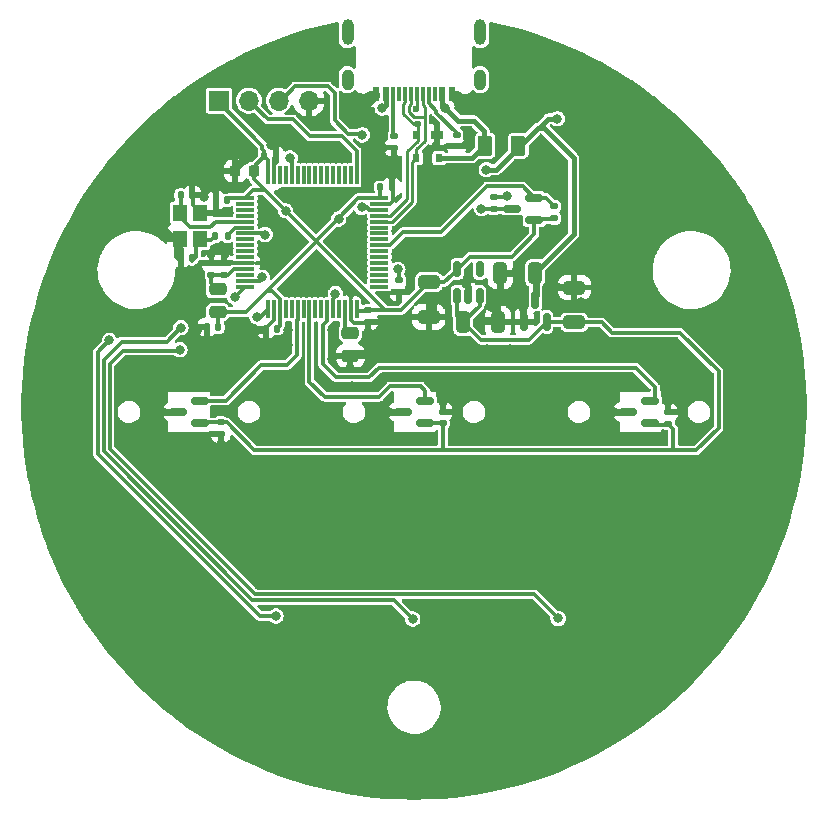
<source format=gbr>
%TF.GenerationSoftware,KiCad,Pcbnew,(7.0.0-0)*%
%TF.CreationDate,2023-04-23T13:28:51-05:00*%
%TF.ProjectId,STM32,53544d33-322e-46b6-9963-61645f706362,REV1*%
%TF.SameCoordinates,Original*%
%TF.FileFunction,Copper,L1,Top*%
%TF.FilePolarity,Positive*%
%FSLAX46Y46*%
G04 Gerber Fmt 4.6, Leading zero omitted, Abs format (unit mm)*
G04 Created by KiCad (PCBNEW (7.0.0-0)) date 2023-04-23 13:28:51*
%MOMM*%
%LPD*%
G01*
G04 APERTURE LIST*
G04 Aperture macros list*
%AMRoundRect*
0 Rectangle with rounded corners*
0 $1 Rounding radius*
0 $2 $3 $4 $5 $6 $7 $8 $9 X,Y pos of 4 corners*
0 Add a 4 corners polygon primitive as box body*
4,1,4,$2,$3,$4,$5,$6,$7,$8,$9,$2,$3,0*
0 Add four circle primitives for the rounded corners*
1,1,$1+$1,$2,$3*
1,1,$1+$1,$4,$5*
1,1,$1+$1,$6,$7*
1,1,$1+$1,$8,$9*
0 Add four rect primitives between the rounded corners*
20,1,$1+$1,$2,$3,$4,$5,0*
20,1,$1+$1,$4,$5,$6,$7,0*
20,1,$1+$1,$6,$7,$8,$9,0*
20,1,$1+$1,$8,$9,$2,$3,0*%
G04 Aperture macros list end*
%TA.AperFunction,SMDPad,CuDef*%
%ADD10RoundRect,0.250000X0.475000X-0.250000X0.475000X0.250000X-0.475000X0.250000X-0.475000X-0.250000X0*%
%TD*%
%TA.AperFunction,SMDPad,CuDef*%
%ADD11RoundRect,0.225000X0.225000X0.250000X-0.225000X0.250000X-0.225000X-0.250000X0.225000X-0.250000X0*%
%TD*%
%TA.AperFunction,SMDPad,CuDef*%
%ADD12RoundRect,0.140000X0.140000X0.170000X-0.140000X0.170000X-0.140000X-0.170000X0.140000X-0.170000X0*%
%TD*%
%TA.AperFunction,SMDPad,CuDef*%
%ADD13RoundRect,0.140000X-0.140000X-0.170000X0.140000X-0.170000X0.140000X0.170000X-0.140000X0.170000X0*%
%TD*%
%TA.AperFunction,SMDPad,CuDef*%
%ADD14RoundRect,0.135000X-0.185000X0.135000X-0.185000X-0.135000X0.185000X-0.135000X0.185000X0.135000X0*%
%TD*%
%TA.AperFunction,SMDPad,CuDef*%
%ADD15R,0.600000X1.150000*%
%TD*%
%TA.AperFunction,SMDPad,CuDef*%
%ADD16R,0.300000X1.150000*%
%TD*%
%TA.AperFunction,ComponentPad*%
%ADD17O,1.000000X1.800000*%
%TD*%
%TA.AperFunction,ComponentPad*%
%ADD18O,1.000000X2.200000*%
%TD*%
%TA.AperFunction,SMDPad,CuDef*%
%ADD19RoundRect,0.150000X0.587500X0.150000X-0.587500X0.150000X-0.587500X-0.150000X0.587500X-0.150000X0*%
%TD*%
%TA.AperFunction,SMDPad,CuDef*%
%ADD20RoundRect,0.150000X0.150000X-0.587500X0.150000X0.587500X-0.150000X0.587500X-0.150000X-0.587500X0*%
%TD*%
%TA.AperFunction,SMDPad,CuDef*%
%ADD21R,1.200000X1.400000*%
%TD*%
%TA.AperFunction,SMDPad,CuDef*%
%ADD22R,1.000000X0.700000*%
%TD*%
%TA.AperFunction,SMDPad,CuDef*%
%ADD23R,0.600000X0.700000*%
%TD*%
%TA.AperFunction,SMDPad,CuDef*%
%ADD24RoundRect,0.250000X-0.325000X-0.650000X0.325000X-0.650000X0.325000X0.650000X-0.325000X0.650000X0*%
%TD*%
%TA.AperFunction,SMDPad,CuDef*%
%ADD25RoundRect,0.140000X-0.170000X0.140000X-0.170000X-0.140000X0.170000X-0.140000X0.170000X0.140000X0*%
%TD*%
%TA.AperFunction,SMDPad,CuDef*%
%ADD26RoundRect,0.250000X0.325000X0.650000X-0.325000X0.650000X-0.325000X-0.650000X0.325000X-0.650000X0*%
%TD*%
%TA.AperFunction,SMDPad,CuDef*%
%ADD27RoundRect,0.140000X0.170000X-0.140000X0.170000X0.140000X-0.170000X0.140000X-0.170000X-0.140000X0*%
%TD*%
%TA.AperFunction,SMDPad,CuDef*%
%ADD28RoundRect,0.250000X-0.650000X0.325000X-0.650000X-0.325000X0.650000X-0.325000X0.650000X0.325000X0*%
%TD*%
%TA.AperFunction,SMDPad,CuDef*%
%ADD29RoundRect,0.135000X0.135000X0.185000X-0.135000X0.185000X-0.135000X-0.185000X0.135000X-0.185000X0*%
%TD*%
%TA.AperFunction,SMDPad,CuDef*%
%ADD30RoundRect,0.135000X0.185000X-0.135000X0.185000X0.135000X-0.185000X0.135000X-0.185000X-0.135000X0*%
%TD*%
%TA.AperFunction,SMDPad,CuDef*%
%ADD31RoundRect,0.250000X0.650000X-0.325000X0.650000X0.325000X-0.650000X0.325000X-0.650000X-0.325000X0*%
%TD*%
%TA.AperFunction,SMDPad,CuDef*%
%ADD32RoundRect,0.075000X-0.700000X-0.075000X0.700000X-0.075000X0.700000X0.075000X-0.700000X0.075000X0*%
%TD*%
%TA.AperFunction,SMDPad,CuDef*%
%ADD33RoundRect,0.075000X-0.075000X-0.700000X0.075000X-0.700000X0.075000X0.700000X-0.075000X0.700000X0*%
%TD*%
%TA.AperFunction,ComponentPad*%
%ADD34R,1.700000X1.700000*%
%TD*%
%TA.AperFunction,ComponentPad*%
%ADD35O,1.700000X1.700000*%
%TD*%
%TA.AperFunction,SMDPad,CuDef*%
%ADD36RoundRect,0.250000X-0.375000X-0.625000X0.375000X-0.625000X0.375000X0.625000X-0.375000X0.625000X0*%
%TD*%
%TA.AperFunction,SMDPad,CuDef*%
%ADD37RoundRect,0.250000X-0.475000X0.250000X-0.475000X-0.250000X0.475000X-0.250000X0.475000X0.250000X0*%
%TD*%
%TA.AperFunction,SMDPad,CuDef*%
%ADD38RoundRect,0.150000X0.150000X-0.512500X0.150000X0.512500X-0.150000X0.512500X-0.150000X-0.512500X0*%
%TD*%
%TA.AperFunction,ViaPad*%
%ADD39C,0.800000*%
%TD*%
%TA.AperFunction,ViaPad*%
%ADD40C,0.600000*%
%TD*%
%TA.AperFunction,Conductor*%
%ADD41C,0.300000*%
%TD*%
%TA.AperFunction,Conductor*%
%ADD42C,0.600000*%
%TD*%
%TA.AperFunction,Conductor*%
%ADD43C,0.400000*%
%TD*%
%TA.AperFunction,Conductor*%
%ADD44C,0.250000*%
%TD*%
G04 APERTURE END LIST*
D10*
%TO.P,FB1,1*%
%TO.N,VDD*%
X-16630000Y8460000D03*
%TO.P,FB1,2*%
%TO.N,VDDA*%
X-16630000Y10360000D03*
%TD*%
D11*
%TO.P,C1,1*%
%TO.N,VDD*%
X-13575000Y20400000D03*
%TO.P,C1,2*%
%TO.N,GND*%
X-15125000Y20400000D03*
%TD*%
D12*
%TO.P,C12,1*%
%TO.N,VDD*%
X-16570000Y7175000D03*
%TO.P,C12,2*%
%TO.N,GND*%
X-17530000Y7175000D03*
%TD*%
D13*
%TO.P,C19,1*%
%TO.N,GND*%
X-19750000Y13040000D03*
%TO.P,C19,2*%
%TO.N,Net-(C19-Pad2)*%
X-18790000Y13040000D03*
%TD*%
D14*
%TO.P,R6,1*%
%TO.N,LED_D*%
X11877500Y17395000D03*
%TO.P,R6,2*%
%TO.N,VDD*%
X11877500Y16375000D03*
%TD*%
D15*
%TO.P,P1,A1,GND*%
%TO.N,GND*%
X3199999Y26894999D03*
%TO.P,P1,A4,VBUS*%
%TO.N,VBUS*%
X2399999Y26894999D03*
D16*
%TO.P,P1,A5,CC1*%
%TO.N,Net-(P1-CC1)*%
X1249999Y26894999D03*
%TO.P,P1,A6,D+*%
%TO.N,USB_D+*%
X249999Y26894999D03*
%TO.P,P1,A7,D-*%
%TO.N,USB_D-*%
X-249999Y26894999D03*
%TO.P,P1,A8,SBU1*%
%TO.N,unconnected-(P1-SBU1-PadA8)*%
X-1249999Y26894999D03*
D15*
%TO.P,P1,A9,VBUS*%
%TO.N,VBUS*%
X-2399999Y26894999D03*
%TO.P,P1,A12,GND*%
%TO.N,GND*%
X-3199999Y26894999D03*
%TO.P,P1,B1,GND*%
X-3199999Y26894999D03*
%TO.P,P1,B4,VBUS*%
%TO.N,VBUS*%
X-2399999Y26894999D03*
D16*
%TO.P,P1,B5,CC2*%
%TO.N,Net-(P1-CC2)*%
X-1749999Y26894999D03*
%TO.P,P1,B6,D+*%
%TO.N,USB_D+*%
X-749999Y26894999D03*
%TO.P,P1,B7,D-*%
%TO.N,USB_D-*%
X749999Y26894999D03*
%TO.P,P1,B8,SBU2*%
%TO.N,unconnected-(P1-SBU2-PadB8)*%
X1749999Y26894999D03*
D15*
%TO.P,P1,B9,VBUS*%
%TO.N,VBUS*%
X2399999Y26894999D03*
%TO.P,P1,B12,GND*%
%TO.N,GND*%
X3199999Y26894999D03*
D17*
%TO.P,P1,S1,SHIELD*%
%TO.N,unconnected-(P1-SHIELD-PadS1)*%
X5619999Y28119999D03*
D18*
X5619999Y32119999D03*
D17*
X-5619999Y28119999D03*
D18*
X-5619999Y32119999D03*
%TD*%
D12*
%TO.P,C5,1*%
%TO.N,VDD*%
X-11580000Y7040000D03*
%TO.P,C5,2*%
%TO.N,GND*%
X-12540000Y7040000D03*
%TD*%
D19*
%TO.P,U5,1,VCC*%
%TO.N,+4V4*%
X19987500Y-950000D03*
%TO.P,U5,2,VOUT*%
%TO.N,ADC_IN3*%
X19987500Y950000D03*
%TO.P,U5,3,GND*%
%TO.N,GND*%
X18112500Y0D03*
%TD*%
D20*
%TO.P,U1,1,GND*%
%TO.N,GND*%
X9325000Y7612500D03*
%TO.P,U1,2,VO*%
%TO.N,+4V4*%
X11225000Y7612500D03*
%TO.P,U1,3,VI*%
%TO.N,+5V*%
X10275000Y9487500D03*
%TD*%
D21*
%TO.P,Y1,1,1*%
%TO.N,OSC_IN*%
X-19799999Y16849999D03*
%TO.P,Y1,2,2*%
%TO.N,GND*%
X-19799999Y14649999D03*
%TO.P,Y1,3,3*%
%TO.N,Net-(C19-Pad2)*%
X-18099999Y14649999D03*
%TO.P,Y1,4,4*%
%TO.N,GND*%
X-18099999Y16849999D03*
%TD*%
D22*
%TO.P,U3,1,GND*%
%TO.N,GND*%
X1909999Y23479999D03*
D23*
%TO.P,U3,2,I/O1*%
%TO.N,USB_D+*%
X209999Y23479999D03*
%TO.P,U3,3,I/O2*%
%TO.N,USB_D-*%
X209999Y21479999D03*
%TO.P,U3,4,VCC*%
%TO.N,VBUS*%
X2109999Y21479999D03*
%TD*%
D24*
%TO.P,C9,1*%
%TO.N,+4V4*%
X4165000Y7587500D03*
%TO.P,C9,2*%
%TO.N,GND*%
X7115000Y7587500D03*
%TD*%
D12*
%TO.P,C2,1*%
%TO.N,VDD*%
X-15810000Y17900000D03*
%TO.P,C2,2*%
%TO.N,GND*%
X-16770000Y17900000D03*
%TD*%
D25*
%TO.P,R1,1*%
%TO.N,Net-(P1-CC1)*%
X3602500Y23480000D03*
%TO.P,R1,2*%
%TO.N,GND*%
X3602500Y22520000D03*
%TD*%
D26*
%TO.P,C7,1*%
%TO.N,+5V*%
X10260000Y11777500D03*
%TO.P,C7,2*%
%TO.N,GND*%
X7310000Y11777500D03*
%TD*%
D27*
%TO.P,C15,1*%
%TO.N,GND*%
X-16370000Y-1860000D03*
%TO.P,C15,2*%
%TO.N,+4V4*%
X-16370000Y-900000D03*
%TD*%
%TO.P,C14,1*%
%TO.N,VDDA*%
X-16070000Y11610000D03*
%TO.P,C14,2*%
%TO.N,GND*%
X-16070000Y12570000D03*
%TD*%
D28*
%TO.P,C10,1*%
%TO.N,VDD*%
X1247813Y10981187D03*
%TO.P,C10,2*%
%TO.N,GND*%
X1247813Y8031187D03*
%TD*%
D13*
%TO.P,C3,1*%
%TO.N,VDD*%
X-12675000Y21630000D03*
%TO.P,C3,2*%
%TO.N,GND*%
X-11715000Y21630000D03*
%TD*%
D29*
%TO.P,R3,1*%
%TO.N,OSC_OUT*%
X-15790000Y14890000D03*
%TO.P,R3,2*%
%TO.N,Net-(C19-Pad2)*%
X-16810000Y14890000D03*
%TD*%
D30*
%TO.P,R7,1*%
%TO.N,Net-(D4-DIN)*%
X6750000Y17190000D03*
%TO.P,R7,2*%
%TO.N,+5V*%
X6750000Y18210000D03*
%TD*%
D19*
%TO.P,U4,1,VCC*%
%TO.N,+4V4*%
X937500Y-950000D03*
%TO.P,U4,2,VOUT*%
%TO.N,ADC_IN2*%
X937500Y950000D03*
%TO.P,U4,3,GND*%
%TO.N,GND*%
X-937500Y0D03*
%TD*%
D13*
%TO.P,C6,1*%
%TO.N,VDD*%
X-2850000Y19020000D03*
%TO.P,C6,2*%
%TO.N,GND*%
X-1890000Y19020000D03*
%TD*%
D25*
%TO.P,C17,1*%
%TO.N,GND*%
X2450000Y10000D03*
%TO.P,C17,2*%
%TO.N,+4V4*%
X2450000Y-950000D03*
%TD*%
D31*
%TO.P,C8,1*%
%TO.N,+4V4*%
X13570000Y7575000D03*
%TO.P,C8,2*%
%TO.N,GND*%
X13570000Y10525000D03*
%TD*%
D19*
%TO.P,U6,1,VCC*%
%TO.N,+4V4*%
X-18112500Y-950000D03*
%TO.P,U6,2,VOUT*%
%TO.N,ADC_IN1*%
X-18112500Y950000D03*
%TO.P,U6,3,GND*%
%TO.N,GND*%
X-19987500Y0D03*
%TD*%
D25*
%TO.P,R2,1*%
%TO.N,Net-(P1-CC2)*%
X-1680000Y23340000D03*
%TO.P,R2,2*%
%TO.N,GND*%
X-1680000Y22380000D03*
%TD*%
D30*
%TO.P,R5,1*%
%TO.N,GND*%
X-1250000Y10130000D03*
%TO.P,R5,2*%
%TO.N,BOOT1*%
X-1250000Y11150000D03*
%TD*%
D27*
%TO.P,C13,1*%
%TO.N,VDDA*%
X-17150000Y11620000D03*
%TO.P,C13,2*%
%TO.N,GND*%
X-17150000Y12580000D03*
%TD*%
D25*
%TO.P,C16,1*%
%TO.N,GND*%
X21520000Y-50000D03*
%TO.P,C16,2*%
%TO.N,+4V4*%
X21520000Y-1010000D03*
%TD*%
D12*
%TO.P,C18,1*%
%TO.N,GND*%
X-18800000Y18350000D03*
%TO.P,C18,2*%
%TO.N,OSC_IN*%
X-19760000Y18350000D03*
%TD*%
D25*
%TO.P,C4,1*%
%TO.N,VDD*%
X-3890000Y8591041D03*
%TO.P,C4,2*%
%TO.N,GND*%
X-3890000Y7631041D03*
%TD*%
D19*
%TO.P,Q1,1,G*%
%TO.N,VDD*%
X10175000Y16225000D03*
%TO.P,Q1,2,S*%
%TO.N,LED_D*%
X10175000Y18125000D03*
%TO.P,Q1,3,D*%
%TO.N,Net-(D4-DIN)*%
X8300000Y17175000D03*
%TD*%
D32*
%TO.P,U7,1,VBAT*%
%TO.N,VDD*%
X-14275000Y18100000D03*
%TO.P,U7,2,PC13*%
%TO.N,unconnected-(U7-PC13-Pad2)*%
X-14275000Y17600000D03*
%TO.P,U7,3,PC14*%
%TO.N,unconnected-(U7-PC14-Pad3)*%
X-14275000Y17100000D03*
%TO.P,U7,4,PC15*%
%TO.N,unconnected-(U7-PC15-Pad4)*%
X-14275000Y16600000D03*
%TO.P,U7,5,PH0*%
%TO.N,OSC_IN*%
X-14275000Y16100000D03*
%TO.P,U7,6,PH1*%
%TO.N,OSC_OUT*%
X-14275000Y15600000D03*
%TO.P,U7,7,NRST*%
%TO.N,NRST*%
X-14275000Y15100000D03*
%TO.P,U7,8,PC0*%
%TO.N,unconnected-(U7-PC0-Pad8)*%
X-14275000Y14600000D03*
%TO.P,U7,9,PC1*%
%TO.N,unconnected-(U7-PC1-Pad9)*%
X-14275000Y14100000D03*
%TO.P,U7,10,PC2*%
%TO.N,unconnected-(U7-PC2-Pad10)*%
X-14275000Y13600000D03*
%TO.P,U7,11,PC3*%
%TO.N,unconnected-(U7-PC3-Pad11)*%
X-14275000Y13100000D03*
%TO.P,U7,12,VSSA*%
%TO.N,GND*%
X-14275000Y12600000D03*
%TO.P,U7,13,VREF+*%
%TO.N,VDDA*%
X-14275000Y12100000D03*
%TO.P,U7,14,PA0*%
%TO.N,unconnected-(U7-PA0-Pad14)*%
X-14275000Y11600000D03*
%TO.P,U7,15,PA1*%
%TO.N,BUTT0*%
X-14275000Y11100000D03*
%TO.P,U7,16,PA2*%
%TO.N,BUTT1*%
X-14275000Y10600000D03*
D33*
%TO.P,U7,17,PA3*%
%TO.N,BUTT2*%
X-12350000Y8675000D03*
%TO.P,U7,18,VSS*%
%TO.N,GND*%
X-11850000Y8675000D03*
%TO.P,U7,19,VDD*%
%TO.N,VDD*%
X-11350000Y8675000D03*
%TO.P,U7,20,PA4*%
%TO.N,unconnected-(U7-PA4-Pad20)*%
X-10850000Y8675000D03*
%TO.P,U7,21,PA5*%
%TO.N,unconnected-(U7-PA5-Pad21)*%
X-10350000Y8675000D03*
%TO.P,U7,22,PA6*%
%TO.N,ADC_IN1*%
X-9850000Y8675000D03*
%TO.P,U7,23,PA7*%
%TO.N,unconnected-(U7-PA7-Pad23)*%
X-9350000Y8675000D03*
%TO.P,U7,24,PC4*%
%TO.N,ADC_IN2*%
X-8850000Y8675000D03*
%TO.P,U7,25,PC5*%
%TO.N,unconnected-(U7-PC5-Pad25)*%
X-8350000Y8675000D03*
%TO.P,U7,26,PB0*%
%TO.N,unconnected-(U7-PB0-Pad26)*%
X-7850000Y8675000D03*
%TO.P,U7,27,PB1*%
%TO.N,ADC_IN3*%
X-7350000Y8675000D03*
%TO.P,U7,28,PB2*%
%TO.N,BOOT1*%
X-6850000Y8675000D03*
%TO.P,U7,29,PB10*%
%TO.N,unconnected-(U7-PB10-Pad29)*%
X-6350000Y8675000D03*
%TO.P,U7,30,VCAP1*%
%TO.N,Net-(U7-VCAP1)*%
X-5850000Y8675000D03*
%TO.P,U7,31,VSS*%
%TO.N,GND*%
X-5350000Y8675000D03*
%TO.P,U7,32,VDD*%
%TO.N,VDD*%
X-4850000Y8675000D03*
D32*
%TO.P,U7,33,PB12*%
%TO.N,unconnected-(U7-PB12-Pad33)*%
X-2925000Y10600000D03*
%TO.P,U7,34,PB13*%
%TO.N,unconnected-(U7-PB13-Pad34)*%
X-2925000Y11100000D03*
%TO.P,U7,35,PB14*%
%TO.N,unconnected-(U7-PB14-Pad35)*%
X-2925000Y11600000D03*
%TO.P,U7,36,PB15*%
%TO.N,unconnected-(U7-PB15-Pad36)*%
X-2925000Y12100000D03*
%TO.P,U7,37,PC6*%
%TO.N,unconnected-(U7-PC6-Pad37)*%
X-2925000Y12600000D03*
%TO.P,U7,38,PC7*%
%TO.N,unconnected-(U7-PC7-Pad38)*%
X-2925000Y13100000D03*
%TO.P,U7,39,PC8*%
%TO.N,unconnected-(U7-PC8-Pad39)*%
X-2925000Y13600000D03*
%TO.P,U7,40,PC9*%
%TO.N,LED_D*%
X-2925000Y14100000D03*
%TO.P,U7,41,PA8*%
%TO.N,unconnected-(U7-PA8-Pad41)*%
X-2925000Y14600000D03*
%TO.P,U7,42,PA9*%
%TO.N,unconnected-(U7-PA9-Pad42)*%
X-2925000Y15100000D03*
%TO.P,U7,43,PA10*%
%TO.N,unconnected-(U7-PA10-Pad43)*%
X-2925000Y15600000D03*
%TO.P,U7,44,PA11*%
%TO.N,USB_D-*%
X-2925000Y16100000D03*
%TO.P,U7,45,PA12*%
%TO.N,USB_D+*%
X-2925000Y16600000D03*
%TO.P,U7,46,PA13*%
%TO.N,SWDIO*%
X-2925000Y17100000D03*
%TO.P,U7,47,VSS*%
%TO.N,GND*%
X-2925000Y17600000D03*
%TO.P,U7,48,VDD*%
%TO.N,VDD*%
X-2925000Y18100000D03*
D33*
%TO.P,U7,49,PA14*%
%TO.N,SWCLK*%
X-4850000Y20025000D03*
%TO.P,U7,50,PA15*%
%TO.N,unconnected-(U7-PA15-Pad50)*%
X-5350000Y20025000D03*
%TO.P,U7,51,PC10*%
%TO.N,unconnected-(U7-PC10-Pad51)*%
X-5850000Y20025000D03*
%TO.P,U7,52,PC11*%
%TO.N,unconnected-(U7-PC11-Pad52)*%
X-6350000Y20025000D03*
%TO.P,U7,53,PC12*%
%TO.N,unconnected-(U7-PC12-Pad53)*%
X-6850000Y20025000D03*
%TO.P,U7,54,PD2*%
%TO.N,unconnected-(U7-PD2-Pad54)*%
X-7350000Y20025000D03*
%TO.P,U7,55,PB3*%
%TO.N,SWO*%
X-7850000Y20025000D03*
%TO.P,U7,56,PB4*%
%TO.N,unconnected-(U7-PB4-Pad56)*%
X-8350000Y20025000D03*
%TO.P,U7,57,PB5*%
%TO.N,unconnected-(U7-PB5-Pad57)*%
X-8850000Y20025000D03*
%TO.P,U7,58,PB6*%
%TO.N,unconnected-(U7-PB6-Pad58)*%
X-9350000Y20025000D03*
%TO.P,U7,59,PB7*%
%TO.N,unconnected-(U7-PB7-Pad59)*%
X-9850000Y20025000D03*
%TO.P,U7,60,BOOT0*%
%TO.N,BOOT0*%
X-10350000Y20025000D03*
%TO.P,U7,61,PB8*%
%TO.N,unconnected-(U7-PB8-Pad61)*%
X-10850000Y20025000D03*
%TO.P,U7,62,PB9*%
%TO.N,unconnected-(U7-PB9-Pad62)*%
X-11350000Y20025000D03*
%TO.P,U7,63,VSS*%
%TO.N,GND*%
X-11850000Y20025000D03*
%TO.P,U7,64,VDD*%
%TO.N,VDD*%
X-12350000Y20025000D03*
%TD*%
D34*
%TO.P,J1,1,Pin_1*%
%TO.N,VDD*%
X-16529999Y26349999D03*
D35*
%TO.P,J1,2,Pin_2*%
%TO.N,SWCLK*%
X-13989999Y26349999D03*
%TO.P,J1,3,Pin_3*%
%TO.N,SWDIO*%
X-11449999Y26349999D03*
%TO.P,J1,4,Pin_4*%
%TO.N,GND*%
X-8909999Y26349999D03*
%TD*%
D36*
%TO.P,F1,1*%
%TO.N,VBUS*%
X6020000Y22520000D03*
%TO.P,F1,2*%
%TO.N,+5V*%
X8820000Y22520000D03*
%TD*%
D37*
%TO.P,C20,1*%
%TO.N,Net-(U7-VCAP1)*%
X-5390000Y6660000D03*
%TO.P,C20,2*%
%TO.N,GND*%
X-5390000Y4760000D03*
%TD*%
D38*
%TO.P,U2,1,VIN*%
%TO.N,+4V4*%
X3650000Y9832500D03*
%TO.P,U2,2,GND*%
%TO.N,GND*%
X4600000Y9832500D03*
%TO.P,U2,3,EN*%
%TO.N,+4V4*%
X5550000Y9832500D03*
%TO.P,U2,4,NC*%
%TO.N,unconnected-(U2-NC-Pad4)*%
X5550000Y12107500D03*
%TO.P,U2,5,VOUT*%
%TO.N,VDD*%
X3650000Y12107500D03*
%TD*%
D39*
%TO.N,GND*%
X8166000Y5294000D03*
X2166000Y-18706000D03*
X-19834000Y-24706000D03*
X-7834000Y-20706000D03*
X-27834000Y-12706000D03*
X-9834000Y-6706000D03*
X-16040000Y13390000D03*
X-17834000Y3294000D03*
X-3860000Y4840000D03*
X-11140000Y13440000D03*
X12166000Y-706000D03*
X14166000Y23294000D03*
X-11470000Y4950000D03*
X-1834000Y-30706000D03*
X-7834000Y-24706000D03*
X18166000Y9294000D03*
X30166000Y3294000D03*
X16166000Y-16706000D03*
X30166000Y1294000D03*
X6527500Y8897500D03*
X6166000Y5294000D03*
X-4120000Y25800000D03*
X-3270000Y24340000D03*
X12166000Y-14706000D03*
X-4100000Y2110000D03*
X-11834000Y-12706000D03*
X-2110000Y0D03*
X-27834000Y11294000D03*
X-17768093Y18220000D03*
X166000Y5294000D03*
X-23834000Y-2706000D03*
X30166000Y-10706000D03*
X14166000Y-24706000D03*
X166000Y-12706000D03*
X8166000Y-706000D03*
X-12100000Y22575000D03*
X7265000Y9987500D03*
X-11834000Y29294000D03*
X-10659500Y6950000D03*
X-9834000Y1294000D03*
X10166000Y-6706000D03*
X-21834000Y-22706000D03*
X-21834000Y-2706000D03*
X14166000Y-28706000D03*
X20166000Y5294000D03*
X-9834000Y31294000D03*
X20166000Y-4706000D03*
X22166000Y3294000D03*
X24166000Y3294000D03*
X2450000Y860000D03*
X-3834000Y-30706000D03*
X14166000Y5294000D03*
X-9980000Y18160000D03*
X-530000Y2940000D03*
X-13834000Y-12706000D03*
X4166000Y-18706000D03*
X-21328093Y15340000D03*
X6166000Y-4706000D03*
X12166000Y29294000D03*
X-4900000Y15880000D03*
X12166000Y27294000D03*
X-3834000Y-12706000D03*
X24166000Y-20706000D03*
X-1830000Y19950000D03*
X-4100000Y3669500D03*
X-16860000Y18830000D03*
X166000Y-6706000D03*
X24166000Y21294000D03*
X-14480000Y21270000D03*
X-11834000Y-24706000D03*
X-31834000Y-4706000D03*
X18166000Y-12706000D03*
X-23834000Y3294000D03*
X-9834000Y-4706000D03*
X2166000Y5294000D03*
X-19834000Y9294000D03*
X30166000Y9294000D03*
X4166000Y5294000D03*
X-16330000Y-2730000D03*
X8166000Y27294000D03*
X12166000Y-28706000D03*
X10166000Y21294000D03*
X1575000Y9125000D03*
X5690000Y7862500D03*
X-17834000Y-18706000D03*
X-2850000Y20930000D03*
X-1810000Y2910000D03*
X-7834000Y-30706000D03*
X-7834000Y-8706000D03*
X-11910000Y-20660000D03*
X30166000Y-8706000D03*
X18166000Y5294000D03*
X-27834000Y-2706000D03*
X4395531Y10800076D03*
X9225000Y8750000D03*
X6166000Y-30706000D03*
X-10700000Y5660000D03*
X-9834000Y-8706000D03*
X8166000Y-30706000D03*
X22166000Y5294000D03*
X-27834000Y-4706000D03*
X-15834000Y-18706000D03*
X-6760000Y22410000D03*
X-25834000Y19294000D03*
X14166000Y-14706000D03*
X10166000Y-18706000D03*
X780000Y2990000D03*
X12166000Y-12706000D03*
X8166000Y-12706000D03*
X18166000Y15294000D03*
X32166000Y3294000D03*
X-27834000Y5294000D03*
X-15834000Y-26706000D03*
X12142500Y10540000D03*
X-10100000Y13860000D03*
X-23834000Y-8706000D03*
X22166000Y-10706000D03*
X4489898Y26525534D03*
X8166000Y-18706000D03*
X14166000Y-12706000D03*
X26166000Y5294000D03*
X20166000Y25294000D03*
X-4520741Y26532318D03*
X24166000Y-8706000D03*
X-21834000Y7294000D03*
X8166000Y15294000D03*
X2166000Y-28706000D03*
X28166000Y-12706000D03*
X22166000Y21294000D03*
X-17834000Y-24706000D03*
X-13834000Y-6706000D03*
X-31834000Y-2706000D03*
X10166000Y-4706000D03*
X18166000Y11294000D03*
X26166000Y-18706000D03*
X-7834000Y29294000D03*
X-27834000Y7294000D03*
X16970000Y0D03*
X-1834000Y5294000D03*
X-11834000Y-706000D03*
X-27834000Y-10706000D03*
X4394000Y19990000D03*
X18166000Y-6706000D03*
X8166000Y29294000D03*
X30166000Y11294000D03*
X-11834000Y1294000D03*
X30166000Y-4706000D03*
X28166000Y-14706000D03*
X-7834000Y-12706000D03*
X-13390000Y6810000D03*
X-7834000Y-4706000D03*
X16166000Y15294000D03*
X16166000Y-20706000D03*
X8600000Y11925000D03*
X-13834000Y-4706000D03*
X-11834000Y-4706000D03*
X10166000Y-706000D03*
X8166000Y-4706000D03*
X-23834000Y-20706000D03*
X8166000Y1294000D03*
X4040000Y-7140000D03*
X24166000Y7294000D03*
X0Y-20600000D03*
X-5340000Y13630000D03*
X14166000Y-6706000D03*
X21530000Y810000D03*
X-9000000Y17150000D03*
X26166000Y-2706000D03*
X-12730000Y16140000D03*
X1900000Y22510000D03*
X-7834000Y-18706000D03*
X-27834000Y1294000D03*
X-21834000Y-20706000D03*
X-19834000Y-4706000D03*
X-2613000Y22333000D03*
X30166000Y-6706000D03*
X-12700000Y4880000D03*
X32166000Y1294000D03*
X-1650000Y21370000D03*
X14166000Y-22706000D03*
X10166000Y5294000D03*
X-7834000Y-28706000D03*
X-7834000Y-706000D03*
X-13834000Y-8706000D03*
X10166000Y29294000D03*
X-9834000Y-18706000D03*
X-6970000Y4490000D03*
X26166000Y-12706000D03*
X11760000Y-23190000D03*
X-6865000Y-23165000D03*
X20166000Y-24706000D03*
X-19834000Y3294000D03*
X-31834000Y5294000D03*
X-15055000Y-7175000D03*
X8166000Y31294000D03*
X18166000Y13294000D03*
X26085000Y-16545000D03*
X-18380000Y6870000D03*
X28166000Y-10706000D03*
X16166000Y-18706000D03*
X-375000Y10600000D03*
X4166000Y-12706000D03*
X2166000Y-30706000D03*
X-11000000Y23450000D03*
X-4970000Y24970000D03*
X-9834000Y29294000D03*
X-9834000Y-22706000D03*
X-6900000Y5710000D03*
X-23834000Y21294000D03*
X-17150000Y13360000D03*
X-21834000Y3294000D03*
X16166000Y13294000D03*
X4166000Y-16706000D03*
X14166000Y27294000D03*
X166000Y-28706000D03*
X-9834000Y3294000D03*
X20166000Y-12706000D03*
X-3834000Y-18706000D03*
X32166000Y-706000D03*
X-29834000Y-10706000D03*
X-11440000Y15860000D03*
X-1834000Y-28706000D03*
X16166000Y9294000D03*
X26166000Y7294000D03*
X30166000Y5294000D03*
X3800000Y25970000D03*
X20166000Y-10706000D03*
X-11834000Y-28706000D03*
X12166000Y1294000D03*
X10166000Y1294000D03*
X6166000Y-8706000D03*
X-9834000Y-12706000D03*
X-17834000Y-2706000D03*
X-5290000Y2170000D03*
X26166000Y-6706000D03*
X-29834000Y-8706000D03*
X20166000Y15294000D03*
X-19834000Y-22706000D03*
X-5834000Y-4706000D03*
X16166000Y-14706000D03*
X12166000Y-24706000D03*
X8166000Y-24706000D03*
X16166000Y11294000D03*
X10166000Y27294000D03*
X5950000Y26300000D03*
X-11834000Y-8706000D03*
X-8970000Y24540000D03*
X-27834000Y-706000D03*
X-1834000Y7294000D03*
X16166000Y5294000D03*
X-11834000Y-6706000D03*
X30166000Y-706000D03*
X16166000Y27294000D03*
X12166000Y-6706000D03*
X32166000Y-2706000D03*
X-3910000Y6741041D03*
X14166000Y9294000D03*
X-9834000Y-706000D03*
X-21834000Y17294000D03*
X6166000Y-6706000D03*
X16166000Y25294000D03*
X4166000Y-8706000D03*
X-13834000Y-22706000D03*
X-7834000Y31294000D03*
X-25834000Y-12706000D03*
X-1834000Y-18706000D03*
X-31834000Y3294000D03*
X166000Y-4706000D03*
X-13834000Y-18706000D03*
X22166000Y-22706000D03*
X-31834000Y-706000D03*
X6166000Y-22706000D03*
X-9270000Y11570000D03*
X8166000Y-8706000D03*
X-13834000Y-28706000D03*
X-11834000Y-22706000D03*
X30166000Y7294000D03*
X12166000Y-8706000D03*
X14166000Y29294000D03*
X-1834000Y-12706000D03*
X-27834000Y3294000D03*
X18166000Y-20706000D03*
X-15925000Y25000D03*
X-7850000Y2875000D03*
X166000Y13294000D03*
X-7890000Y18370000D03*
X10166000Y-8706000D03*
X14166000Y13294000D03*
X-6920000Y2170000D03*
X8166000Y-6706000D03*
X14166000Y-18706000D03*
X18166000Y-18706000D03*
X-27834000Y9294000D03*
X-23834000Y7294000D03*
X20166000Y9294000D03*
X10166000Y-12706000D03*
X18166000Y25294000D03*
X26166000Y19294000D03*
X-17225000Y23865000D03*
X12166000Y-4706000D03*
X4570000Y23140000D03*
X-21220000Y-10000D03*
X-7700000Y11600000D03*
X8166000Y25294000D03*
X-2840000Y2580000D03*
X-19550000Y11890000D03*
X18600000Y20890000D03*
X30166000Y-2706000D03*
X-5330000Y10100000D03*
X-4370000Y11730000D03*
X2166000Y-12706000D03*
X-8340000Y12860000D03*
X166000Y-30706000D03*
X2166000Y19294000D03*
X-7834000Y-6706000D03*
X12166000Y5294000D03*
X-19834000Y25294000D03*
X-8230000Y21850000D03*
X-19834000Y-6706000D03*
X12220000Y-20610000D03*
X4166000Y-30706000D03*
X-5834000Y-30706000D03*
X-27834000Y-14706000D03*
X-16900000Y-15400000D03*
X-31834000Y1294000D03*
X-14490000Y4120000D03*
X20166000Y23294000D03*
X14166000Y-4706000D03*
X-19834000Y-2706000D03*
X-13834000Y29294000D03*
X-5410000Y3669500D03*
X-21230000Y19040000D03*
X20166000Y21294000D03*
X-21834000Y23294000D03*
X-5834000Y-6706000D03*
X16166000Y-22706000D03*
X23080000Y-7140000D03*
X16166000Y-12706000D03*
X-6970000Y6910000D03*
X22166000Y23294000D03*
%TO.N,VBUS*%
X2650000Y25750000D03*
X-2690000Y25720000D03*
%TO.N,BUTT0*%
X-11695000Y-17285000D03*
X-25790000Y6050000D03*
X-12850000Y11390000D03*
%TO.N,+5V*%
X12120000Y24810000D03*
X6120000Y20500000D03*
X7875000Y18250000D03*
D40*
%TO.N,USB_D+*%
X210000Y25640000D03*
X303779Y24365500D03*
D39*
%TO.N,BOOT0*%
X-10491280Y21496104D03*
%TO.N,BUTT1*%
X-15190000Y9720000D03*
X-110000Y-17540000D03*
X-19730000Y7120000D03*
%TO.N,BUTT2*%
X-19830000Y5260500D03*
X-13310000Y8070000D03*
X12202500Y-17490000D03*
%TO.N,NRST*%
X-12610000Y15010000D03*
%TO.N,BOOT1*%
X-1370000Y12060000D03*
X-6659851Y10007294D03*
%TO.N,Net-(D4-DIN)*%
X5704977Y17195023D03*
%TO.N,VDD*%
X-10880000Y17020000D03*
X-6380000Y16340000D03*
%TO.N,SWDIO*%
X-4370000Y23450000D03*
X-4430000Y17310000D03*
%TD*%
D41*
%TO.N,GND*%
X-3860000Y4840000D02*
X-4238959Y4840000D01*
X-16330000Y-2730000D02*
X-16330000Y-1884954D01*
D42*
X7265000Y9987500D02*
X7255000Y10115000D01*
X9225000Y7712500D02*
X9325000Y7612500D01*
D41*
X-20120365Y14531742D02*
X-20120365Y13131742D01*
X-17768093Y18220000D02*
X-17799835Y18251742D01*
X-2610000Y22330000D02*
X-2613000Y22333000D01*
D42*
X-3200000Y26895000D02*
X-3652645Y26895000D01*
D41*
X-11850000Y8675000D02*
X-11850000Y7772965D01*
D42*
X17624000Y0D02*
X16970000Y0D01*
D41*
X-11850000Y7772965D02*
X-12540000Y7082965D01*
X-4520741Y26532318D02*
X-4235927Y26532318D01*
X-11645000Y21700000D02*
X-11715000Y21630000D01*
X-12100000Y22575000D02*
X-11645000Y22120000D01*
X-13310000Y6790000D02*
X-13290000Y6790000D01*
D42*
X4395531Y10800076D02*
X4600000Y10595607D01*
D41*
X-18075000Y7175000D02*
X-17530000Y7175000D01*
X-4238959Y4840000D02*
X-4390000Y4991041D01*
D42*
X-14480000Y21270000D02*
X-15185000Y20565000D01*
X12980000Y10540000D02*
X12142500Y10540000D01*
D41*
X-21260000Y30000D02*
X-21310000Y30000D01*
X3800000Y26050000D02*
X3720000Y26130000D01*
D43*
X1900000Y22510000D02*
X1900000Y23589954D01*
D42*
X3569466Y26525534D02*
X3200000Y26895000D01*
X1575000Y9125000D02*
X1575000Y8056187D01*
D41*
X-12790000Y6790000D02*
X-13270000Y6790000D01*
X-3890000Y6761041D02*
X-3910000Y6741041D01*
X-845000Y10130000D02*
X-375000Y10600000D01*
X-11645000Y22120000D02*
X-11645000Y21700000D01*
X4375000Y23105000D02*
X4570000Y23140000D01*
X-2530000Y22330000D02*
X-2533000Y22333000D01*
X-1830000Y19950000D02*
X-1830000Y18831041D01*
X-1681000Y22330000D02*
X-2610000Y22330000D01*
D42*
X-1316000Y0D02*
X-2344000Y0D01*
D41*
X-16040000Y13390000D02*
X-16090000Y13340000D01*
X-1830000Y18831041D02*
X-1810000Y18811041D01*
D42*
X-3200000Y26895000D02*
X-3200000Y26780000D01*
X9225000Y8750000D02*
X9225000Y7712500D01*
X-4046103Y26635883D02*
X-4149668Y26532318D01*
X-20426000Y-10000D02*
X-21454000Y-10000D01*
X7040000Y8385000D02*
X7040000Y7657500D01*
D41*
X-19550000Y11890000D02*
X-19760365Y12100365D01*
X-19550000Y11890000D02*
X-19609470Y11949470D01*
X-16770000Y18740000D02*
X-16770000Y17900000D01*
X-13270000Y6790000D02*
X-13390000Y6810000D01*
X-1810000Y18811041D02*
X-1810000Y18361041D01*
X-13390000Y6810000D02*
X-13310000Y6790000D01*
D42*
X7095000Y7485000D02*
X7075000Y7465000D01*
D41*
X-18380000Y6870000D02*
X-18075000Y7175000D01*
D42*
X8470000Y11795000D02*
X7245000Y11795000D01*
D41*
X-16090000Y13340000D02*
X-16090000Y12850000D01*
X-5350000Y7798959D02*
X-5101041Y7550000D01*
X-16860000Y18830000D02*
X-16770000Y18740000D01*
X-1800000Y17848959D02*
X-2048959Y17600000D01*
X21530000Y810000D02*
X21530000Y630000D01*
D42*
X3200000Y26650000D02*
X3800000Y26050000D01*
X5765000Y7787500D02*
X6740000Y7787500D01*
D41*
X-1250000Y10130000D02*
X-845000Y10130000D01*
X-19609470Y11949470D02*
X-19778093Y11949470D01*
D42*
X-21328093Y15340000D02*
X-21028623Y15340000D01*
X13017500Y10502500D02*
X12980000Y10540000D01*
X-5450000Y4981041D02*
X-4001041Y4981041D01*
X-4180000Y25800000D02*
X-4100000Y25880000D01*
D41*
X21520000Y-50000D02*
X21520000Y620000D01*
X3200000Y26895000D02*
X3200000Y26650000D01*
X-12540000Y7040000D02*
X-12790000Y6790000D01*
D42*
X-4149668Y26532318D02*
X-4520741Y26532318D01*
D41*
X3602500Y22520000D02*
X3950000Y22520000D01*
D43*
X1900000Y23589954D02*
X1985023Y23674977D01*
D41*
X-1800000Y18351041D02*
X-1800000Y17848959D01*
X-11850000Y20025000D02*
X-11850000Y21495000D01*
D42*
X-3200000Y26780000D02*
X-4120000Y25860000D01*
D41*
X-2048959Y17600000D02*
X-2925000Y17600000D01*
D42*
X6527500Y8897500D02*
X7040000Y8385000D01*
D41*
X-17799835Y18251742D02*
X-18805365Y18251742D01*
X-3890000Y7631041D02*
X-3890000Y6761041D01*
D42*
X-4001041Y4981041D02*
X-3860000Y4840000D01*
D41*
X-14275000Y12600000D02*
X-15925000Y12600000D01*
X-11850000Y21495000D02*
X-11715000Y21630000D01*
X3800000Y25970000D02*
X3800000Y26050000D01*
D42*
X-3652645Y26895000D02*
X-3764667Y26782978D01*
X-21028623Y15340000D02*
X-20190365Y14501742D01*
X-3764667Y26782978D02*
X-4046103Y26635883D01*
X4600000Y10595607D02*
X4600000Y9832500D01*
D41*
X-12540000Y7082965D02*
X-12540000Y7040000D01*
D42*
X4489898Y26525534D02*
X3569466Y26525534D01*
X-4120000Y25860000D02*
X-4120000Y25800000D01*
X7255000Y10105000D02*
X7255000Y10095000D01*
D41*
X-20120365Y13131742D02*
X-19760365Y12771742D01*
X-17150000Y13360000D02*
X-17150000Y12580000D01*
X-1810000Y18361041D02*
X-1800000Y18351041D01*
X-2533000Y22333000D02*
X-2613000Y22333000D01*
X2450000Y860000D02*
X2450000Y10000D01*
D42*
X5690000Y7862500D02*
X5765000Y7787500D01*
X8600000Y11925000D02*
X8470000Y11795000D01*
X7255000Y10115000D02*
X7255000Y11790000D01*
D41*
X-5350000Y8675000D02*
X-5350000Y7798959D01*
D42*
X13017500Y10502500D02*
X13097500Y10582500D01*
D41*
X-19760365Y12100365D02*
X-19760365Y12771742D01*
X3950000Y22520000D02*
X4570000Y23140000D01*
X-18739929Y18264068D02*
X-18739929Y17489929D01*
D42*
X7255000Y10095000D02*
X7265000Y9987500D01*
X1575000Y9125000D02*
X1575000Y8985000D01*
D41*
X-21220000Y-10000D02*
X-21260000Y30000D01*
X4570000Y23140000D02*
X4390000Y23120000D01*
X-3971041Y7550000D02*
X-3890000Y7631041D01*
X21520000Y620000D02*
X21530000Y810000D01*
D42*
X-15185000Y20565000D02*
X-15185000Y20390000D01*
D41*
X-5101041Y7550000D02*
X-3971041Y7550000D01*
X-18739929Y17489929D02*
X-18100000Y16850000D01*
D42*
X-4120000Y25800000D02*
X-4180000Y25800000D01*
D43*
%TO.N,VBUS*%
X-2400000Y26010000D02*
X-2400000Y26895000D01*
X2400000Y26000000D02*
X2400000Y26895000D01*
X-2690000Y25720000D02*
X-2400000Y26010000D01*
X-2680000Y25720000D02*
X-2585000Y25815000D01*
X2650000Y25750000D02*
X3760000Y24640000D01*
X4910000Y21480000D02*
X2110000Y21480000D01*
X5950000Y22520000D02*
X4910000Y21480000D01*
X5950000Y23750000D02*
X5950000Y22520000D01*
X2650000Y25750000D02*
X2400000Y26000000D01*
X-2690000Y25720000D02*
X-2680000Y25720000D01*
X3760000Y24640000D02*
X5060000Y24640000D01*
X5060000Y24640000D02*
X5950000Y23750000D01*
D41*
%TO.N,BUTT0*%
X-12850000Y11300000D02*
X-13050000Y11100000D01*
X-12850000Y11390000D02*
X-12850000Y11300000D01*
X-13050000Y11100000D02*
X-14275000Y11100000D01*
X-11695000Y-17285000D02*
X-13075000Y-17285000D01*
X-12840000Y11380000D02*
X-12840000Y11310000D01*
X-26780000Y-3580000D02*
X-26780000Y5060000D01*
X-12850000Y11390000D02*
X-12840000Y11380000D01*
X-13075000Y-17285000D02*
X-26780000Y-3580000D01*
X-26780000Y5060000D02*
X-25790000Y6050000D01*
D42*
%TO.N,+5V*%
X10295000Y11742500D02*
X10260000Y11777500D01*
D43*
X6120000Y20500000D02*
X6960000Y20500000D01*
X10510000Y24050000D02*
X10570000Y24050000D01*
X6960000Y20500000D02*
X10510000Y24050000D01*
X13510000Y15027500D02*
X10260000Y11777500D01*
X10970000Y24050000D02*
X13510000Y21510000D01*
D41*
X7760000Y18210000D02*
X7800000Y18250000D01*
X7800000Y18250000D02*
X7875000Y18250000D01*
X7875000Y18325000D02*
X7825000Y18275000D01*
D43*
X10510000Y24050000D02*
X10970000Y24050000D01*
D41*
X6750000Y18210000D02*
X7760000Y18210000D01*
D42*
X10295000Y9852500D02*
X10295000Y11742500D01*
X12120000Y24810000D02*
X12120000Y24770000D01*
D43*
X13510000Y21510000D02*
X13510000Y15027500D01*
D41*
X7875000Y18250000D02*
X7875000Y18325000D01*
D43*
X11330000Y24810000D02*
X12120000Y24810000D01*
X10570000Y24050000D02*
X11330000Y24810000D01*
D41*
%TO.N,Net-(P1-CC1)*%
X1250000Y26895000D02*
X1250000Y26155636D01*
X1900000Y25505636D02*
X1900000Y25322661D01*
X3602500Y23620161D02*
X3602500Y23480000D01*
X1250000Y26155636D02*
X1900000Y25505636D01*
X1900000Y25322661D02*
X3602500Y23620161D01*
%TO.N,Net-(P1-CC2)*%
X-1750000Y26895000D02*
X-1750000Y23410000D01*
X-1750000Y23410000D02*
X-1680000Y23340000D01*
%TO.N,OSC_IN*%
X-18998093Y15610000D02*
X-17238093Y15610000D01*
X-19760365Y16372272D02*
X-18998093Y15610000D01*
X-17238093Y15610000D02*
X-16748093Y16100000D01*
X-16748093Y16100000D02*
X-14275000Y16100000D01*
X-19760365Y18381742D02*
X-19760365Y16372272D01*
D44*
%TO.N,USB_D+*%
X303779Y24365500D02*
X303779Y22970175D01*
X-600000Y18048959D02*
X-2048959Y16600000D01*
X-910000Y26040280D02*
X-910000Y25239720D01*
X303779Y22970175D02*
X-600000Y22066396D01*
D41*
X245500Y24365500D02*
X190000Y24310000D01*
D44*
X-910000Y25239720D02*
X-35780Y24365500D01*
X-750000Y26200280D02*
X-910000Y26040280D01*
X-750000Y26895000D02*
X-750000Y26200280D01*
X-35780Y24365500D02*
X303779Y24365500D01*
X240000Y25729372D02*
X240000Y26690000D01*
D41*
X303779Y24365500D02*
X245500Y24365500D01*
D44*
X-600000Y22066396D02*
X-600000Y18048959D01*
X-2048959Y16600000D02*
X-2925000Y16600000D01*
%TO.N,USB_D-*%
X750000Y25983884D02*
X890000Y25843884D01*
X-415000Y25898884D02*
X-250000Y26063884D01*
X890000Y25843884D02*
X890000Y25020000D01*
X-250000Y26063884D02*
X-250000Y26895000D01*
X928779Y24981221D02*
X890000Y25020000D01*
X928779Y22958779D02*
X928779Y24981221D01*
X890000Y25020000D02*
X860000Y24990000D01*
X750000Y26895000D02*
X750000Y25983884D01*
X-150000Y17791853D02*
X-150000Y21120000D01*
X-415000Y25381116D02*
X-415000Y25898884D01*
X-1841853Y16100000D02*
X-150000Y17791853D01*
X860000Y24990000D02*
X-23884Y24990000D01*
X-150000Y21120000D02*
X210000Y21480000D01*
X210000Y22240000D02*
X928779Y22958779D01*
X-23884Y24990000D02*
X-415000Y25381116D01*
X210000Y21480000D02*
X210000Y22240000D01*
X-2925000Y16100000D02*
X-1841853Y16100000D01*
D41*
%TO.N,LED_D*%
X-2925000Y14100000D02*
X-2048959Y14100000D01*
X2295000Y15220000D02*
X6175000Y19100000D01*
X-928959Y15220000D02*
X2295000Y15220000D01*
X11147500Y18125000D02*
X10175000Y18125000D01*
X6175000Y19100000D02*
X9200000Y19100000D01*
X-2048959Y14100000D02*
X-928959Y15220000D01*
X9200000Y19100000D02*
X10175000Y18125000D01*
X11877500Y17395000D02*
X11147500Y18125000D01*
%TO.N,ADC_IN1*%
X-18050000Y950000D02*
X-15940000Y950000D01*
X-9850000Y7798959D02*
X-9850000Y8675000D01*
X-9910000Y4820000D02*
X-9910000Y7738959D01*
X-10780108Y3949892D02*
X-9910000Y4820000D01*
X-9910000Y7738959D02*
X-9850000Y7798959D01*
X-15940000Y950000D02*
X-12940108Y3949892D01*
X-12940108Y3949892D02*
X-10780108Y3949892D01*
%TO.N,OSC_OUT*%
X-15151041Y15600000D02*
X-15790000Y14961041D01*
X-15790000Y14961041D02*
X-15790000Y14890000D01*
X-14275000Y15600000D02*
X-15151041Y15600000D01*
%TO.N,BOOT0*%
X-10350000Y21354824D02*
X-10350000Y20025000D01*
X-10491280Y21496104D02*
X-10350000Y21354824D01*
%TO.N,ADC_IN2*%
X937500Y950000D02*
X937500Y1792500D01*
X937500Y1792500D02*
X570000Y2160000D01*
X-8850000Y2550000D02*
X-8850000Y8675000D01*
X-2040000Y2160000D02*
X-2925000Y1275000D01*
X-2925000Y1275000D02*
X-7575000Y1275000D01*
X570000Y2160000D02*
X-2040000Y2160000D01*
X-7575000Y1275000D02*
X-8850000Y2550000D01*
%TO.N,ADC_IN3*%
X-7350000Y7725000D02*
X-7350000Y8675000D01*
X-3789339Y2919500D02*
X-6594500Y2919500D01*
X-7720000Y4045000D02*
X-7720000Y7355000D01*
X18760000Y3740000D02*
X-2968839Y3740000D01*
X-6594500Y2919500D02*
X-7720000Y4045000D01*
X-2968839Y3740000D02*
X-3789339Y2919500D01*
X20075000Y1072500D02*
X20030000Y1027500D01*
X20437500Y2062500D02*
X18760000Y3740000D01*
X20437500Y950000D02*
X20437500Y2062500D01*
X-7720000Y7355000D02*
X-7350000Y7725000D01*
%TO.N,BUTT1*%
X-13680000Y-15950000D02*
X-26280000Y-3350000D01*
X-26280000Y4420000D02*
X-24750000Y5950000D01*
X-110000Y-17540000D02*
X-1700000Y-15950000D01*
X-1700000Y-15950000D02*
X-13680000Y-15950000D01*
X-24750000Y5950000D02*
X-20910000Y5950000D01*
X-20910000Y5950000D02*
X-19790000Y7070000D01*
X-26280000Y-3350000D02*
X-26280000Y4420000D01*
X-15155000Y9720000D02*
X-14275000Y10600000D01*
X-15190000Y9720000D02*
X-15155000Y9720000D01*
%TO.N,BUTT2*%
X-25780000Y-3142894D02*
X-25780000Y4070000D01*
X-19900500Y5190000D02*
X-19830000Y5260500D01*
X-25780000Y4070000D02*
X-24660000Y5190000D01*
X10162500Y-15450000D02*
X-13472894Y-15450000D01*
X12202500Y-17490000D02*
X10162500Y-15450000D01*
X-13472894Y-15450000D02*
X-25780000Y-3142894D01*
X-12955000Y8070000D02*
X-12350000Y8675000D01*
X-24660000Y5190000D02*
X-19900500Y5190000D01*
X-13310000Y8070000D02*
X-12955000Y8070000D01*
%TO.N,NRST*%
X-12700000Y15100000D02*
X-12610000Y15010000D01*
X-14275000Y15100000D02*
X-12700000Y15100000D01*
%TO.N,BOOT1*%
X-1540000Y12060000D02*
X-1420000Y12180000D01*
X-1250000Y11940000D02*
X-1370000Y12060000D01*
X-1250000Y11150000D02*
X-1250000Y11940000D01*
X-6850000Y9551041D02*
X-6850000Y8675000D01*
X-1370000Y12060000D02*
X-1540000Y12060000D01*
X-6601041Y9800000D02*
X-6850000Y9551041D01*
X-6601041Y9948484D02*
X-6601041Y9800000D01*
X-6659851Y10007294D02*
X-6601041Y9948484D01*
%TO.N,Net-(D4-DIN)*%
X5704977Y17195023D02*
X5710000Y17190000D01*
X5710000Y17190000D02*
X6750000Y17190000D01*
X8300000Y17175000D02*
X6777500Y17175000D01*
%TO.N,VDD*%
X-13590331Y18784669D02*
X-14275000Y18100000D01*
X-16570000Y7175000D02*
X-16570000Y8400000D01*
X10250000Y16300000D02*
X11802500Y16300000D01*
X-11355000Y11305000D02*
X-14200000Y8460000D01*
X-12350000Y20025000D02*
X-12350000Y21305000D01*
X-11993959Y10195000D02*
X-11350000Y9551041D01*
X-8260331Y14394669D02*
X-11350000Y11305000D01*
X8300000Y13150000D02*
X10175000Y15025000D01*
X-3995000Y8540000D02*
X-4715000Y8540000D01*
X-12675000Y22089339D02*
X-12850000Y22264339D01*
X-12645331Y18784669D02*
X-13575000Y19714339D01*
X-1940000Y8591041D02*
X-2451702Y8591041D01*
X2568687Y10981187D02*
X1247813Y10981187D01*
X-8255331Y14394669D02*
X-8260331Y14394669D01*
X-11350000Y11305000D02*
X-11355000Y11305000D01*
X-11350000Y7270000D02*
X-11580000Y7040000D01*
X-12850000Y22550000D02*
X-16530000Y26230000D01*
X-11350000Y9551041D02*
X-11350000Y8675000D01*
X-16570000Y8400000D02*
X-16630000Y8460000D01*
X10175000Y16225000D02*
X10250000Y16300000D01*
X-13575000Y19714339D02*
X-13575000Y20400000D01*
X-12850000Y22264339D02*
X-12850000Y22550000D01*
X-16530000Y26230000D02*
X-16530000Y26350000D01*
X4737500Y13150000D02*
X8300000Y13150000D01*
X-13575000Y20400000D02*
X-13575000Y20730000D01*
X-13575000Y20730000D02*
X-12675000Y21630000D01*
X-10880662Y17020000D02*
X-12645331Y18784669D01*
X-4825000Y8480000D02*
X-4775000Y8530000D01*
X-14275000Y18100000D02*
X-15610000Y18100000D01*
X-6380000Y16420661D02*
X-6380000Y16340000D01*
X-12645331Y18784669D02*
X-13590331Y18784669D01*
X-14200000Y8460000D02*
X-16630000Y8460000D01*
X1247813Y10981187D02*
X-1142333Y8591041D01*
X3200000Y11612500D02*
X4737500Y13150000D01*
X10175000Y15025000D02*
X10175000Y16225000D01*
X-1940000Y8591041D02*
X-3890000Y8591041D01*
X-10880000Y17019338D02*
X-10880000Y17020000D01*
X-2910000Y18115000D02*
X-2925000Y18100000D01*
X-6460661Y16340000D02*
X-8255331Y14545330D01*
X-2451702Y8591041D02*
X-8255331Y14394669D01*
X-12675000Y21630000D02*
X-12675000Y22089339D01*
X-4825000Y8570000D02*
X-4825000Y8480000D01*
X-11350000Y8675000D02*
X-11350000Y7270000D01*
X-15610000Y18100000D02*
X-15810000Y17900000D01*
X-4715000Y8540000D02*
X-4850000Y8675000D01*
X-16625000Y8556397D02*
X-16570000Y8501397D01*
X-12350000Y21305000D02*
X-12675000Y21630000D01*
X-8255331Y14545330D02*
X-8255331Y14394669D01*
X-10880000Y17020000D02*
X-10880662Y17020000D01*
X-1142333Y8591041D02*
X-1940000Y8591041D01*
X-12465000Y10195000D02*
X-11993959Y10195000D01*
X-2925000Y18100000D02*
X-4700661Y18100000D01*
X-6380000Y16340000D02*
X-6460661Y16340000D01*
X-2910000Y18971041D02*
X-2910000Y18115000D01*
X11802500Y16300000D02*
X11877500Y16375000D01*
X-8255331Y14394669D02*
X-10880000Y17019338D01*
X-4700661Y18100000D02*
X-6380000Y16420661D01*
X3200000Y11612500D02*
X2568687Y10981187D01*
%TO.N,VDDA*%
X-17150000Y11620000D02*
X-16080000Y11620000D01*
X-15740000Y11610000D02*
X-16070000Y11610000D01*
X-16080000Y11620000D02*
X-16070000Y11610000D01*
X-17170000Y10900000D02*
X-17170000Y11640000D01*
X-15250000Y12100000D02*
X-15740000Y11610000D01*
X-14275000Y12100000D02*
X-15250000Y12100000D01*
X-16630000Y10360000D02*
X-17170000Y10900000D01*
%TO.N,SWDIO*%
X-3801041Y17100000D02*
X-2925000Y17100000D01*
X-6730000Y27027107D02*
X-7252893Y27550000D01*
X-4430000Y17310000D02*
X-4011041Y17310000D01*
X-4350000Y23544163D02*
X-5601396Y23544163D01*
X-4011041Y17310000D02*
X-3801041Y17100000D01*
X-10080000Y27550000D02*
X-11280000Y26350000D01*
X-11280000Y26350000D02*
X-11450000Y26350000D01*
X-5601396Y23544163D02*
X-6730000Y24672767D01*
X-7252893Y27550000D02*
X-10080000Y27550000D01*
X-6730000Y24672767D02*
X-6730000Y27027107D01*
%TO.N,SWCLK*%
X-8837831Y23337831D02*
X-6102169Y23337831D01*
X-10260000Y24760000D02*
X-8837831Y23337831D01*
X-13990000Y26350000D02*
X-12400000Y24760000D01*
X-4850000Y22085661D02*
X-4850000Y20025000D01*
X-12400000Y24760000D02*
X-10260000Y24760000D01*
X-13860000Y26350000D02*
X-13990000Y26350000D01*
X-6102169Y23337831D02*
X-4850000Y22085661D01*
%TO.N,Net-(U7-VCAP1)*%
X-5850000Y8675000D02*
X-5850000Y7120000D01*
X-5580000Y6850000D02*
X-5400000Y6850000D01*
X-5850000Y7120000D02*
X-5580000Y6850000D01*
%TO.N,+4V4*%
X4165000Y7587500D02*
X5550000Y8972500D01*
X16748161Y6712500D02*
X22497500Y6712500D01*
X23910000Y-3260000D02*
X21940000Y-3260000D01*
X25780000Y3430000D02*
X25780000Y-1390000D01*
X21940000Y-3260000D02*
X-13514293Y-3260000D01*
X15890661Y7570000D02*
X13235000Y7570000D01*
X2450000Y-950000D02*
X2450000Y-3260000D01*
X5550000Y8972500D02*
X5550000Y9832500D01*
X21940000Y-3260000D02*
X21940000Y-1430000D01*
X20117500Y-1080000D02*
X19987500Y-950000D01*
X4165000Y7587500D02*
X3650000Y8102500D01*
X21940000Y-1430000D02*
X21520000Y-1010000D01*
X13162500Y7612500D02*
X13220000Y7555000D01*
X22497500Y6712500D02*
X25780000Y3430000D01*
X-13514293Y-3260000D02*
X-15874293Y-900000D01*
X5652500Y6100000D02*
X4165000Y7587500D01*
X11225000Y7612500D02*
X13162500Y7612500D01*
X16748161Y6712500D02*
X15890661Y7570000D01*
X21470000Y-1080000D02*
X20117500Y-1080000D01*
X13235000Y7570000D02*
X13220000Y7555000D01*
X11225000Y7612500D02*
X9712500Y6100000D01*
X25780000Y-1390000D02*
X23910000Y-3260000D01*
X-15874293Y-900000D02*
X-16820000Y-900000D01*
X-16370000Y-900000D02*
X-18032500Y-900000D01*
X21490000Y-1040000D02*
X21520000Y-1010000D01*
X3650000Y8102500D02*
X3650000Y9832500D01*
X2450000Y-950000D02*
X937500Y-950000D01*
X9712500Y6100000D02*
X5652500Y6100000D01*
%TO.N,Net-(C19-Pad2)*%
X-17170000Y14530000D02*
X-16810000Y14890000D01*
X-18420365Y13151742D02*
X-18800365Y12771742D01*
X-17958258Y14531742D02*
X-18420365Y14531742D01*
X-18118093Y14530000D02*
X-17170000Y14530000D01*
X-18420365Y14531742D02*
X-18420365Y13151742D01*
X-17978258Y14531742D02*
X-18420365Y14531742D01*
%TD*%
%TA.AperFunction,Conductor*%
%TO.N,GND*%
G36*
X6841630Y32928140D02*
G01*
X6845759Y32927271D01*
X7960111Y32672643D01*
X7964226Y32671628D01*
X8751743Y32462838D01*
X9069137Y32378689D01*
X9073255Y32377521D01*
X10167407Y32046620D01*
X10171414Y32045332D01*
X11224882Y31686608D01*
X11253456Y31676878D01*
X11257486Y31675429D01*
X12326207Y31269835D01*
X12330144Y31268262D01*
X13384220Y30826029D01*
X13388064Y30824338D01*
X14426311Y30345960D01*
X14430094Y30344137D01*
X14803122Y30156392D01*
X15451127Y29830252D01*
X15454916Y29828263D01*
X15892438Y29588788D01*
X16457623Y29279437D01*
X16461324Y29277328D01*
X17177913Y28852326D01*
X17444483Y28694226D01*
X17448126Y28691979D01*
X18410552Y28075307D01*
X18414115Y28072936D01*
X19354666Y27423429D01*
X19358146Y27420937D01*
X20275767Y26739320D01*
X20279159Y26736708D01*
X20945169Y26205359D01*
X21115459Y26069500D01*
X21172670Y26023857D01*
X21175969Y26021131D01*
X22044372Y25277844D01*
X22047575Y25275005D01*
X22889784Y24502211D01*
X22892888Y24499263D01*
X23201809Y24195510D01*
X23702559Y23703136D01*
X23707950Y23697836D01*
X23710949Y23694782D01*
X24497838Y22865731D01*
X24500731Y22862577D01*
X25258556Y22006841D01*
X25261338Y22003588D01*
X25989171Y21122215D01*
X25991839Y21118868D01*
X26233671Y20804523D01*
X26685450Y20217279D01*
X26688818Y20212902D01*
X26691361Y20209476D01*
X27255622Y19421149D01*
X27356664Y19279984D01*
X27359095Y19276461D01*
X27991918Y18324567D01*
X27994226Y18320962D01*
X28310448Y17807719D01*
X28593830Y17347775D01*
X28596000Y17344113D01*
X28798421Y16988661D01*
X29161653Y16350824D01*
X29163706Y16347069D01*
X29694728Y15334872D01*
X29696651Y15331048D01*
X30192427Y14301117D01*
X30194217Y14297229D01*
X30654163Y13250774D01*
X30655817Y13246826D01*
X31079359Y12185156D01*
X31080874Y12181158D01*
X31082336Y12177092D01*
X31467521Y11105504D01*
X31468899Y11101451D01*
X31818204Y10013054D01*
X31819442Y10008957D01*
X32130968Y8909177D01*
X32132063Y8905039D01*
X32405441Y7795178D01*
X32406393Y7791005D01*
X32612084Y6811520D01*
X32638294Y6686710D01*
X32641312Y6672341D01*
X32642118Y6668140D01*
X32651330Y6615263D01*
X32838281Y5542069D01*
X32838943Y5537841D01*
X32996131Y4405625D01*
X32996646Y4401376D01*
X33053594Y3852745D01*
X33106869Y3339500D01*
X33114658Y3264467D01*
X33115027Y3260202D01*
X33193733Y2119848D01*
X33193954Y2115574D01*
X33233256Y973190D01*
X33233329Y968910D01*
X33233180Y-174117D01*
X33233106Y-178397D01*
X33193506Y-1320801D01*
X33193283Y-1325075D01*
X33114284Y-2465347D01*
X33113915Y-2469612D01*
X32995602Y-3606525D01*
X32995086Y-3610774D01*
X32837604Y-4742945D01*
X32836941Y-4747173D01*
X32640481Y-5873218D01*
X32639672Y-5877422D01*
X32404473Y-6995975D01*
X32403521Y-7000147D01*
X32129841Y-8109985D01*
X32128744Y-8114123D01*
X31816940Y-9213795D01*
X31815702Y-9217892D01*
X31466110Y-10306207D01*
X31464730Y-10310259D01*
X31077808Y-11385799D01*
X31076290Y-11389801D01*
X30652468Y-12451370D01*
X30650813Y-12455317D01*
X30190599Y-13501643D01*
X30188808Y-13505531D01*
X29692764Y-14535332D01*
X29690840Y-14539156D01*
X29159548Y-15551226D01*
X29157494Y-15554980D01*
X28591589Y-16548112D01*
X28589406Y-16551794D01*
X27989553Y-17524814D01*
X27987244Y-17528418D01*
X27354183Y-18480134D01*
X27351751Y-18483657D01*
X26686203Y-19412978D01*
X26683651Y-19416414D01*
X25986449Y-20322183D01*
X25983780Y-20325530D01*
X25255719Y-21206712D01*
X25252937Y-21209964D01*
X24494874Y-22065520D01*
X24491980Y-22068674D01*
X23704862Y-22897534D01*
X23701861Y-22900586D01*
X22886618Y-23701772D01*
X22883514Y-23704719D01*
X22041106Y-24477293D01*
X22037902Y-24480132D01*
X21169289Y-25223207D01*
X21165989Y-25225932D01*
X20272306Y-25938538D01*
X20268914Y-25941149D01*
X19351134Y-26622514D01*
X19347654Y-26625006D01*
X18406901Y-27274291D01*
X18403337Y-27276661D01*
X17440729Y-27893096D01*
X17437085Y-27895341D01*
X16453819Y-28478159D01*
X16450100Y-28480278D01*
X15447268Y-29028834D01*
X15443478Y-29030823D01*
X14422314Y-29544440D01*
X14418457Y-29546297D01*
X13380194Y-30024354D01*
X13376276Y-30026077D01*
X12322102Y-30468028D01*
X12318127Y-30469614D01*
X11249369Y-30874904D01*
X11245341Y-30876353D01*
X10163175Y-31244534D01*
X10159099Y-31245842D01*
X9064922Y-31576440D01*
X9060804Y-31577607D01*
X7955871Y-31870243D01*
X7951715Y-31871268D01*
X6837299Y-32125605D01*
X6833111Y-32126485D01*
X5710598Y-32342204D01*
X5706381Y-32342939D01*
X4577094Y-32519788D01*
X4572854Y-32520377D01*
X3438160Y-32658143D01*
X3433903Y-32658586D01*
X2295084Y-32757111D01*
X2290814Y-32757406D01*
X1149312Y-32816566D01*
X1145034Y-32816714D01*
X2148Y-32836443D01*
X-2132Y-32836443D01*
X-1145019Y-32816714D01*
X-1149297Y-32816566D01*
X-2290799Y-32757407D01*
X-2295069Y-32757112D01*
X-3433888Y-32658587D01*
X-3438145Y-32658144D01*
X-4572839Y-32520378D01*
X-4577079Y-32519789D01*
X-5706371Y-32342940D01*
X-5710580Y-32342206D01*
X-6360149Y-32217375D01*
X-6833090Y-32126488D01*
X-6837278Y-32125608D01*
X-7951700Y-31871270D01*
X-7955856Y-31870245D01*
X-9060789Y-31577609D01*
X-9064907Y-31576442D01*
X-10159084Y-31245845D01*
X-10163160Y-31244537D01*
X-11245326Y-30876356D01*
X-11249354Y-30874907D01*
X-12318113Y-30469617D01*
X-12322088Y-30468031D01*
X-13376262Y-30026080D01*
X-13380180Y-30024357D01*
X-14418442Y-29546300D01*
X-14422299Y-29544443D01*
X-15443464Y-29030827D01*
X-15447254Y-29028838D01*
X-16450086Y-28480282D01*
X-16453805Y-28478163D01*
X-17437071Y-27895345D01*
X-17440715Y-27893100D01*
X-18403323Y-27276665D01*
X-18406887Y-27274295D01*
X-19188589Y-26734784D01*
X-19347647Y-26625006D01*
X-19351120Y-26622519D01*
X-19424513Y-26568032D01*
X-20081591Y-26080214D01*
X-20268901Y-25941154D01*
X-20272293Y-25938543D01*
X-21165976Y-25225937D01*
X-21169276Y-25223212D01*
X-21342096Y-25075369D01*
X-2254277Y-25075369D01*
X-2253863Y-25079490D01*
X-2253862Y-25079501D01*
X-2224534Y-25371034D01*
X-2224533Y-25371044D01*
X-2224118Y-25375162D01*
X-2154269Y-25668261D01*
X-2045977Y-25949434D01*
X-2043993Y-25953055D01*
X-2043987Y-25953067D01*
X-1974308Y-26080214D01*
X-1901175Y-26213665D01*
X-1898719Y-26216998D01*
X-1898716Y-26217003D01*
X-1807278Y-26341103D01*
X-1722446Y-26456238D01*
X-1512980Y-26672824D01*
X-1393263Y-26767363D01*
X-1279770Y-26856988D01*
X-1279766Y-26856990D01*
X-1276515Y-26859558D01*
X-1017270Y-27013109D01*
X-1013466Y-27014722D01*
X-1013462Y-27014724D01*
X-908422Y-27059264D01*
X-739872Y-27130736D01*
X-449271Y-27210340D01*
X-150653Y-27250500D01*
X73162Y-27250500D01*
X75244Y-27250500D01*
X300634Y-27235412D01*
X595903Y-27175396D01*
X880537Y-27076560D01*
X1149459Y-26940668D01*
X1397869Y-26770144D01*
X1621333Y-26568032D01*
X1815865Y-26337939D01*
X1977993Y-26083970D01*
X2104823Y-25810658D01*
X2194093Y-25522879D01*
X2244209Y-25225770D01*
X2254277Y-24924631D01*
X2224118Y-24624838D01*
X2154269Y-24331739D01*
X2045977Y-24050566D01*
X1901175Y-23786335D01*
X1722446Y-23543762D01*
X1512980Y-23327176D01*
X1386770Y-23227509D01*
X1279769Y-23143011D01*
X1279762Y-23143006D01*
X1276515Y-23140442D01*
X1272954Y-23138332D01*
X1272947Y-23138328D01*
X1020831Y-22989000D01*
X1020828Y-22988998D01*
X1017270Y-22986891D01*
X1013471Y-22985280D01*
X1013461Y-22985275D01*
X743681Y-22870879D01*
X743678Y-22870878D01*
X739872Y-22869264D01*
X735885Y-22868172D01*
X735877Y-22868169D01*
X453278Y-22790757D01*
X453269Y-22790755D01*
X449271Y-22789660D01*
X445164Y-22789107D01*
X445156Y-22789106D01*
X154754Y-22750051D01*
X154746Y-22750050D01*
X150653Y-22749500D01*
X-75244Y-22749500D01*
X-77318Y-22749638D01*
X-77323Y-22749639D01*
X-296502Y-22764311D01*
X-296508Y-22764311D01*
X-300634Y-22764588D01*
X-304691Y-22765412D01*
X-304694Y-22765413D01*
X-591835Y-22823777D01*
X-591838Y-22823777D01*
X-595903Y-22824604D01*
X-599817Y-22825963D01*
X-599824Y-22825965D01*
X-876625Y-22922081D01*
X-876633Y-22922084D01*
X-880537Y-22923440D01*
X-884229Y-22925305D01*
X-884237Y-22925309D01*
X-1145758Y-23057461D01*
X-1145768Y-23057466D01*
X-1149459Y-23059332D01*
X-1152870Y-23061672D01*
X-1152876Y-23061677D01*
X-1394452Y-23227509D01*
X-1394466Y-23227519D01*
X-1397869Y-23229856D01*
X-1400934Y-23232627D01*
X-1400944Y-23232636D01*
X-1618259Y-23429187D01*
X-1618265Y-23429192D01*
X-1621333Y-23431968D01*
X-1624002Y-23435123D01*
X-1624009Y-23435132D01*
X-1813190Y-23658896D01*
X-1813196Y-23658903D01*
X-1815865Y-23662061D01*
X-1818088Y-23665542D01*
X-1818096Y-23665554D01*
X-1975767Y-23912542D01*
X-1975771Y-23912549D01*
X-1977993Y-23916030D01*
X-1979733Y-23919779D01*
X-1979736Y-23919785D01*
X-2103078Y-24185580D01*
X-2103082Y-24185589D01*
X-2104823Y-24189342D01*
X-2106049Y-24193291D01*
X-2106051Y-24193299D01*
X-2192866Y-24473165D01*
X-2194093Y-24477121D01*
X-2194782Y-24481199D01*
X-2194782Y-24481204D01*
X-2219010Y-24624838D01*
X-2244209Y-24774230D01*
X-2244347Y-24778353D01*
X-2244348Y-24778365D01*
X-2254139Y-25071222D01*
X-2254139Y-25071231D01*
X-2254277Y-25075369D01*
X-21342096Y-25075369D01*
X-22037889Y-24480137D01*
X-22041093Y-24477298D01*
X-22883487Y-23704739D01*
X-22886592Y-23701792D01*
X-23270394Y-23324607D01*
X-23701871Y-22900569D01*
X-23704863Y-22897525D01*
X-23731701Y-22869264D01*
X-24491977Y-22068670D01*
X-24494862Y-22065525D01*
X-25252925Y-21209970D01*
X-25255707Y-21206718D01*
X-25983768Y-20325537D01*
X-25986437Y-20322190D01*
X-26683640Y-19416420D01*
X-26686192Y-19412984D01*
X-26874157Y-19150524D01*
X-27351743Y-18483657D01*
X-27354162Y-18480154D01*
X-27571981Y-18152696D01*
X-27987243Y-17528410D01*
X-27989551Y-17524807D01*
X-28036388Y-17448832D01*
X-28589405Y-16551784D01*
X-28591578Y-16548119D01*
X-28644581Y-16455102D01*
X-29157487Y-15554980D01*
X-29159537Y-15551233D01*
X-29690829Y-14539163D01*
X-29692753Y-14535339D01*
X-30188797Y-13505539D01*
X-30190588Y-13501651D01*
X-30190592Y-13501643D01*
X-30650803Y-12455325D01*
X-30652458Y-12451378D01*
X-31033415Y-11497174D01*
X-31076286Y-11389794D01*
X-31077798Y-11385807D01*
X-31464721Y-10310266D01*
X-31466101Y-10306214D01*
X-31786567Y-9308568D01*
X-31815700Y-9217875D01*
X-31816930Y-9213803D01*
X-31816932Y-9213795D01*
X-32128743Y-8114103D01*
X-32129825Y-8110021D01*
X-32403516Y-7000141D01*
X-32404464Y-6995983D01*
X-32639668Y-5877404D01*
X-32640472Y-5873226D01*
X-32836933Y-4747181D01*
X-32837596Y-4742953D01*
X-32984975Y-3683418D01*
X-32990536Y-3643433D01*
X-27180500Y-3643433D01*
X-27177485Y-3652714D01*
X-27177484Y-3652717D01*
X-27173654Y-3664506D01*
X-27169113Y-3683418D01*
X-27165646Y-3705304D01*
X-27161217Y-3713996D01*
X-27161216Y-3713999D01*
X-27155588Y-3725044D01*
X-27148143Y-3743019D01*
X-27141296Y-3764090D01*
X-27135564Y-3771980D01*
X-27135560Y-3771987D01*
X-27128274Y-3782015D01*
X-27118111Y-3798598D01*
X-27108050Y-3818342D01*
X-27085487Y-3840905D01*
X-27085484Y-3840909D01*
X-13335909Y-17590484D01*
X-13335906Y-17590486D01*
X-13313342Y-17613050D01*
X-13293604Y-17623107D01*
X-13277016Y-17633273D01*
X-13266990Y-17640557D01*
X-13266988Y-17640558D01*
X-13259090Y-17646296D01*
X-13238019Y-17653142D01*
X-13220046Y-17660586D01*
X-13200304Y-17670646D01*
X-13178419Y-17674112D01*
X-13159511Y-17678651D01*
X-13138433Y-17685500D01*
X-13106519Y-17685500D01*
X-13011567Y-17685500D01*
X-12270231Y-17685500D01*
X-12219336Y-17696426D01*
X-12186453Y-17720624D01*
X-12185483Y-17719530D01*
X-12100833Y-17794523D01*
X-12067240Y-17824283D01*
X-11927365Y-17897696D01*
X-11843530Y-17918359D01*
X-11798329Y-17929500D01*
X-11773985Y-17935500D01*
X-11623515Y-17935500D01*
X-11616015Y-17935500D01*
X-11462635Y-17897696D01*
X-11322760Y-17824283D01*
X-11204517Y-17719530D01*
X-11114780Y-17589523D01*
X-11058763Y-17441818D01*
X-11039722Y-17285000D01*
X-11058763Y-17128182D01*
X-11114780Y-16980477D01*
X-11187543Y-16875061D01*
X-11200258Y-16856640D01*
X-11200259Y-16856639D01*
X-11204517Y-16850470D01*
X-11322760Y-16745717D01*
X-11329405Y-16742229D01*
X-11329407Y-16742228D01*
X-11455994Y-16675789D01*
X-11455998Y-16675787D01*
X-11462635Y-16672304D01*
X-11469913Y-16670510D01*
X-11469916Y-16670509D01*
X-11608733Y-16636294D01*
X-11608740Y-16636293D01*
X-11616015Y-16634500D01*
X-11773985Y-16634500D01*
X-11781260Y-16636292D01*
X-11781268Y-16636294D01*
X-11920085Y-16670509D01*
X-11920091Y-16670510D01*
X-11927365Y-16672304D01*
X-11934000Y-16675786D01*
X-11934007Y-16675789D01*
X-12060594Y-16742228D01*
X-12060600Y-16742231D01*
X-12067240Y-16745717D01*
X-12072852Y-16750687D01*
X-12072857Y-16750692D01*
X-12185483Y-16850470D01*
X-12186453Y-16849375D01*
X-12219336Y-16873574D01*
X-12270231Y-16884500D01*
X-12857745Y-16884500D01*
X-12905198Y-16875061D01*
X-12945426Y-16848181D01*
X-13231426Y-16562181D01*
X-13261676Y-16512818D01*
X-13266218Y-16455102D01*
X-13244063Y-16401615D01*
X-13200040Y-16364015D01*
X-13143745Y-16350500D01*
X-1917255Y-16350500D01*
X-1869802Y-16359939D01*
X-1829574Y-16386819D01*
X-798347Y-17418046D01*
X-768812Y-17465275D01*
X-762931Y-17520668D01*
X-765278Y-17540000D01*
X-764374Y-17547445D01*
X-747142Y-17689370D01*
X-747141Y-17689375D01*
X-746237Y-17696818D01*
X-743578Y-17703831D01*
X-743577Y-17703832D01*
X-696574Y-17827771D01*
X-690220Y-17844523D01*
X-685957Y-17850699D01*
X-627424Y-17935500D01*
X-600483Y-17974530D01*
X-482240Y-18079283D01*
X-342365Y-18152696D01*
X-188985Y-18190500D01*
X-38515Y-18190500D01*
X-31015Y-18190500D01*
X122365Y-18152696D01*
X262240Y-18079283D01*
X380483Y-17974530D01*
X470220Y-17844523D01*
X526237Y-17696818D01*
X545278Y-17540000D01*
X526237Y-17383182D01*
X470220Y-17235477D01*
X380483Y-17105470D01*
X262240Y-17000717D01*
X255595Y-16997229D01*
X255593Y-16997228D01*
X129006Y-16930789D01*
X129002Y-16930787D01*
X122365Y-16927304D01*
X115087Y-16925510D01*
X115084Y-16925509D01*
X-23733Y-16891294D01*
X-23740Y-16891293D01*
X-31015Y-16889500D01*
X-142745Y-16889500D01*
X-190198Y-16880061D01*
X-230426Y-16853181D01*
X-1021426Y-16062181D01*
X-1051676Y-16012818D01*
X-1056218Y-15955102D01*
X-1034063Y-15901615D01*
X-990040Y-15864015D01*
X-933745Y-15850500D01*
X9945245Y-15850500D01*
X9992698Y-15859939D01*
X10032926Y-15886819D01*
X11514153Y-17368046D01*
X11543688Y-17415275D01*
X11549569Y-17470668D01*
X11547222Y-17490000D01*
X11548126Y-17497445D01*
X11565358Y-17639370D01*
X11565359Y-17639375D01*
X11566263Y-17646818D01*
X11568922Y-17653831D01*
X11568923Y-17653832D01*
X11591498Y-17713359D01*
X11622280Y-17794523D01*
X11626543Y-17800699D01*
X11691088Y-17894210D01*
X11712017Y-17924530D01*
X11830260Y-18029283D01*
X11970135Y-18102696D01*
X12123515Y-18140500D01*
X12273985Y-18140500D01*
X12281485Y-18140500D01*
X12434865Y-18102696D01*
X12574740Y-18029283D01*
X12692983Y-17924530D01*
X12782720Y-17794523D01*
X12838737Y-17646818D01*
X12857778Y-17490000D01*
X12838737Y-17333182D01*
X12782720Y-17185477D01*
X12692983Y-17055470D01*
X12616253Y-16987494D01*
X12580356Y-16955692D01*
X12580354Y-16955690D01*
X12574740Y-16950717D01*
X12568095Y-16947229D01*
X12568093Y-16947228D01*
X12441506Y-16880789D01*
X12441502Y-16880787D01*
X12434865Y-16877304D01*
X12427587Y-16875510D01*
X12427584Y-16875509D01*
X12288767Y-16841294D01*
X12288760Y-16841293D01*
X12281485Y-16839500D01*
X12169755Y-16839500D01*
X12122302Y-16830061D01*
X12082074Y-16803181D01*
X10423416Y-15144523D01*
X10423409Y-15144516D01*
X10423405Y-15144513D01*
X10400842Y-15121950D01*
X10392149Y-15117520D01*
X10392147Y-15117519D01*
X10381098Y-15111889D01*
X10364515Y-15101726D01*
X10354487Y-15094440D01*
X10354480Y-15094436D01*
X10346590Y-15088704D01*
X10325519Y-15081857D01*
X10307544Y-15074412D01*
X10296499Y-15068784D01*
X10296496Y-15068783D01*
X10287804Y-15064354D01*
X10278167Y-15062827D01*
X10278166Y-15062827D01*
X10265918Y-15060887D01*
X10247006Y-15056346D01*
X10235217Y-15052516D01*
X10235214Y-15052515D01*
X10225933Y-15049500D01*
X10216173Y-15049500D01*
X-13255640Y-15049500D01*
X-13303093Y-15040061D01*
X-13343321Y-15013181D01*
X-25343181Y-3013320D01*
X-25370061Y-2973092D01*
X-25379500Y-2925639D01*
X-25379500Y-2112590D01*
X-17171055Y-2112590D01*
X-17170480Y-2123857D01*
X-17134208Y-2248706D01*
X-17128062Y-2262908D01*
X-17053692Y-2388660D01*
X-17044201Y-2400896D01*
X-16940897Y-2504200D01*
X-16928661Y-2513691D01*
X-16802910Y-2588060D01*
X-16788703Y-2594208D01*
X-16647003Y-2635376D01*
X-16636416Y-2637310D01*
X-16623707Y-2634782D01*
X-16620000Y-2621641D01*
X-16620000Y-2126326D01*
X-16623451Y-2113450D01*
X-16636326Y-2110000D01*
X-17160075Y-2110000D01*
X-17171055Y-2112590D01*
X-25379500Y-2112590D01*
X-25379500Y-48390D01*
X-25084176Y-48390D01*
X-25083225Y-54602D01*
X-25083224Y-54608D01*
X-25055856Y-233259D01*
X-25055854Y-233267D01*
X-25054903Y-239474D01*
X-25052722Y-245364D01*
X-25052720Y-245370D01*
X-25022960Y-325722D01*
X-24987764Y-420753D01*
X-24984438Y-426089D01*
X-24984436Y-426093D01*
X-24889341Y-578660D01*
X-24885509Y-584807D01*
X-24876283Y-594513D01*
X-24787584Y-687825D01*
X-24752323Y-724919D01*
X-24593658Y-835353D01*
X-24416012Y-911587D01*
X-24226656Y-950500D01*
X-24084936Y-950500D01*
X-24081794Y-950500D01*
X-23937679Y-935845D01*
X-23753232Y-877974D01*
X-23584209Y-784159D01*
X-23437532Y-658240D01*
X-23319204Y-505373D01*
X-23234070Y-331816D01*
X-23185615Y-144674D01*
X-23175824Y48390D01*
X-23205097Y239474D01*
X-23272236Y420753D01*
X-23324980Y505373D01*
X-23371165Y579471D01*
X-23371166Y579472D01*
X-23374491Y584807D01*
X-23478036Y693737D01*
X-23503346Y720363D01*
X-23503348Y720364D01*
X-23507677Y724919D01*
X-23648880Y823199D01*
X-23661184Y831763D01*
X-23661185Y831764D01*
X-23666342Y835353D01*
X-23672116Y837831D01*
X-23672118Y837832D01*
X-23802502Y893784D01*
X-23843988Y911587D01*
X-23850142Y912852D01*
X-23850143Y912852D01*
X-24027186Y949235D01*
X-24027191Y949236D01*
X-24033344Y950500D01*
X-24178206Y950500D01*
X-24181317Y950184D01*
X-24181330Y950183D01*
X-24316069Y936481D01*
X-24316072Y936481D01*
X-24322321Y935845D01*
X-24328319Y933964D01*
X-24328320Y933963D01*
X-24500765Y879858D01*
X-24500770Y879857D01*
X-24506768Y877974D01*
X-24512264Y874924D01*
X-24512270Y874921D01*
X-24670292Y787212D01*
X-24670298Y787208D01*
X-24675791Y784159D01*
X-24680556Y780070D01*
X-24680561Y780065D01*
X-24817700Y662334D01*
X-24817705Y662330D01*
X-24822468Y658240D01*
X-24826311Y653276D01*
X-24826318Y653268D01*
X-24919499Y532887D01*
X-24940796Y505373D01*
X-24943564Y499732D01*
X-24943568Y499724D01*
X-25022550Y338707D01*
X-25025930Y331816D01*
X-25027507Y325727D01*
X-25027508Y325723D01*
X-25059389Y202591D01*
X-25074385Y144674D01*
X-25074704Y138394D01*
X-25074704Y138390D01*
X-25083858Y-42108D01*
X-25083858Y-42113D01*
X-25084176Y-48390D01*
X-25379500Y-48390D01*
X-25379500Y3852745D01*
X-25370061Y3900198D01*
X-25343181Y3940426D01*
X-24530427Y4753181D01*
X-24490199Y4780061D01*
X-24442746Y4789500D01*
X-20326343Y4789500D01*
X-20282372Y4781442D01*
X-20244116Y4758315D01*
X-20207861Y4726196D01*
X-20207858Y4726194D01*
X-20202240Y4721217D01*
X-20195594Y4717729D01*
X-20079843Y4656977D01*
X-20062365Y4647804D01*
X-19908985Y4610000D01*
X-19758515Y4610000D01*
X-19751015Y4610000D01*
X-19597635Y4647804D01*
X-19457760Y4721217D01*
X-19339517Y4825970D01*
X-19249780Y4955977D01*
X-19193763Y5103682D01*
X-19174722Y5260500D01*
X-19193763Y5417318D01*
X-19249780Y5565023D01*
X-19339517Y5695030D01*
X-19352289Y5706345D01*
X-19452144Y5794808D01*
X-19452146Y5794810D01*
X-19457760Y5799783D01*
X-19464405Y5803271D01*
X-19464407Y5803272D01*
X-19590994Y5869711D01*
X-19590998Y5869713D01*
X-19597635Y5873196D01*
X-19604913Y5874990D01*
X-19604916Y5874991D01*
X-19743733Y5909206D01*
X-19743740Y5909207D01*
X-19751015Y5911000D01*
X-19908985Y5911000D01*
X-19916260Y5909208D01*
X-19916268Y5909206D01*
X-20055085Y5874991D01*
X-20055091Y5874990D01*
X-20062365Y5873196D01*
X-20069005Y5869712D01*
X-20069008Y5869710D01*
X-20094490Y5856336D01*
X-20162591Y5842576D01*
X-20227403Y5867606D01*
X-20268579Y5923567D01*
X-20273193Y5992891D01*
X-20239797Y6053812D01*
X-19860428Y6433182D01*
X-19820200Y6460061D01*
X-19772747Y6469500D01*
X-19658515Y6469500D01*
X-19651015Y6469500D01*
X-19497635Y6507304D01*
X-19357760Y6580717D01*
X-19239517Y6685470D01*
X-19149780Y6815477D01*
X-19114468Y6908586D01*
X-18307310Y6908586D01*
X-18305376Y6897995D01*
X-18264209Y6756298D01*
X-18258061Y6742091D01*
X-18183692Y6616340D01*
X-18174201Y6604104D01*
X-18070897Y6500800D01*
X-18058661Y6491309D01*
X-17932909Y6416939D01*
X-17918707Y6410793D01*
X-17793858Y6374521D01*
X-17782591Y6373946D01*
X-17780000Y6384925D01*
X-17780000Y6908674D01*
X-17783451Y6921550D01*
X-17796326Y6925000D01*
X-18291637Y6925000D01*
X-18304782Y6921294D01*
X-18307310Y6908586D01*
X-19114468Y6908586D01*
X-19093763Y6963182D01*
X-19074722Y7120000D01*
X-19093763Y7276818D01*
X-19149780Y7424523D01*
X-19219480Y7525501D01*
X-19235258Y7548360D01*
X-19235259Y7548361D01*
X-19239517Y7554530D01*
X-19245950Y7560229D01*
X-19352144Y7654308D01*
X-19352146Y7654310D01*
X-19357760Y7659283D01*
X-19364405Y7662771D01*
X-19364407Y7662772D01*
X-19490994Y7729211D01*
X-19490998Y7729213D01*
X-19497635Y7732696D01*
X-19504913Y7734490D01*
X-19504916Y7734491D01*
X-19643733Y7768706D01*
X-19643740Y7768707D01*
X-19651015Y7770500D01*
X-19808985Y7770500D01*
X-19816260Y7768708D01*
X-19816268Y7768706D01*
X-19955085Y7734491D01*
X-19955091Y7734490D01*
X-19962365Y7732696D01*
X-19969000Y7729214D01*
X-19969007Y7729211D01*
X-20095594Y7662772D01*
X-20095600Y7662769D01*
X-20102240Y7659283D01*
X-20107852Y7654313D01*
X-20107857Y7654308D01*
X-20214873Y7559501D01*
X-20214878Y7559497D01*
X-20220483Y7554530D01*
X-20224738Y7548366D01*
X-20224743Y7548360D01*
X-20305957Y7430700D01*
X-20305960Y7430697D01*
X-20310220Y7424523D01*
X-20312880Y7417512D01*
X-20312882Y7417506D01*
X-20363577Y7283833D01*
X-20366237Y7276818D01*
X-20367141Y7269378D01*
X-20367142Y7269371D01*
X-20382544Y7142517D01*
X-20385278Y7120000D01*
X-20384374Y7112555D01*
X-20384374Y7112548D01*
X-20384014Y7109581D01*
X-20384374Y7106190D01*
X-20384374Y7105054D01*
X-20384495Y7105054D01*
X-20389895Y7054191D01*
X-20419430Y7006964D01*
X-21039574Y6386819D01*
X-21079802Y6359939D01*
X-21127255Y6350500D01*
X-24686567Y6350500D01*
X-24813433Y6350500D01*
X-24822709Y6347487D01*
X-24822717Y6347485D01*
X-24834509Y6343653D01*
X-24853418Y6339114D01*
X-24865661Y6337175D01*
X-24865670Y6337173D01*
X-24875304Y6335646D01*
X-24883998Y6331217D01*
X-24884003Y6331215D01*
X-24895049Y6325587D01*
X-24913011Y6318147D01*
X-24924806Y6314314D01*
X-24924814Y6314310D01*
X-24934089Y6311296D01*
X-24941977Y6305566D01*
X-24941984Y6305562D01*
X-24952022Y6298269D01*
X-24968595Y6288114D01*
X-24979641Y6282485D01*
X-24979647Y6282481D01*
X-24988342Y6278050D01*
X-24995244Y6271149D01*
X-25003135Y6265415D01*
X-25004281Y6266992D01*
X-25044844Y6242892D01*
X-25105964Y6240588D01*
X-25160750Y6267780D01*
X-25195873Y6317853D01*
X-25209780Y6354523D01*
X-25277918Y6453238D01*
X-25295258Y6478360D01*
X-25295259Y6478361D01*
X-25299517Y6484530D01*
X-25315873Y6499020D01*
X-25412144Y6584308D01*
X-25412146Y6584310D01*
X-25417760Y6589283D01*
X-25424405Y6592771D01*
X-25424407Y6592772D01*
X-25550994Y6659211D01*
X-25550998Y6659213D01*
X-25557635Y6662696D01*
X-25564913Y6664490D01*
X-25564916Y6664491D01*
X-25703733Y6698706D01*
X-25703740Y6698707D01*
X-25711015Y6700500D01*
X-25868985Y6700500D01*
X-25876260Y6698708D01*
X-25876268Y6698706D01*
X-26015085Y6664491D01*
X-26015091Y6664490D01*
X-26022365Y6662696D01*
X-26029000Y6659214D01*
X-26029007Y6659211D01*
X-26155594Y6592772D01*
X-26155600Y6592769D01*
X-26162240Y6589283D01*
X-26167852Y6584313D01*
X-26167857Y6584308D01*
X-26274873Y6489501D01*
X-26274878Y6489497D01*
X-26280483Y6484530D01*
X-26284738Y6478366D01*
X-26284743Y6478360D01*
X-26365957Y6360700D01*
X-26365960Y6360697D01*
X-26370220Y6354523D01*
X-26372880Y6347512D01*
X-26372882Y6347506D01*
X-26423577Y6213833D01*
X-26426237Y6206818D01*
X-26427141Y6199378D01*
X-26427142Y6199371D01*
X-26430991Y6167669D01*
X-26445278Y6050000D01*
X-26444374Y6042555D01*
X-26444374Y6042550D01*
X-26442932Y6030672D01*
X-26448811Y5975277D01*
X-26478347Y5928047D01*
X-27085484Y5320909D01*
X-27085487Y5320906D01*
X-27101149Y5305245D01*
X-27101154Y5305239D01*
X-27108050Y5298342D01*
X-27112480Y5289651D01*
X-27112485Y5289642D01*
X-27118110Y5278602D01*
X-27128269Y5262024D01*
X-27135558Y5251991D01*
X-27135563Y5251982D01*
X-27141296Y5244090D01*
X-27144310Y5234816D01*
X-27144315Y5234805D01*
X-27148146Y5223013D01*
X-27155588Y5205046D01*
X-27161217Y5194000D01*
X-27161221Y5193991D01*
X-27165646Y5185304D01*
X-27167173Y5175670D01*
X-27167172Y5175670D01*
X-27169113Y5163418D01*
X-27173653Y5144508D01*
X-27177485Y5132715D01*
X-27177486Y5132712D01*
X-27180500Y5123433D01*
X-27180500Y5091519D01*
X-27180500Y-3516567D01*
X-27180500Y-3643433D01*
X-32990536Y-3643433D01*
X-32995079Y-3610774D01*
X-32995594Y-3606533D01*
X-32997056Y-3592481D01*
X-33113912Y-2469569D01*
X-33114272Y-2465407D01*
X-33193278Y-1325037D01*
X-33193496Y-1320854D01*
X-33233100Y-178364D01*
X-33233173Y-174166D01*
X-33233322Y968919D01*
X-33233249Y973182D01*
X-33193946Y2115594D01*
X-33193726Y2119840D01*
X-33192665Y2135212D01*
X-33115016Y3260249D01*
X-33114656Y3264403D01*
X-32996635Y4401413D01*
X-32996131Y4405573D01*
X-32838933Y5537860D01*
X-32838275Y5542060D01*
X-32837182Y5548334D01*
X-32642102Y6668188D01*
X-32641318Y6672275D01*
X-32406385Y7791015D01*
X-32405436Y7795170D01*
X-32405434Y7795178D01*
X-32132045Y8905083D01*
X-32130977Y8909117D01*
X-31819430Y10008976D01*
X-31818199Y10013046D01*
X-31468894Y11101443D01*
X-31467516Y11105496D01*
X-31467513Y11105504D01*
X-31113246Y12091081D01*
X-26804264Y12091081D01*
X-26804170Y12087668D01*
X-26804170Y12087664D01*
X-26794324Y11730453D01*
X-26794323Y11730441D01*
X-26794229Y11727032D01*
X-26793762Y11723659D01*
X-26793760Y11723644D01*
X-26755046Y11444460D01*
X-26744207Y11366297D01*
X-26743372Y11362998D01*
X-26743370Y11362990D01*
X-26655642Y11016561D01*
X-26655640Y11016552D01*
X-26654804Y11013254D01*
X-26653607Y11010056D01*
X-26653606Y11010054D01*
X-26528422Y10675701D01*
X-26527106Y10672188D01*
X-26525561Y10669134D01*
X-26525560Y10669133D01*
X-26372152Y10365990D01*
X-26362663Y10347241D01*
X-26360789Y10344372D01*
X-26360788Y10344371D01*
X-26165340Y10045213D01*
X-26165333Y10045204D01*
X-26163472Y10042355D01*
X-25931949Y9761233D01*
X-25929506Y9758857D01*
X-25929501Y9758851D01*
X-25677161Y9513371D01*
X-25670906Y9507286D01*
X-25668211Y9505188D01*
X-25668207Y9505185D01*
X-25393851Y9291646D01*
X-25383511Y9283598D01*
X-25238884Y9194696D01*
X-25096714Y9107304D01*
X-25073253Y9092883D01*
X-24743898Y8937456D01*
X-24399443Y8819205D01*
X-24044071Y8739564D01*
X-23682094Y8699500D01*
X-23410731Y8699500D01*
X-23409028Y8699500D01*
X-23136366Y8714543D01*
X-22777145Y8774487D01*
X-22426700Y8873583D01*
X-22089282Y9010630D01*
X-21768989Y9183964D01*
X-21469708Y9391481D01*
X-21449502Y9409078D01*
X-21433963Y9422611D01*
X-21195072Y9630662D01*
X-20948415Y9898603D01*
X-20732730Y10192052D01*
X-20550637Y10507448D01*
X-20404344Y10840961D01*
X-20295629Y11188543D01*
X-20225810Y11545975D01*
X-20195736Y11908919D01*
X-20201708Y12125545D01*
X-20189800Y12182079D01*
X-20153566Y12227084D01*
X-20100872Y12250784D01*
X-20043159Y12248034D01*
X-20013859Y12239521D01*
X-20002591Y12238946D01*
X-20000000Y12249925D01*
X-20000000Y13393674D01*
X-20003789Y13407814D01*
X-20013681Y13417706D01*
X-20040561Y13457934D01*
X-20050000Y13505387D01*
X-20050000Y14383674D01*
X-20053451Y14396550D01*
X-20066326Y14400000D01*
X-20883674Y14400000D01*
X-20896550Y14396550D01*
X-20900000Y14383674D01*
X-20900000Y14368909D01*
X-20913360Y14312919D01*
X-20950563Y14268994D01*
X-21003590Y14246600D01*
X-21061016Y14250563D01*
X-21110465Y14280028D01*
X-21326642Y14490329D01*
X-21326646Y14490332D01*
X-21329094Y14492714D01*
X-21331789Y14494812D01*
X-21331794Y14494816D01*
X-21613798Y14714308D01*
X-21613804Y14714312D01*
X-21616489Y14716402D01*
X-21619399Y14718191D01*
X-21923839Y14905330D01*
X-21923847Y14905334D01*
X-21926747Y14907117D01*
X-21929833Y14908573D01*
X-21929836Y14908575D01*
X-22253000Y15061080D01*
X-22252999Y15061080D01*
X-22256102Y15062544D01*
X-22259341Y15063656D01*
X-22259346Y15063658D01*
X-22597319Y15179684D01*
X-22597329Y15179687D01*
X-22600557Y15180795D01*
X-22603887Y15181542D01*
X-22603893Y15181543D01*
X-22952596Y15259689D01*
X-22955929Y15260436D01*
X-22959326Y15260812D01*
X-22959332Y15260813D01*
X-23314494Y15300123D01*
X-23314506Y15300124D01*
X-23317906Y15300500D01*
X-23590972Y15300500D01*
X-23592648Y15300408D01*
X-23592668Y15300407D01*
X-23860232Y15285645D01*
X-23860238Y15285645D01*
X-23863634Y15285457D01*
X-23866978Y15284900D01*
X-23866996Y15284897D01*
X-24219486Y15226076D01*
X-24219501Y15226073D01*
X-24222855Y15225513D01*
X-24226132Y15224587D01*
X-24226147Y15224583D01*
X-24570006Y15127349D01*
X-24570016Y15127346D01*
X-24573300Y15126417D01*
X-24576472Y15125129D01*
X-24576474Y15125128D01*
X-24907544Y14990660D01*
X-24907557Y14990654D01*
X-24910718Y14989370D01*
X-24913707Y14987753D01*
X-24913725Y14987744D01*
X-25228014Y14817659D01*
X-25228029Y14817650D01*
X-25231011Y14816036D01*
X-25233806Y14814099D01*
X-25233819Y14814090D01*
X-25527483Y14610468D01*
X-25527499Y14610457D01*
X-25530292Y14608519D01*
X-25532858Y14606285D01*
X-25532870Y14606275D01*
X-25802346Y14371588D01*
X-25802360Y14371576D01*
X-25804928Y14369338D01*
X-25807237Y14366831D01*
X-25807245Y14366822D01*
X-26049274Y14103909D01*
X-26049287Y14103895D01*
X-26051585Y14101397D01*
X-26053606Y14098649D01*
X-26053608Y14098645D01*
X-26265246Y13810703D01*
X-26265254Y13810692D01*
X-26267270Y13807948D01*
X-26268976Y13804994D01*
X-26268980Y13804987D01*
X-26447654Y13495513D01*
X-26447658Y13495506D01*
X-26449363Y13492552D01*
X-26450733Y13489431D01*
X-26450736Y13489423D01*
X-26594282Y13162173D01*
X-26594287Y13162163D01*
X-26595656Y13159039D01*
X-26596678Y13155775D01*
X-26596678Y13155772D01*
X-26697618Y12833046D01*
X-26704371Y12811457D01*
X-26705025Y12808110D01*
X-26705026Y12808105D01*
X-26773536Y12457377D01*
X-26773538Y12457364D01*
X-26774190Y12454025D01*
X-26774472Y12450631D01*
X-26774473Y12450618D01*
X-26801227Y12127734D01*
X-26804264Y12091081D01*
X-31113246Y12091081D01*
X-31080852Y12181202D01*
X-31079376Y12185095D01*
X-30655798Y13246856D01*
X-30654175Y13250731D01*
X-30194206Y14297240D01*
X-30192423Y14301110D01*
X-29696629Y15331079D01*
X-29694744Y15334827D01*
X-29163688Y16347092D01*
X-29161667Y16350788D01*
X-28595972Y17344151D01*
X-28593853Y17347727D01*
X-27994206Y18320983D01*
X-27991933Y18324533D01*
X-27359067Y19276493D01*
X-27356690Y19279938D01*
X-26766253Y20104835D01*
X-16074999Y20104835D01*
X-16074679Y20098553D01*
X-16065545Y20009133D01*
X-16062726Y19995964D01*
X-16013820Y19848375D01*
X-16007754Y19835367D01*
X-15926368Y19703420D01*
X-15917463Y19692158D01*
X-15807843Y19582538D01*
X-15796581Y19573633D01*
X-15664634Y19492247D01*
X-15651626Y19486181D01*
X-15504031Y19437273D01*
X-15490875Y19434457D01*
X-15401445Y19425320D01*
X-15395168Y19425000D01*
X-15391326Y19425000D01*
X-15378451Y19428451D01*
X-15375000Y19441326D01*
X-15375000Y20133674D01*
X-15378451Y20146550D01*
X-15391326Y20150000D01*
X-16058673Y20150000D01*
X-16071549Y20146550D01*
X-16074999Y20133674D01*
X-16074999Y20104835D01*
X-26766253Y20104835D01*
X-26691332Y20209507D01*
X-26688852Y20212847D01*
X-26339981Y20666326D01*
X-16075000Y20666326D01*
X-16071550Y20653451D01*
X-16058674Y20650000D01*
X-15391326Y20650000D01*
X-15378451Y20653451D01*
X-15375000Y20666326D01*
X-15375000Y21358673D01*
X-15378451Y21371549D01*
X-15391326Y21374999D01*
X-15395165Y21374999D01*
X-15401448Y21374679D01*
X-15490868Y21365545D01*
X-15504037Y21362726D01*
X-15651626Y21313820D01*
X-15664634Y21307754D01*
X-15796581Y21226368D01*
X-15807843Y21217463D01*
X-15917463Y21107843D01*
X-15926368Y21096581D01*
X-16007754Y20964634D01*
X-16013820Y20951626D01*
X-16062728Y20804031D01*
X-16065544Y20790875D01*
X-16074681Y20701445D01*
X-16075000Y20695168D01*
X-16075000Y20666326D01*
X-26339981Y20666326D01*
X-25991818Y21118886D01*
X-25989190Y21122183D01*
X-25261314Y22003609D01*
X-25258578Y22006809D01*
X-24500687Y22862618D01*
X-24497854Y22865708D01*
X-23710930Y23694797D01*
X-23707996Y23697784D01*
X-22892848Y24499296D01*
X-22889776Y24502211D01*
X-22047550Y25275023D01*
X-22044429Y25277790D01*
X-21175939Y26021151D01*
X-21172700Y26023827D01*
X-20279147Y26736712D01*
X-20275766Y26739314D01*
X-19467977Y27339348D01*
X-19358153Y27420927D01*
X-19354725Y27423384D01*
X-18414067Y28072966D01*
X-18410576Y28075288D01*
X-17448097Y28691993D01*
X-17444510Y28694206D01*
X-16461299Y29277338D01*
X-16457653Y29279417D01*
X-15454910Y29828263D01*
X-15451127Y29830248D01*
X-14803114Y30156392D01*
X-14430105Y30344127D01*
X-14426277Y30345972D01*
X-13388062Y30824336D01*
X-13384249Y30826013D01*
X-12330124Y31268267D01*
X-12326227Y31269824D01*
X-11257468Y31675434D01*
X-11253474Y31676870D01*
X-10171397Y32045336D01*
X-10167424Y32046613D01*
X-9073241Y32377524D01*
X-9069152Y32378684D01*
X-7964213Y32671630D01*
X-7960124Y32672638D01*
X-6845748Y32927271D01*
X-6841654Y32928134D01*
X-6506395Y32992653D01*
X-6445341Y32989041D01*
X-6393438Y32956683D01*
X-6363317Y32903450D01*
X-6362307Y32842294D01*
X-6368835Y32814751D01*
X-6368837Y32814742D01*
X-6370500Y32807721D01*
X-6370500Y31476291D01*
X-6370084Y31472725D01*
X-6370083Y31472722D01*
X-6356080Y31352916D01*
X-6356079Y31352910D01*
X-6355241Y31345745D01*
X-6352774Y31338966D01*
X-6352772Y31338959D01*
X-6314758Y31234518D01*
X-6295237Y31180883D01*
X-6291267Y31174847D01*
X-6291265Y31174843D01*
X-6202801Y31040341D01*
X-6198830Y31034304D01*
X-6071218Y30913908D01*
X-5919281Y30826188D01*
X-5751210Y30775870D01*
X-5576065Y30765669D01*
X-5403289Y30796135D01*
X-5242196Y30865623D01*
X-5121282Y30955642D01*
X-5058069Y30979703D01*
X-4991631Y30967010D01*
X-4941738Y30921339D01*
X-4923236Y30856279D01*
X-4921862Y29180701D01*
X-4935015Y29125021D01*
X-4971765Y29081172D01*
X-5024290Y29058490D01*
X-5081406Y29061802D01*
X-5130956Y29090405D01*
X-5163528Y29121135D01*
X-5168782Y29126092D01*
X-5175038Y29129704D01*
X-5314464Y29210201D01*
X-5314466Y29210202D01*
X-5320719Y29213812D01*
X-5353154Y29223523D01*
X-5481870Y29262059D01*
X-5481877Y29262061D01*
X-5488790Y29264130D01*
X-5495999Y29264550D01*
X-5496005Y29264551D01*
X-5656726Y29273912D01*
X-5656734Y29273912D01*
X-5663935Y29274331D01*
X-5671047Y29273078D01*
X-5671047Y29273077D01*
X-5829595Y29245120D01*
X-5829597Y29245120D01*
X-5836711Y29243865D01*
X-5843344Y29241005D01*
X-5843347Y29241003D01*
X-5991170Y29177239D01*
X-5991173Y29177238D01*
X-5997804Y29174377D01*
X-6003595Y29170067D01*
X-6003600Y29170063D01*
X-6132739Y29073922D01*
X-6132743Y29073919D01*
X-6138530Y29069610D01*
X-6143168Y29064084D01*
X-6143172Y29064079D01*
X-6246661Y28940746D01*
X-6246665Y28940741D01*
X-6251302Y28935214D01*
X-6254540Y28928769D01*
X-6254542Y28928764D01*
X-6326801Y28784884D01*
X-6326804Y28784879D01*
X-6330040Y28778433D01*
X-6331705Y28771411D01*
X-6331706Y28771406D01*
X-6368835Y28614750D01*
X-6368836Y28614743D01*
X-6370500Y28607721D01*
X-6370500Y27676291D01*
X-6370084Y27672725D01*
X-6370083Y27672722D01*
X-6356080Y27552917D01*
X-6356079Y27552912D01*
X-6355241Y27545745D01*
X-6353392Y27540664D01*
X-6355033Y27478017D01*
X-6387891Y27423691D01*
X-6443331Y27392749D01*
X-6506818Y27393303D01*
X-6561709Y27425208D01*
X-6751192Y27614691D01*
X-6991984Y27855484D01*
X-6991985Y27855485D01*
X-6991992Y27855491D01*
X-7007651Y27871150D01*
X-7007652Y27871151D01*
X-7014551Y27878050D01*
X-7023244Y27882480D01*
X-7023246Y27882481D01*
X-7034295Y27888111D01*
X-7050878Y27898274D01*
X-7060906Y27905560D01*
X-7060913Y27905564D01*
X-7068803Y27911296D01*
X-7089874Y27918143D01*
X-7107849Y27925588D01*
X-7118894Y27931216D01*
X-7118897Y27931217D01*
X-7127589Y27935646D01*
X-7137226Y27937173D01*
X-7137227Y27937173D01*
X-7149475Y27939113D01*
X-7168387Y27943654D01*
X-7180176Y27947484D01*
X-7180179Y27947485D01*
X-7189460Y27950500D01*
X-7221374Y27950500D01*
X-10111519Y27950500D01*
X-10111523Y27950500D01*
X-10111531Y27950499D01*
X-10143433Y27950499D01*
X-10159072Y27945419D01*
X-10164504Y27943653D01*
X-10183415Y27939113D01*
X-10195665Y27937173D01*
X-10195667Y27937173D01*
X-10205304Y27935646D01*
X-10213999Y27931216D01*
X-10214005Y27931214D01*
X-10225051Y27925586D01*
X-10243014Y27918145D01*
X-10254814Y27914311D01*
X-10254819Y27914309D01*
X-10264090Y27911296D01*
X-10271976Y27905567D01*
X-10271987Y27905561D01*
X-10282017Y27898273D01*
X-10298600Y27888110D01*
X-10309646Y27882482D01*
X-10309652Y27882479D01*
X-10318342Y27878050D01*
X-10325241Y27871152D01*
X-10325244Y27871149D01*
X-10340901Y27855491D01*
X-10340908Y27855484D01*
X-10340909Y27855483D01*
X-10607736Y27588657D01*
X-10827924Y27368470D01*
X-10867272Y27341960D01*
X-10913695Y27332167D01*
X-10960398Y27340525D01*
X-11142193Y27410952D01*
X-11142203Y27410955D01*
X-11147544Y27413024D01*
X-11153182Y27414078D01*
X-11342395Y27449448D01*
X-11342398Y27449449D01*
X-11348024Y27450500D01*
X-11551976Y27450500D01*
X-11557602Y27449449D01*
X-11557606Y27449448D01*
X-11746819Y27414078D01*
X-11746822Y27414078D01*
X-11752456Y27413024D01*
X-11757797Y27410956D01*
X-11757804Y27410953D01*
X-11937295Y27341418D01*
X-11937300Y27341416D01*
X-11942637Y27339348D01*
X-11947509Y27336332D01*
X-11947512Y27336330D01*
X-12111170Y27234998D01*
X-12111178Y27234993D01*
X-12116041Y27231981D01*
X-12120272Y27228125D01*
X-12120276Y27228121D01*
X-12262524Y27098446D01*
X-12262534Y27098436D01*
X-12266764Y27094579D01*
X-12270213Y27090013D01*
X-12270222Y27090002D01*
X-12386221Y26936393D01*
X-12386224Y26936389D01*
X-12389673Y26931821D01*
X-12392226Y26926696D01*
X-12392228Y26926691D01*
X-12451197Y26808264D01*
X-12480582Y26749250D01*
X-12482150Y26743742D01*
X-12482153Y26743732D01*
X-12534827Y26558605D01*
X-12534830Y26558594D01*
X-12536397Y26553083D01*
X-12555215Y26350000D01*
X-12554686Y26344291D01*
X-12537103Y26154530D01*
X-12536397Y26146917D01*
X-12534829Y26141406D01*
X-12534827Y26141396D01*
X-12482153Y25956269D01*
X-12482151Y25956263D01*
X-12480582Y25950750D01*
X-12389673Y25768179D01*
X-12386221Y25763608D01*
X-12270222Y25609999D01*
X-12270217Y25609994D01*
X-12266764Y25605421D01*
X-12262528Y25601560D01*
X-12262524Y25601555D01*
X-12232015Y25573743D01*
X-12116041Y25468019D01*
X-11989916Y25389926D01*
X-11946313Y25343835D01*
X-11931216Y25282209D01*
X-11948580Y25221182D01*
X-11993858Y25176733D01*
X-12055195Y25160500D01*
X-12182745Y25160500D01*
X-12230198Y25169939D01*
X-12270426Y25196819D01*
X-12922276Y25848669D01*
X-12954614Y25905180D01*
X-12953862Y25970281D01*
X-12903603Y26146917D01*
X-12884785Y26350000D01*
X-12903603Y26553083D01*
X-12959418Y26749250D01*
X-13050327Y26931821D01*
X-13120026Y27024118D01*
X-13169779Y27090002D01*
X-13169783Y27090006D01*
X-13173236Y27094579D01*
X-13177473Y27098442D01*
X-13177477Y27098446D01*
X-13319725Y27228121D01*
X-13319724Y27228121D01*
X-13323959Y27231981D01*
X-13328829Y27234996D01*
X-13328831Y27234998D01*
X-13492489Y27336330D01*
X-13492488Y27336330D01*
X-13497363Y27339348D01*
X-13538171Y27355157D01*
X-13682197Y27410953D01*
X-13682202Y27410955D01*
X-13687544Y27413024D01*
X-13693182Y27414078D01*
X-13882395Y27449448D01*
X-13882398Y27449449D01*
X-13888024Y27450500D01*
X-14091976Y27450500D01*
X-14097602Y27449449D01*
X-14097606Y27449448D01*
X-14286819Y27414078D01*
X-14286822Y27414078D01*
X-14292456Y27413024D01*
X-14297797Y27410956D01*
X-14297804Y27410953D01*
X-14477295Y27341418D01*
X-14477300Y27341416D01*
X-14482637Y27339348D01*
X-14487509Y27336332D01*
X-14487512Y27336330D01*
X-14651170Y27234998D01*
X-14651178Y27234993D01*
X-14656041Y27231981D01*
X-14660272Y27228125D01*
X-14660276Y27228121D01*
X-14802524Y27098446D01*
X-14802534Y27098436D01*
X-14806764Y27094579D01*
X-14810213Y27090013D01*
X-14810222Y27090002D01*
X-14926221Y26936393D01*
X-14926224Y26936389D01*
X-14929673Y26931821D01*
X-14932226Y26926696D01*
X-14932228Y26926691D01*
X-14991197Y26808264D01*
X-15020582Y26749250D01*
X-15022150Y26743742D01*
X-15022153Y26743732D01*
X-15074827Y26558605D01*
X-15074830Y26558594D01*
X-15076397Y26553083D01*
X-15095215Y26350000D01*
X-15094686Y26344291D01*
X-15077103Y26154530D01*
X-15076397Y26146917D01*
X-15074829Y26141406D01*
X-15074827Y26141396D01*
X-15022153Y25956269D01*
X-15022151Y25956263D01*
X-15020582Y25950750D01*
X-14929673Y25768179D01*
X-14926221Y25763608D01*
X-14810222Y25609999D01*
X-14810217Y25609994D01*
X-14806764Y25605421D01*
X-14802528Y25601560D01*
X-14802524Y25601555D01*
X-14772015Y25573743D01*
X-14656041Y25468019D01*
X-14482637Y25360652D01*
X-14292456Y25286976D01*
X-14091976Y25249500D01*
X-13893753Y25249500D01*
X-13888024Y25249500D01*
X-13687544Y25286976D01*
X-13622932Y25312007D01*
X-13576227Y25320366D01*
X-13529803Y25310573D01*
X-13490456Y25284063D01*
X-12660909Y24454516D01*
X-12660906Y24454514D01*
X-12638342Y24431950D01*
X-12618602Y24421892D01*
X-12602018Y24411729D01*
X-12584089Y24398703D01*
X-12563009Y24391854D01*
X-12545050Y24384415D01*
X-12525304Y24374354D01*
X-12503415Y24370888D01*
X-12484511Y24366349D01*
X-12463433Y24359500D01*
X-12431519Y24359500D01*
X-12336567Y24359500D01*
X-10477255Y24359500D01*
X-10429802Y24350061D01*
X-10389575Y24323182D01*
X-9098740Y23032347D01*
X-9098737Y23032345D01*
X-9076173Y23009781D01*
X-9067478Y23005351D01*
X-9067477Y23005350D01*
X-9056435Y22999724D01*
X-9039851Y22989562D01*
X-9021920Y22976535D01*
X-9000849Y22969689D01*
X-8982880Y22962246D01*
X-8963135Y22952185D01*
X-8941255Y22948720D01*
X-8922330Y22944176D01*
X-8901264Y22937331D01*
X-8869350Y22937331D01*
X-8774398Y22937331D01*
X-6319424Y22937331D01*
X-6271971Y22927892D01*
X-6231743Y22901012D01*
X-5286819Y21956088D01*
X-5259939Y21915860D01*
X-5250500Y21868407D01*
X-5250500Y21174499D01*
X-5267113Y21112499D01*
X-5312500Y21067112D01*
X-5374499Y21050500D01*
X-5463138Y21050499D01*
X-5467153Y21049971D01*
X-5467161Y21049970D01*
X-5501139Y21045498D01*
X-5501145Y21045497D01*
X-5510545Y21044259D01*
X-5542196Y21029500D01*
X-5547598Y21026981D01*
X-5600000Y21015365D01*
X-5652402Y21026981D01*
X-5657804Y21029500D01*
X-5689455Y21044259D01*
X-5698859Y21045497D01*
X-5698862Y21045498D01*
X-5732841Y21049971D01*
X-5732845Y21049972D01*
X-5736861Y21050500D01*
X-5740915Y21050500D01*
X-5959078Y21050500D01*
X-5959093Y21050500D01*
X-5963138Y21050499D01*
X-5967153Y21049971D01*
X-5967161Y21049970D01*
X-6001139Y21045498D01*
X-6001145Y21045497D01*
X-6010545Y21044259D01*
X-6042196Y21029500D01*
X-6047598Y21026981D01*
X-6100000Y21015365D01*
X-6152402Y21026981D01*
X-6157804Y21029500D01*
X-6189455Y21044259D01*
X-6198859Y21045497D01*
X-6198862Y21045498D01*
X-6232841Y21049971D01*
X-6232845Y21049972D01*
X-6236861Y21050500D01*
X-6240915Y21050500D01*
X-6459078Y21050500D01*
X-6459093Y21050500D01*
X-6463138Y21050499D01*
X-6467153Y21049971D01*
X-6467161Y21049970D01*
X-6501139Y21045498D01*
X-6501145Y21045497D01*
X-6510545Y21044259D01*
X-6542196Y21029500D01*
X-6547598Y21026981D01*
X-6600000Y21015365D01*
X-6652402Y21026981D01*
X-6657804Y21029500D01*
X-6689455Y21044259D01*
X-6698859Y21045497D01*
X-6698862Y21045498D01*
X-6732841Y21049971D01*
X-6732845Y21049972D01*
X-6736861Y21050500D01*
X-6740915Y21050500D01*
X-6959078Y21050500D01*
X-6959093Y21050500D01*
X-6963138Y21050499D01*
X-6967153Y21049971D01*
X-6967161Y21049970D01*
X-7001139Y21045498D01*
X-7001145Y21045497D01*
X-7010545Y21044259D01*
X-7042196Y21029500D01*
X-7047598Y21026981D01*
X-7100000Y21015365D01*
X-7152402Y21026981D01*
X-7157804Y21029500D01*
X-7189455Y21044259D01*
X-7198859Y21045497D01*
X-7198862Y21045498D01*
X-7232841Y21049971D01*
X-7232845Y21049972D01*
X-7236861Y21050500D01*
X-7240915Y21050500D01*
X-7459078Y21050500D01*
X-7459093Y21050500D01*
X-7463138Y21050499D01*
X-7467153Y21049971D01*
X-7467161Y21049970D01*
X-7501139Y21045498D01*
X-7501145Y21045497D01*
X-7510545Y21044259D01*
X-7542196Y21029500D01*
X-7547598Y21026981D01*
X-7600000Y21015365D01*
X-7652402Y21026981D01*
X-7657804Y21029500D01*
X-7689455Y21044259D01*
X-7698859Y21045497D01*
X-7698862Y21045498D01*
X-7732841Y21049971D01*
X-7732845Y21049972D01*
X-7736861Y21050500D01*
X-7740915Y21050500D01*
X-7959078Y21050500D01*
X-7959093Y21050500D01*
X-7963138Y21050499D01*
X-7967153Y21049971D01*
X-7967161Y21049970D01*
X-8001139Y21045498D01*
X-8001145Y21045497D01*
X-8010545Y21044259D01*
X-8042196Y21029500D01*
X-8047598Y21026981D01*
X-8100000Y21015365D01*
X-8152402Y21026981D01*
X-8157804Y21029500D01*
X-8189455Y21044259D01*
X-8198859Y21045497D01*
X-8198862Y21045498D01*
X-8232841Y21049971D01*
X-8232845Y21049972D01*
X-8236861Y21050500D01*
X-8240915Y21050500D01*
X-8459078Y21050500D01*
X-8459093Y21050500D01*
X-8463138Y21050499D01*
X-8467153Y21049971D01*
X-8467161Y21049970D01*
X-8501139Y21045498D01*
X-8501145Y21045497D01*
X-8510545Y21044259D01*
X-8542196Y21029500D01*
X-8547598Y21026981D01*
X-8600000Y21015365D01*
X-8652402Y21026981D01*
X-8657804Y21029500D01*
X-8689455Y21044259D01*
X-8698859Y21045497D01*
X-8698862Y21045498D01*
X-8732841Y21049971D01*
X-8732845Y21049972D01*
X-8736861Y21050500D01*
X-8740915Y21050500D01*
X-8959078Y21050500D01*
X-8959093Y21050500D01*
X-8963138Y21050499D01*
X-8967153Y21049971D01*
X-8967161Y21049970D01*
X-9001139Y21045498D01*
X-9001145Y21045497D01*
X-9010545Y21044259D01*
X-9042196Y21029500D01*
X-9047598Y21026981D01*
X-9100000Y21015365D01*
X-9152402Y21026981D01*
X-9157804Y21029500D01*
X-9189455Y21044259D01*
X-9198859Y21045497D01*
X-9198862Y21045498D01*
X-9232841Y21049971D01*
X-9232845Y21049972D01*
X-9236861Y21050500D01*
X-9240915Y21050500D01*
X-9459078Y21050500D01*
X-9459093Y21050500D01*
X-9463138Y21050499D01*
X-9467153Y21049971D01*
X-9467161Y21049970D01*
X-9501139Y21045498D01*
X-9501145Y21045497D01*
X-9510545Y21044259D01*
X-9542196Y21029500D01*
X-9547598Y21026981D01*
X-9600000Y21015365D01*
X-9652402Y21026981D01*
X-9657804Y21029500D01*
X-9689455Y21044259D01*
X-9698859Y21045497D01*
X-9698862Y21045498D01*
X-9732841Y21049971D01*
X-9732845Y21049972D01*
X-9736861Y21050500D01*
X-9740915Y21050500D01*
X-9784921Y21050500D01*
X-9842547Y21064704D01*
X-9886971Y21104060D01*
X-9908017Y21159554D01*
X-9900864Y21218467D01*
X-9855043Y21339286D01*
X-9836002Y21496104D01*
X-9855043Y21652922D01*
X-9911060Y21800627D01*
X-9969205Y21884865D01*
X-9996538Y21924464D01*
X-9996539Y21924465D01*
X-10000797Y21930634D01*
X-10064212Y21986814D01*
X-10113424Y22030412D01*
X-10113426Y22030414D01*
X-10119040Y22035387D01*
X-10125685Y22038875D01*
X-10125687Y22038876D01*
X-10252274Y22105315D01*
X-10252278Y22105317D01*
X-10258915Y22108800D01*
X-10266193Y22110594D01*
X-10266196Y22110595D01*
X-10405013Y22144810D01*
X-10405020Y22144811D01*
X-10412295Y22146604D01*
X-10570265Y22146604D01*
X-10577540Y22144812D01*
X-10577548Y22144810D01*
X-10716365Y22110595D01*
X-10716371Y22110594D01*
X-10723645Y22108800D01*
X-10730281Y22105318D01*
X-10730284Y22105316D01*
X-10840924Y22047247D01*
X-10901446Y22033078D01*
X-10961240Y22050059D01*
X-11005281Y22093923D01*
X-11061309Y22188662D01*
X-11070800Y22200897D01*
X-11174104Y22304201D01*
X-11186340Y22313692D01*
X-11312092Y22388062D01*
X-11326294Y22394208D01*
X-11451143Y22430480D01*
X-11462410Y22431055D01*
X-11465000Y22420075D01*
X-11465000Y21144494D01*
X-11484419Y21077869D01*
X-11536595Y21032112D01*
X-11604749Y21000332D01*
X-11604755Y21000329D01*
X-11614579Y20995747D01*
X-11622247Y20988080D01*
X-11622250Y20988077D01*
X-11688077Y20922250D01*
X-11688080Y20922247D01*
X-11695747Y20914579D01*
X-11700329Y20904755D01*
X-11700332Y20904749D01*
X-11713118Y20877327D01*
X-11756160Y20826931D01*
X-11819011Y20805902D01*
X-11883715Y20820247D01*
X-11931789Y20865867D01*
X-11949500Y20929732D01*
X-11949500Y21336507D01*
X-11949501Y21336531D01*
X-11949501Y21358673D01*
X-11949501Y21358674D01*
X-11949501Y21368433D01*
X-11956348Y21389505D01*
X-11960889Y21408423D01*
X-11963474Y21424750D01*
X-11965000Y21444141D01*
X-11965000Y22420075D01*
X-11967591Y22431055D01*
X-11978858Y22430480D01*
X-12103707Y22394208D01*
X-12117909Y22388062D01*
X-12216986Y22329468D01*
X-12268438Y22312750D01*
X-12322111Y22319531D01*
X-12367788Y22348519D01*
X-12413181Y22393912D01*
X-12440061Y22434140D01*
X-12449500Y22481593D01*
X-12449500Y22603676D01*
X-12449500Y22613433D01*
X-12456349Y22634511D01*
X-12460888Y22653419D01*
X-12464354Y22675304D01*
X-12474414Y22695046D01*
X-12481858Y22713019D01*
X-12488704Y22734090D01*
X-12494442Y22741988D01*
X-12494443Y22741990D01*
X-12501727Y22752016D01*
X-12511893Y22768604D01*
X-12521950Y22788342D01*
X-12544514Y22810906D01*
X-12544516Y22810909D01*
X-15393181Y25659574D01*
X-15420061Y25699802D01*
X-15429500Y25747255D01*
X-15429500Y27218579D01*
X-15429500Y27224674D01*
X-15444034Y27297740D01*
X-15499399Y27380601D01*
X-15582260Y27435966D01*
X-15594238Y27438349D01*
X-15594241Y27438350D01*
X-15649347Y27449311D01*
X-15649351Y27449312D01*
X-15655326Y27450500D01*
X-17404674Y27450500D01*
X-17410649Y27449312D01*
X-17410654Y27449311D01*
X-17465760Y27438350D01*
X-17465765Y27438349D01*
X-17477740Y27435966D01*
X-17487895Y27429181D01*
X-17487897Y27429180D01*
X-17550449Y27387385D01*
X-17550452Y27387383D01*
X-17560601Y27380601D01*
X-17567383Y27370452D01*
X-17567385Y27370449D01*
X-17609180Y27307897D01*
X-17609181Y27307895D01*
X-17615966Y27297740D01*
X-17618349Y27285765D01*
X-17618350Y27285760D01*
X-17629311Y27230654D01*
X-17629312Y27230649D01*
X-17630500Y27224674D01*
X-17630500Y25475326D01*
X-17629312Y25469351D01*
X-17629311Y25469347D01*
X-17618350Y25414241D01*
X-17618349Y25414238D01*
X-17615966Y25402260D01*
X-17560601Y25319399D01*
X-17477740Y25264034D01*
X-17404674Y25249500D01*
X-16167255Y25249500D01*
X-16119802Y25240061D01*
X-16079574Y25213181D01*
X-13286819Y22420426D01*
X-13259939Y22380198D01*
X-13250500Y22332745D01*
X-13250500Y22327772D01*
X-13250500Y22200906D01*
X-13247485Y22191625D01*
X-13247484Y22191622D01*
X-13243654Y22179833D01*
X-13239113Y22160921D01*
X-13237240Y22149094D01*
X-13235646Y22139035D01*
X-13231217Y22130343D01*
X-13231216Y22130340D01*
X-13225588Y22119295D01*
X-13218143Y22101320D01*
X-13211296Y22080249D01*
X-13205564Y22072359D01*
X-13205560Y22072352D01*
X-13198274Y22062324D01*
X-13188108Y22045734D01*
X-13186767Y22043102D01*
X-13173253Y21986814D01*
X-13184389Y21940418D01*
X-13183571Y21940152D01*
X-13186588Y21930869D01*
X-13191017Y21922175D01*
X-13192544Y21912540D01*
X-13192544Y21912537D01*
X-13204737Y21835556D01*
X-13204738Y21835549D01*
X-13205500Y21830735D01*
X-13205500Y21825857D01*
X-13205500Y21717255D01*
X-13214939Y21669802D01*
X-13241819Y21629574D01*
X-13709576Y21161819D01*
X-13749803Y21134939D01*
X-13797254Y21125500D01*
X-13842171Y21125500D01*
X-13842190Y21125500D01*
X-13845484Y21125499D01*
X-13848761Y21125147D01*
X-13848776Y21125146D01*
X-13894403Y21120241D01*
X-13894405Y21120241D01*
X-13902114Y21119412D01*
X-13909380Y21116703D01*
X-13909380Y21116702D01*
X-14021919Y21074727D01*
X-14021923Y21074726D01*
X-14030226Y21071628D01*
X-14111805Y21010560D01*
X-14175088Y20986319D01*
X-14241666Y20998968D01*
X-14291651Y21044730D01*
X-14323636Y21096584D01*
X-14332538Y21107843D01*
X-14442158Y21217463D01*
X-14453420Y21226368D01*
X-14585367Y21307754D01*
X-14598375Y21313820D01*
X-14745970Y21362728D01*
X-14759126Y21365544D01*
X-14848556Y21374681D01*
X-14854832Y21375000D01*
X-14858674Y21375000D01*
X-14871550Y21371550D01*
X-14875000Y21358674D01*
X-14875000Y19441327D01*
X-14871550Y19428452D01*
X-14858674Y19425001D01*
X-14854835Y19425001D01*
X-14848553Y19425322D01*
X-14759133Y19434456D01*
X-14745964Y19437275D01*
X-14598375Y19486181D01*
X-14585367Y19492247D01*
X-14453420Y19573633D01*
X-14442158Y19582538D01*
X-14332538Y19692158D01*
X-14323638Y19703414D01*
X-14291652Y19755270D01*
X-14241666Y19801032D01*
X-14175088Y19813682D01*
X-14111806Y19789442D01*
X-14030226Y19728372D01*
X-14030448Y19728076D01*
X-13993897Y19695479D01*
X-13975768Y19650818D01*
X-13975500Y19650905D01*
X-13972486Y19641631D01*
X-13968654Y19629837D01*
X-13964113Y19610922D01*
X-13960646Y19589035D01*
X-13956215Y19580338D01*
X-13956214Y19580336D01*
X-13950587Y19569291D01*
X-13943145Y19551326D01*
X-13939312Y19539529D01*
X-13939310Y19539525D01*
X-13936296Y19530250D01*
X-13930565Y19522361D01*
X-13930563Y19522358D01*
X-13923274Y19512326D01*
X-13913111Y19495741D01*
X-13903050Y19475997D01*
X-13896151Y19469098D01*
X-13896150Y19469097D01*
X-13880487Y19453434D01*
X-13880484Y19453430D01*
X-13760433Y19333379D01*
X-13731778Y19288617D01*
X-13724496Y19235970D01*
X-13739924Y19185111D01*
X-13775227Y19145381D01*
X-13792343Y19132945D01*
X-13808931Y19122779D01*
X-13819976Y19117152D01*
X-13819984Y19117147D01*
X-13828673Y19112719D01*
X-13835574Y19105819D01*
X-13835576Y19105817D01*
X-13851236Y19090158D01*
X-13851239Y19090155D01*
X-13851240Y19090153D01*
X-13851240Y19090152D01*
X-14404574Y18536819D01*
X-14444802Y18509939D01*
X-14492255Y18500500D01*
X-15546567Y18500500D01*
X-15673433Y18500500D01*
X-15682709Y18497487D01*
X-15682717Y18497485D01*
X-15694509Y18493653D01*
X-15713418Y18489114D01*
X-15725661Y18487175D01*
X-15725670Y18487173D01*
X-15735304Y18485646D01*
X-15743998Y18481217D01*
X-15744003Y18481215D01*
X-15755049Y18475587D01*
X-15773002Y18468149D01*
X-15777847Y18466574D01*
X-15816181Y18460500D01*
X-15975864Y18460500D01*
X-15975877Y18460500D01*
X-15980734Y18460499D01*
X-15985535Y18459739D01*
X-15985544Y18459738D01*
X-16034589Y18451970D01*
X-16092304Y18456513D01*
X-16141666Y18486763D01*
X-16229104Y18574201D01*
X-16241340Y18583692D01*
X-16367092Y18658062D01*
X-16381294Y18664208D01*
X-16506143Y18700480D01*
X-16517410Y18701055D01*
X-16520000Y18690075D01*
X-16520000Y17109925D01*
X-16517410Y17098946D01*
X-16506143Y17099521D01*
X-16381294Y17135793D01*
X-16367092Y17141939D01*
X-16241340Y17216309D01*
X-16229108Y17225797D01*
X-16141667Y17313238D01*
X-16092303Y17343488D01*
X-16034589Y17348030D01*
X-15980735Y17339500D01*
X-15639266Y17339501D01*
X-15547825Y17353983D01*
X-15471904Y17392668D01*
X-15416367Y17406180D01*
X-15360669Y17393347D01*
X-15316644Y17356895D01*
X-15293646Y17304568D01*
X-15295884Y17260759D01*
X-15294259Y17260545D01*
X-15297665Y17234670D01*
X-15300500Y17213139D01*
X-15300500Y17209087D01*
X-15300500Y17209086D01*
X-15300500Y16990923D01*
X-15300499Y16990915D01*
X-15300499Y16986862D01*
X-15299971Y16982847D01*
X-15299970Y16982840D01*
X-15295498Y16948862D01*
X-15295497Y16948860D01*
X-15294259Y16939455D01*
X-15283832Y16917094D01*
X-15276981Y16902402D01*
X-15265365Y16850000D01*
X-15276981Y16797599D01*
X-15294259Y16760545D01*
X-15295497Y16751144D01*
X-15295498Y16751139D01*
X-15299971Y16717161D01*
X-15300500Y16713139D01*
X-15300500Y16709086D01*
X-15300500Y16709085D01*
X-15300500Y16624500D01*
X-15317113Y16562500D01*
X-15362500Y16517113D01*
X-15424500Y16500500D01*
X-16684660Y16500500D01*
X-16811526Y16500500D01*
X-16820802Y16497487D01*
X-16820810Y16497485D01*
X-16832602Y16493653D01*
X-16851506Y16489114D01*
X-16855841Y16488428D01*
X-16859364Y16487870D01*
X-16919134Y16493094D01*
X-16969456Y16525770D01*
X-16998546Y16578247D01*
X-17003451Y16596550D01*
X-17016326Y16600000D01*
X-18226000Y16600000D01*
X-18288000Y16616613D01*
X-18333387Y16662000D01*
X-18350000Y16724000D01*
X-18350000Y16976000D01*
X-18333387Y17038000D01*
X-18288000Y17083387D01*
X-18226000Y17100000D01*
X-17036326Y17100000D01*
X-17023451Y17103451D01*
X-17020000Y17116326D01*
X-17020000Y18690075D01*
X-17022591Y18701055D01*
X-17033858Y18700480D01*
X-17158707Y18664208D01*
X-17172909Y18658062D01*
X-17298661Y18583692D01*
X-17310897Y18574201D01*
X-17414201Y18470897D01*
X-17423692Y18458661D01*
X-17498061Y18332910D01*
X-17504209Y18318703D01*
X-17545377Y18177003D01*
X-17547644Y18164588D01*
X-17547669Y18164268D01*
X-17547741Y18164057D01*
X-17548781Y18158362D01*
X-17549622Y18158516D01*
X-17567292Y18106463D01*
X-17612119Y18065026D01*
X-17671286Y18050000D01*
X-17927091Y18050000D01*
X-17976784Y18060393D01*
X-18018147Y18089829D01*
X-18023737Y18095876D01*
X-18038359Y18100000D01*
X-18926000Y18100000D01*
X-18988000Y18116613D01*
X-19033387Y18162000D01*
X-19050000Y18224000D01*
X-19050000Y18616326D01*
X-18550000Y18616326D01*
X-18546550Y18603451D01*
X-18533674Y18600000D01*
X-18038363Y18600000D01*
X-18025219Y18603707D01*
X-18022691Y18616415D01*
X-18024625Y18627006D01*
X-18065792Y18768703D01*
X-18071940Y18782910D01*
X-18146309Y18908661D01*
X-18155800Y18920897D01*
X-18259104Y19024201D01*
X-18271340Y19033692D01*
X-18397092Y19108062D01*
X-18411294Y19114208D01*
X-18536143Y19150480D01*
X-18547410Y19151055D01*
X-18550000Y19140075D01*
X-18550000Y18616326D01*
X-19050000Y18616326D01*
X-19050000Y19140075D01*
X-19052591Y19151055D01*
X-19063858Y19150480D01*
X-19188707Y19114208D01*
X-19202909Y19108062D01*
X-19328661Y19033692D01*
X-19340893Y19024204D01*
X-19428335Y18936762D01*
X-19477698Y18906513D01*
X-19535414Y18901971D01*
X-19584445Y18909737D01*
X-19584451Y18909738D01*
X-19589265Y18910500D01*
X-19594144Y18910500D01*
X-19925865Y18910500D01*
X-19925878Y18910500D01*
X-19930734Y18910499D01*
X-19935538Y18909739D01*
X-19935541Y18909738D01*
X-20012539Y18897544D01*
X-20012545Y18897543D01*
X-20022175Y18896017D01*
X-20030865Y18891590D01*
X-20030869Y18891588D01*
X-20123696Y18844290D01*
X-20123700Y18844288D01*
X-20132391Y18839859D01*
X-20139290Y18832961D01*
X-20139293Y18832958D01*
X-20212958Y18759293D01*
X-20212961Y18759290D01*
X-20219859Y18752391D01*
X-20224288Y18743700D01*
X-20224290Y18743696D01*
X-20271586Y18650872D01*
X-20276017Y18642175D01*
X-20277544Y18632540D01*
X-20277545Y18632534D01*
X-20289737Y18555556D01*
X-20289738Y18555549D01*
X-20290500Y18550735D01*
X-20290500Y18545858D01*
X-20290500Y18545857D01*
X-20290500Y18154136D01*
X-20290500Y18154124D01*
X-20290499Y18149266D01*
X-20289739Y18144462D01*
X-20289738Y18144460D01*
X-20277544Y18067462D01*
X-20277543Y18067458D01*
X-20276017Y18057825D01*
X-20271589Y18049134D01*
X-20271588Y18049132D01*
X-20266129Y18038418D01*
X-20241925Y17990915D01*
X-20236768Y17980795D01*
X-20223349Y17919632D01*
X-20241526Y17859710D01*
X-20286664Y17816311D01*
X-20347253Y17800500D01*
X-20424674Y17800500D01*
X-20430649Y17799312D01*
X-20430654Y17799311D01*
X-20485760Y17788350D01*
X-20485765Y17788349D01*
X-20497740Y17785966D01*
X-20507895Y17779181D01*
X-20507897Y17779180D01*
X-20570449Y17737385D01*
X-20570452Y17737383D01*
X-20580601Y17730601D01*
X-20587383Y17720452D01*
X-20587385Y17720449D01*
X-20629180Y17657897D01*
X-20629181Y17657895D01*
X-20635966Y17647740D01*
X-20638349Y17635765D01*
X-20638350Y17635760D01*
X-20649311Y17580654D01*
X-20649312Y17580649D01*
X-20650500Y17574674D01*
X-20650500Y16125326D01*
X-20649312Y16119351D01*
X-20649311Y16119347D01*
X-20638350Y16064241D01*
X-20638349Y16064238D01*
X-20635966Y16052260D01*
X-20589583Y15982841D01*
X-20585479Y15976700D01*
X-20564661Y15912236D01*
X-20580828Y15846450D01*
X-20629154Y15798978D01*
X-20649190Y15788038D01*
X-20750093Y15712502D01*
X-20762502Y15700093D01*
X-20838038Y15599190D01*
X-20846453Y15583778D01*
X-20890889Y15464642D01*
X-20894427Y15449668D01*
X-20899647Y15401115D01*
X-20900000Y15394518D01*
X-20900000Y14916326D01*
X-20896550Y14903451D01*
X-20883674Y14900000D01*
X-19674000Y14900000D01*
X-19612000Y14883387D01*
X-19566613Y14838000D01*
X-19550000Y14776000D01*
X-19550000Y13906326D01*
X-19546212Y13892187D01*
X-19536319Y13882294D01*
X-19509439Y13842066D01*
X-19500000Y13794613D01*
X-19500000Y12249925D01*
X-19497410Y12238946D01*
X-19486143Y12239521D01*
X-19361294Y12275793D01*
X-19347092Y12281939D01*
X-19221340Y12356309D01*
X-19209104Y12365800D01*
X-19163599Y12411305D01*
X-19114235Y12441556D01*
X-19056517Y12446098D01*
X-19003030Y12423942D01*
X-18984455Y12410446D01*
X-18863798Y12371242D01*
X-18746689Y12371242D01*
X-18736932Y12371242D01*
X-18616275Y12410446D01*
X-18539456Y12466258D01*
X-18508902Y12496814D01*
X-18477512Y12519620D01*
X-18417609Y12550141D01*
X-18330141Y12637609D01*
X-18299616Y12697520D01*
X-18276818Y12728898D01*
X-18147778Y12857938D01*
X-18096676Y12888737D01*
X-18037103Y12892104D01*
X-17982854Y12867256D01*
X-17962941Y12841349D01*
X-17952985Y12833046D01*
X-17940075Y12830000D01*
X-17416326Y12830000D01*
X-17403451Y12833451D01*
X-17400000Y12846326D01*
X-16900000Y12846326D01*
X-16896550Y12833451D01*
X-16883674Y12830000D01*
X-16336326Y12830000D01*
X-16323451Y12833451D01*
X-16320000Y12846326D01*
X-16320000Y13331637D01*
X-16323707Y13344782D01*
X-16336415Y13347310D01*
X-16347006Y13345376D01*
X-16488703Y13304209D01*
X-16502909Y13298062D01*
X-16538426Y13277057D01*
X-16601547Y13259790D01*
X-16664667Y13277058D01*
X-16717090Y13308061D01*
X-16731298Y13314209D01*
X-16872998Y13355377D01*
X-16883585Y13357311D01*
X-16896294Y13354783D01*
X-16900000Y13341641D01*
X-16900000Y12846326D01*
X-17400000Y12846326D01*
X-17400000Y13341637D01*
X-17403707Y13354782D01*
X-17416415Y13357310D01*
X-17427006Y13355376D01*
X-17568703Y13314209D01*
X-17582910Y13308061D01*
X-17708661Y13233692D01*
X-17720897Y13224201D01*
X-17808184Y13136913D01*
X-17857547Y13106663D01*
X-17915263Y13102121D01*
X-17968750Y13124276D01*
X-18006350Y13168299D01*
X-18019865Y13224594D01*
X-18019865Y13575500D01*
X-18003252Y13637500D01*
X-17957865Y13682887D01*
X-17895865Y13699500D01*
X-17481421Y13699500D01*
X-17475326Y13699500D01*
X-17402260Y13714034D01*
X-17319399Y13769399D01*
X-17264034Y13852260D01*
X-17249500Y13925326D01*
X-17249500Y14005500D01*
X-17232887Y14067500D01*
X-17187500Y14112887D01*
X-17125500Y14129500D01*
X-17116323Y14129500D01*
X-17106567Y14129500D01*
X-17085505Y14136344D01*
X-17066577Y14140889D01*
X-17044696Y14144354D01*
X-17024955Y14154414D01*
X-17006986Y14161857D01*
X-16985910Y14168704D01*
X-16967984Y14181729D01*
X-16951398Y14191893D01*
X-16931658Y14201950D01*
X-16909095Y14224514D01*
X-16909091Y14224516D01*
X-16850427Y14283181D01*
X-16810198Y14310061D01*
X-16762745Y14319500D01*
X-16642900Y14319500D01*
X-16638418Y14319500D01*
X-16563482Y14330418D01*
X-16447898Y14386924D01*
X-16387681Y14447141D01*
X-16332094Y14479235D01*
X-16267906Y14479235D01*
X-16212319Y14447141D01*
X-16152102Y14386924D01*
X-16036518Y14330418D01*
X-15961582Y14319500D01*
X-15622900Y14319500D01*
X-15618418Y14319500D01*
X-15543482Y14330418D01*
X-15474839Y14363977D01*
X-15409926Y14376135D01*
X-15347978Y14353245D01*
X-15306567Y14301800D01*
X-15297439Y14236392D01*
X-15299971Y14217162D01*
X-15299971Y14217161D01*
X-15300500Y14213139D01*
X-15300500Y14209087D01*
X-15300500Y14209086D01*
X-15300500Y13990923D01*
X-15300499Y13990915D01*
X-15300499Y13986862D01*
X-15299971Y13982847D01*
X-15299970Y13982840D01*
X-15295498Y13948862D01*
X-15295497Y13948860D01*
X-15294259Y13939455D01*
X-15276981Y13902402D01*
X-15265365Y13850000D01*
X-15276981Y13797599D01*
X-15294259Y13760545D01*
X-15295497Y13751144D01*
X-15295498Y13751139D01*
X-15298433Y13728843D01*
X-15300500Y13713139D01*
X-15300500Y13709087D01*
X-15300500Y13709086D01*
X-15300500Y13490923D01*
X-15300499Y13490915D01*
X-15300499Y13486862D01*
X-15299971Y13482847D01*
X-15299970Y13482840D01*
X-15295498Y13448862D01*
X-15295497Y13448860D01*
X-15294259Y13439455D01*
X-15276981Y13402402D01*
X-15265365Y13350000D01*
X-15276981Y13297599D01*
X-15294258Y13260548D01*
X-15294405Y13260616D01*
X-15323991Y13211567D01*
X-15379440Y13180559D01*
X-15442968Y13181081D01*
X-15492571Y13209901D01*
X-15492942Y13209421D01*
X-15496514Y13212192D01*
X-15497900Y13212997D01*
X-15499104Y13214201D01*
X-15511340Y13223692D01*
X-15637091Y13298061D01*
X-15651298Y13304209D01*
X-15792998Y13345377D01*
X-15803585Y13347311D01*
X-15816294Y13344783D01*
X-15820000Y13331641D01*
X-15820000Y12836326D01*
X-15816550Y12823451D01*
X-15803674Y12820000D01*
X-15329531Y12820000D01*
X-15277128Y12808383D01*
X-15234544Y12775709D01*
X-15228908Y12764883D01*
X-15217814Y12753789D01*
X-15203674Y12750000D01*
X-15182948Y12750000D01*
X-15130533Y12738377D01*
X-15127317Y12736877D01*
X-15076926Y12693832D01*
X-15055902Y12630983D01*
X-15070249Y12566282D01*
X-15115869Y12518210D01*
X-15179732Y12500500D01*
X-15186567Y12500500D01*
X-15313433Y12500500D01*
X-15322709Y12497487D01*
X-15322717Y12497485D01*
X-15334509Y12493653D01*
X-15353418Y12489114D01*
X-15365661Y12487175D01*
X-15365670Y12487173D01*
X-15375304Y12485646D01*
X-15383998Y12481217D01*
X-15384003Y12481215D01*
X-15395049Y12475587D01*
X-15413011Y12468147D01*
X-15424806Y12464314D01*
X-15424814Y12464310D01*
X-15434089Y12461296D01*
X-15441977Y12455566D01*
X-15441984Y12455562D01*
X-15452022Y12448269D01*
X-15468595Y12438114D01*
X-15479641Y12432485D01*
X-15479647Y12432481D01*
X-15488342Y12428050D01*
X-15495239Y12421154D01*
X-15495245Y12421149D01*
X-15510906Y12405487D01*
X-15560074Y12356319D01*
X-15600302Y12329439D01*
X-15647755Y12320000D01*
X-16882680Y12320000D01*
X-16914774Y12324225D01*
X-16936326Y12330000D01*
X-17940075Y12330000D01*
X-17951055Y12327410D01*
X-17950480Y12316143D01*
X-17914208Y12191294D01*
X-17908062Y12177092D01*
X-17833692Y12051340D01*
X-17824201Y12039104D01*
X-17736763Y11951666D01*
X-17706513Y11902303D01*
X-17701971Y11844588D01*
X-17709737Y11795558D01*
X-17709738Y11795547D01*
X-17710500Y11790735D01*
X-17710500Y11785858D01*
X-17710500Y11785857D01*
X-17710500Y11454136D01*
X-17710500Y11454124D01*
X-17710499Y11449266D01*
X-17709739Y11444462D01*
X-17709738Y11444460D01*
X-17697544Y11367462D01*
X-17697543Y11367458D01*
X-17696017Y11357825D01*
X-17691589Y11349134D01*
X-17691588Y11349132D01*
X-17653231Y11273852D01*
X-17639859Y11247609D01*
X-17632959Y11240709D01*
X-17632958Y11240708D01*
X-17606819Y11214569D01*
X-17579939Y11174341D01*
X-17570500Y11126888D01*
X-17570500Y10963433D01*
X-17570500Y10836567D01*
X-17570371Y10836168D01*
X-17576088Y10779159D01*
X-17593726Y10731868D01*
X-17599091Y10717483D01*
X-17599921Y10709769D01*
X-17599921Y10709766D01*
X-17605145Y10661181D01*
X-17605146Y10661169D01*
X-17605500Y10657873D01*
X-17605500Y10654552D01*
X-17605500Y10654551D01*
X-17605500Y10065440D01*
X-17605500Y10065422D01*
X-17605499Y10062128D01*
X-17605147Y10058850D01*
X-17605146Y10058839D01*
X-17599921Y10010232D01*
X-17599920Y10010227D01*
X-17599091Y10002517D01*
X-17596381Y9995251D01*
X-17596380Y9995247D01*
X-17574380Y9936262D01*
X-17548796Y9867669D01*
X-17543482Y9860570D01*
X-17543481Y9860569D01*
X-17507083Y9811947D01*
X-17462546Y9752454D01*
X-17347331Y9666204D01*
X-17212483Y9615909D01*
X-17152873Y9609500D01*
X-16107128Y9609501D01*
X-16047517Y9615909D01*
X-15986333Y9638730D01*
X-15917763Y9643951D01*
X-15856953Y9611831D01*
X-15828434Y9562349D01*
X-15826237Y9563182D01*
X-15783314Y9450001D01*
X-15770220Y9415477D01*
X-15680483Y9285470D01*
X-15678668Y9283862D01*
X-15657661Y9243521D01*
X-15655139Y9243545D01*
X-15601814Y9215776D01*
X-15568204Y9186000D01*
X-15562240Y9180717D01*
X-15422365Y9107304D01*
X-15413230Y9105053D01*
X-15412600Y9104897D01*
X-15410335Y9103709D01*
X-15408067Y9102848D01*
X-15408172Y9102573D01*
X-15360048Y9077316D01*
X-15326332Y9028472D01*
X-15319178Y8969554D01*
X-15340224Y8914060D01*
X-15384648Y8874704D01*
X-15442274Y8860500D01*
X-15590858Y8860500D01*
X-15639670Y8870512D01*
X-15680601Y8898930D01*
X-15707040Y8941166D01*
X-15711204Y8952331D01*
X-15716518Y8959430D01*
X-15716522Y8959437D01*
X-15783307Y9048649D01*
X-15798213Y9084127D01*
X-15846961Y9104607D01*
X-15905569Y9148481D01*
X-15905570Y9148482D01*
X-15912669Y9153796D01*
X-15999023Y9186004D01*
X-16040248Y9201380D01*
X-16040250Y9201381D01*
X-16047517Y9204091D01*
X-16055230Y9204921D01*
X-16055233Y9204921D01*
X-16103820Y9210145D01*
X-16103831Y9210146D01*
X-16107127Y9210500D01*
X-16110450Y9210500D01*
X-17149561Y9210500D01*
X-17149580Y9210500D01*
X-17152872Y9210499D01*
X-17156150Y9210147D01*
X-17156162Y9210146D01*
X-17204769Y9204921D01*
X-17204775Y9204920D01*
X-17212483Y9204091D01*
X-17219748Y9201382D01*
X-17219754Y9201380D01*
X-17339020Y9156896D01*
X-17339022Y9156896D01*
X-17347331Y9153796D01*
X-17354428Y9148484D01*
X-17354432Y9148481D01*
X-17455450Y9072859D01*
X-17455454Y9072856D01*
X-17462546Y9067546D01*
X-17467856Y9060454D01*
X-17467859Y9060450D01*
X-17543481Y8959432D01*
X-17543484Y8959428D01*
X-17548796Y8952331D01*
X-17551896Y8944022D01*
X-17551896Y8944020D01*
X-17596380Y8824753D01*
X-17596381Y8824750D01*
X-17599091Y8817483D01*
X-17599921Y8809773D01*
X-17599921Y8809768D01*
X-17605145Y8761181D01*
X-17605146Y8761169D01*
X-17605500Y8757873D01*
X-17605500Y8754552D01*
X-17605500Y8754551D01*
X-17605500Y8165440D01*
X-17605500Y8165422D01*
X-17605499Y8162128D01*
X-17605147Y8158853D01*
X-17605146Y8158836D01*
X-17601213Y8122252D01*
X-17612966Y8054821D01*
X-17658704Y8003898D01*
X-17724491Y7985000D01*
X-17732208Y7985000D01*
X-17737053Y7984809D01*
X-17764599Y7982642D01*
X-17777000Y7980378D01*
X-17918703Y7939209D01*
X-17932910Y7933061D01*
X-18058661Y7858692D01*
X-18070897Y7849201D01*
X-18174201Y7745897D01*
X-18183692Y7733661D01*
X-18258061Y7607910D01*
X-18264209Y7593703D01*
X-18305377Y7452003D01*
X-18307311Y7441416D01*
X-18304783Y7428707D01*
X-18291641Y7425000D01*
X-17404000Y7425000D01*
X-17342000Y7408387D01*
X-17296613Y7363000D01*
X-17280000Y7301000D01*
X-17280000Y6384925D01*
X-17277410Y6373946D01*
X-17266143Y6374521D01*
X-17141294Y6410793D01*
X-17127092Y6416939D01*
X-17001340Y6491309D01*
X-16989108Y6500797D01*
X-16901667Y6588238D01*
X-16852303Y6618488D01*
X-16794589Y6623030D01*
X-16740735Y6614500D01*
X-16399266Y6614501D01*
X-16307825Y6628983D01*
X-16197609Y6685141D01*
X-16110141Y6772609D01*
X-16109643Y6773586D01*
X-13317310Y6773586D01*
X-13315376Y6762995D01*
X-13274209Y6621298D01*
X-13268061Y6607091D01*
X-13193692Y6481340D01*
X-13184201Y6469104D01*
X-13080897Y6365800D01*
X-13068661Y6356309D01*
X-12942909Y6281939D01*
X-12928707Y6275793D01*
X-12803858Y6239521D01*
X-12792591Y6238946D01*
X-12790000Y6249925D01*
X-12790000Y6773674D01*
X-12793451Y6786550D01*
X-12806326Y6790000D01*
X-13301637Y6790000D01*
X-13314782Y6786294D01*
X-13317310Y6773586D01*
X-16109643Y6773586D01*
X-16053983Y6882825D01*
X-16039500Y6974265D01*
X-16039501Y7375734D01*
X-16053983Y7467175D01*
X-16096326Y7550277D01*
X-16109333Y7617769D01*
X-16084395Y7681823D01*
X-16029175Y7722751D01*
X-15912669Y7766204D01*
X-15797454Y7852454D01*
X-15711204Y7967669D01*
X-15707040Y7978836D01*
X-15680601Y8021070D01*
X-15639670Y8049488D01*
X-15590858Y8059500D01*
X-14146323Y8059500D01*
X-14136567Y8059500D01*
X-14115505Y8066344D01*
X-14096597Y8070885D01*
X-14094875Y8071158D01*
X-14029637Y8063911D01*
X-13977239Y8024377D01*
X-13952363Y7963635D01*
X-13947142Y7920629D01*
X-13947141Y7920623D01*
X-13946237Y7913182D01*
X-13943578Y7906169D01*
X-13943577Y7906168D01*
X-13899899Y7790997D01*
X-13890220Y7765477D01*
X-13885957Y7759301D01*
X-13805152Y7642233D01*
X-13800483Y7635470D01*
X-13794874Y7630501D01*
X-13794873Y7630500D01*
X-13715552Y7560228D01*
X-13682240Y7530717D01*
X-13542365Y7457304D01*
X-13412330Y7425254D01*
X-13361100Y7398827D01*
X-13327354Y7352090D01*
X-13322854Y7323510D01*
X-13320792Y7323920D01*
X-13314783Y7293707D01*
X-13301641Y7290000D01*
X-12414000Y7290000D01*
X-12352000Y7273387D01*
X-12306613Y7228000D01*
X-12290000Y7166000D01*
X-12290000Y6249925D01*
X-12287410Y6238946D01*
X-12276143Y6239521D01*
X-12151294Y6275793D01*
X-12137092Y6281939D01*
X-12011340Y6356309D01*
X-11999108Y6365797D01*
X-11911667Y6453238D01*
X-11862303Y6483488D01*
X-11804589Y6488030D01*
X-11750735Y6479500D01*
X-11409266Y6479501D01*
X-11317825Y6493983D01*
X-11207609Y6550141D01*
X-11120141Y6637609D01*
X-11063983Y6747825D01*
X-11049500Y6839265D01*
X-11049501Y6956048D01*
X-11043431Y6994367D01*
X-11027005Y7026604D01*
X-11021950Y7031658D01*
X-11011896Y7051394D01*
X-11001725Y7067991D01*
X-10988704Y7085910D01*
X-10981857Y7106986D01*
X-10974414Y7124955D01*
X-10964354Y7144696D01*
X-10960889Y7166577D01*
X-10956344Y7185504D01*
X-10952515Y7197288D01*
X-10952515Y7197289D01*
X-10949500Y7206567D01*
X-10949500Y7333433D01*
X-10949500Y7525501D01*
X-10932887Y7587501D01*
X-10887500Y7632888D01*
X-10825502Y7649501D01*
X-10736862Y7649501D01*
X-10689455Y7655741D01*
X-10652405Y7673019D01*
X-10600000Y7684636D01*
X-10547596Y7673019D01*
X-10510545Y7655741D01*
X-10463139Y7649500D01*
X-10459086Y7649501D01*
X-10459085Y7649500D01*
X-10434500Y7649500D01*
X-10372500Y7632887D01*
X-10327113Y7587500D01*
X-10310500Y7525500D01*
X-10310500Y5037255D01*
X-10319939Y4989802D01*
X-10346819Y4949574D01*
X-10909682Y4386711D01*
X-10949910Y4359831D01*
X-10997363Y4350392D01*
X-12876675Y4350392D01*
X-13003541Y4350392D01*
X-13012820Y4347378D01*
X-13012823Y4347377D01*
X-13024616Y4343545D01*
X-13043526Y4339006D01*
X-13065412Y4335538D01*
X-13074099Y4331113D01*
X-13074108Y4331109D01*
X-13085154Y4325480D01*
X-13103121Y4318038D01*
X-13114913Y4314207D01*
X-13114924Y4314202D01*
X-13124198Y4311188D01*
X-13132090Y4305455D01*
X-13132099Y4305450D01*
X-13142132Y4298161D01*
X-13158710Y4288002D01*
X-13169750Y4282377D01*
X-13169759Y4282372D01*
X-13178450Y4277942D01*
X-13185347Y4271046D01*
X-13185353Y4271041D01*
X-13201014Y4255379D01*
X-16069574Y1386819D01*
X-16109802Y1359939D01*
X-16157255Y1350500D01*
X-17156000Y1350500D01*
X-17218000Y1367113D01*
X-17263387Y1412500D01*
X-17280000Y1474500D01*
X-17280000Y1677789D01*
X-17280000Y1690000D01*
X-17290000Y1700000D01*
X-20800000Y1700000D01*
X-20800000Y1683674D01*
X-20800000Y842826D01*
X-20816290Y781389D01*
X-20860879Y736094D01*
X-20969839Y671656D01*
X-20982075Y662165D01*
X-21087165Y557075D01*
X-21096656Y544839D01*
X-21172311Y416913D01*
X-21178459Y402706D01*
X-21219693Y260777D01*
X-21218287Y253707D01*
X-21205144Y250000D01*
X-20924000Y250000D01*
X-20862000Y233387D01*
X-20816613Y188000D01*
X-20800000Y126000D01*
X-20800000Y-126000D01*
X-20816613Y-188000D01*
X-20862000Y-233387D01*
X-20924000Y-250000D01*
X-21205144Y-250000D01*
X-21218287Y-253706D01*
X-21219693Y-260776D01*
X-21178459Y-402705D01*
X-21172311Y-416912D01*
X-21096656Y-544838D01*
X-21087165Y-557074D01*
X-20982075Y-662164D01*
X-20969839Y-671655D01*
X-20860879Y-736094D01*
X-20816290Y-781389D01*
X-20800000Y-842826D01*
X-20800000Y-1630000D01*
X-20730000Y-1700000D01*
X-17402211Y-1700000D01*
X-17390000Y-1700000D01*
X-17320680Y-1630679D01*
X-17268693Y-1599610D01*
X-17208187Y-1596871D01*
X-17200927Y-1600362D01*
X-17160075Y-1610000D01*
X-16244000Y-1610000D01*
X-16182000Y-1626613D01*
X-16136613Y-1672000D01*
X-16120000Y-1734000D01*
X-16120000Y-2621637D01*
X-16116294Y-2634781D01*
X-16103586Y-2637309D01*
X-16092995Y-2635375D01*
X-15951298Y-2594208D01*
X-15937091Y-2588060D01*
X-15811340Y-2513691D01*
X-15799104Y-2504200D01*
X-15695800Y-2400896D01*
X-15686309Y-2388660D01*
X-15611940Y-2262909D01*
X-15605792Y-2248702D01*
X-15564624Y-2107002D01*
X-15562358Y-2094595D01*
X-15560387Y-2069552D01*
X-15535637Y-2004439D01*
X-15479688Y-1962944D01*
X-15410195Y-1958160D01*
X-15349089Y-1991597D01*
X-13775202Y-3565484D01*
X-13775199Y-3565486D01*
X-13752635Y-3588050D01*
X-13732899Y-3598106D01*
X-13716309Y-3608273D01*
X-13706283Y-3615557D01*
X-13706281Y-3615558D01*
X-13698383Y-3621296D01*
X-13677312Y-3628142D01*
X-13659339Y-3635586D01*
X-13639597Y-3645646D01*
X-13617712Y-3649112D01*
X-13598804Y-3653651D01*
X-13577726Y-3660500D01*
X-13545812Y-3660500D01*
X-13450860Y-3660500D01*
X2408725Y-3660500D01*
X2428122Y-3662027D01*
X2450000Y-3665492D01*
X2459641Y-3663965D01*
X2471878Y-3662027D01*
X2491275Y-3660500D01*
X21898725Y-3660500D01*
X21918122Y-3662027D01*
X21940000Y-3665492D01*
X21949641Y-3663965D01*
X21961878Y-3662027D01*
X21981275Y-3660500D01*
X23963677Y-3660500D01*
X23973433Y-3660500D01*
X23994495Y-3653656D01*
X24013423Y-3649111D01*
X24035304Y-3645646D01*
X24055045Y-3635586D01*
X24073014Y-3628143D01*
X24094090Y-3621296D01*
X24112016Y-3608271D01*
X24128602Y-3598107D01*
X24148342Y-3588050D01*
X24170905Y-3565486D01*
X24170909Y-3565484D01*
X26085483Y-1650909D01*
X26108050Y-1628342D01*
X26118104Y-1608606D01*
X26128275Y-1592009D01*
X26141296Y-1574090D01*
X26148140Y-1553023D01*
X26155591Y-1535037D01*
X26161215Y-1524000D01*
X26161215Y-1523999D01*
X26165646Y-1515304D01*
X26169112Y-1493414D01*
X26173652Y-1474501D01*
X26180499Y-1453433D01*
X26180499Y-1421525D01*
X26180500Y-1421519D01*
X26180500Y3461519D01*
X26180500Y3493433D01*
X26173651Y3514511D01*
X26169112Y3533419D01*
X26165646Y3555304D01*
X26155586Y3575046D01*
X26148142Y3593019D01*
X26141296Y3614090D01*
X26135558Y3621988D01*
X26135557Y3621990D01*
X26128273Y3632016D01*
X26118107Y3648604D01*
X26108050Y3668342D01*
X26085486Y3690906D01*
X26085484Y3690909D01*
X22758409Y7017984D01*
X22758405Y7017987D01*
X22735842Y7040550D01*
X22727149Y7044980D01*
X22727147Y7044981D01*
X22716098Y7050611D01*
X22699515Y7060774D01*
X22689487Y7068060D01*
X22689480Y7068064D01*
X22681590Y7073796D01*
X22660519Y7080643D01*
X22642544Y7088088D01*
X22631499Y7093716D01*
X22631496Y7093717D01*
X22622804Y7098146D01*
X22613167Y7099673D01*
X22613166Y7099673D01*
X22600918Y7101613D01*
X22582006Y7106154D01*
X22570217Y7109984D01*
X22570214Y7109985D01*
X22560933Y7113000D01*
X22551173Y7113000D01*
X16965415Y7113000D01*
X16917962Y7122439D01*
X16877734Y7149319D01*
X16531697Y7495356D01*
X16151570Y7875484D01*
X16151566Y7875487D01*
X16129003Y7898050D01*
X16120310Y7902480D01*
X16120308Y7902481D01*
X16109259Y7908111D01*
X16092676Y7918274D01*
X16082648Y7925560D01*
X16082641Y7925564D01*
X16074751Y7931296D01*
X16053680Y7938143D01*
X16035705Y7945588D01*
X16024660Y7951216D01*
X16024657Y7951217D01*
X16015965Y7955646D01*
X16006328Y7957173D01*
X16006327Y7957173D01*
X15994079Y7959113D01*
X15975167Y7963654D01*
X15963378Y7967484D01*
X15963375Y7967485D01*
X15954094Y7970500D01*
X15944334Y7970500D01*
X14813980Y7970500D01*
X14765167Y7980512D01*
X14724237Y8008930D01*
X14697798Y8051167D01*
X14690774Y8070000D01*
X14663796Y8142331D01*
X14577546Y8257546D01*
X14570272Y8262991D01*
X14469431Y8338481D01*
X14469430Y8338482D01*
X14462331Y8343796D01*
X14327483Y8394091D01*
X14319770Y8394921D01*
X14319767Y8394921D01*
X14271180Y8400145D01*
X14271169Y8400146D01*
X14267873Y8400500D01*
X14264550Y8400500D01*
X12875439Y8400500D01*
X12875420Y8400500D01*
X12872128Y8400499D01*
X12868850Y8400147D01*
X12868838Y8400146D01*
X12820231Y8394921D01*
X12820225Y8394920D01*
X12812517Y8394091D01*
X12805252Y8391382D01*
X12805246Y8391380D01*
X12685980Y8346896D01*
X12685978Y8346896D01*
X12677669Y8343796D01*
X12670572Y8338484D01*
X12670568Y8338481D01*
X12569550Y8262859D01*
X12569546Y8262856D01*
X12562454Y8257546D01*
X12557144Y8250454D01*
X12557141Y8250450D01*
X12481519Y8149432D01*
X12481516Y8149428D01*
X12476204Y8142331D01*
X12473105Y8134024D01*
X12473103Y8134019D01*
X12458054Y8093668D01*
X12431616Y8051431D01*
X12390685Y8023012D01*
X12341872Y8013000D01*
X11899499Y8013000D01*
X11837499Y8029613D01*
X11792112Y8075000D01*
X11775499Y8137000D01*
X11775499Y8226647D01*
X11775499Y8231518D01*
X11760646Y8325304D01*
X11749644Y8346896D01*
X11722332Y8400499D01*
X11703050Y8438342D01*
X11613342Y8528050D01*
X11500304Y8585646D01*
X11490667Y8587173D01*
X11490662Y8587174D01*
X11411339Y8599737D01*
X11411333Y8599738D01*
X11406519Y8600500D01*
X11401640Y8600500D01*
X11048352Y8600500D01*
X11048339Y8600500D01*
X11043482Y8600499D01*
X11038680Y8599739D01*
X11038673Y8599738D01*
X10959330Y8587172D01*
X10959328Y8587172D01*
X10949696Y8585646D01*
X10946916Y8584230D01*
X10893630Y8580039D01*
X10840144Y8602196D01*
X10802547Y8646221D01*
X10789034Y8702516D01*
X10802551Y8758809D01*
X10810646Y8774696D01*
X10825500Y8868481D01*
X10825499Y9688409D01*
X10830098Y9721864D01*
X10843211Y9768666D01*
X10843210Y9768666D01*
X10845500Y9776835D01*
X10845500Y10153171D01*
X12170001Y10153171D01*
X12170321Y10146889D01*
X12179805Y10054041D01*
X12182623Y10040878D01*
X12233370Y9887733D01*
X12239432Y9874734D01*
X12323890Y9737806D01*
X12332794Y9726545D01*
X12446544Y9612795D01*
X12457805Y9603891D01*
X12594733Y9519433D01*
X12607732Y9513371D01*
X12760874Y9462625D01*
X12774041Y9459806D01*
X12866890Y9450320D01*
X12873168Y9450000D01*
X13303674Y9450000D01*
X13316549Y9453451D01*
X13320000Y9466326D01*
X13320000Y9466327D01*
X13820000Y9466327D01*
X13823450Y9453452D01*
X13836326Y9450001D01*
X14266829Y9450001D01*
X14273111Y9450322D01*
X14365959Y9459806D01*
X14379122Y9462624D01*
X14532267Y9513371D01*
X14545266Y9519433D01*
X14682194Y9603891D01*
X14693455Y9612795D01*
X14807205Y9726545D01*
X14816109Y9737806D01*
X14900567Y9874734D01*
X14906629Y9887733D01*
X14957375Y10040875D01*
X14960194Y10054042D01*
X14969680Y10146891D01*
X14970000Y10153168D01*
X14970000Y10258674D01*
X14966549Y10271550D01*
X14953674Y10275000D01*
X13836326Y10275000D01*
X13823450Y10271550D01*
X13820000Y10258674D01*
X13820000Y9466327D01*
X13320000Y9466327D01*
X13320000Y10258674D01*
X13316549Y10271550D01*
X13303674Y10275000D01*
X12186327Y10275000D01*
X12173451Y10271550D01*
X12170001Y10258674D01*
X12170001Y10153171D01*
X10845500Y10153171D01*
X10845500Y10635236D01*
X10858616Y10690740D01*
X10895187Y10734501D01*
X10942546Y10769954D01*
X10958545Y10791326D01*
X12170000Y10791326D01*
X12173450Y10778451D01*
X12186326Y10775000D01*
X13303674Y10775000D01*
X13316549Y10778451D01*
X13320000Y10791326D01*
X13820000Y10791326D01*
X13823450Y10778451D01*
X13836326Y10775000D01*
X14953673Y10775000D01*
X14966548Y10778451D01*
X14969999Y10791326D01*
X14969999Y10896829D01*
X14969678Y10903112D01*
X14960194Y10995960D01*
X14957376Y11009123D01*
X14906629Y11162268D01*
X14900567Y11175267D01*
X14816109Y11312195D01*
X14807205Y11323456D01*
X14693455Y11437206D01*
X14682194Y11446110D01*
X14545266Y11530568D01*
X14532267Y11536630D01*
X14379125Y11587376D01*
X14365958Y11590195D01*
X14273109Y11599681D01*
X14266832Y11600000D01*
X13836326Y11600000D01*
X13823450Y11596550D01*
X13820000Y11583674D01*
X13820000Y10791326D01*
X13320000Y10791326D01*
X13320000Y11583673D01*
X13316549Y11596549D01*
X13303674Y11599999D01*
X12873171Y11599999D01*
X12866888Y11599679D01*
X12774040Y11590195D01*
X12760877Y11587377D01*
X12607732Y11536630D01*
X12594733Y11530568D01*
X12457805Y11446110D01*
X12446544Y11437206D01*
X12332794Y11323456D01*
X12323890Y11312195D01*
X12239432Y11175267D01*
X12233370Y11162268D01*
X12182624Y11009126D01*
X12179805Y10995959D01*
X12170319Y10903110D01*
X12170000Y10896832D01*
X12170000Y10791326D01*
X10958545Y10791326D01*
X11028796Y10885169D01*
X11079091Y11020017D01*
X11085500Y11079627D01*
X11085499Y11914536D01*
X11094938Y11961988D01*
X11121816Y12002214D01*
X11210683Y12091081D01*
X20195736Y12091081D01*
X20195830Y12087668D01*
X20195830Y12087664D01*
X20205676Y11730453D01*
X20205677Y11730441D01*
X20205771Y11727032D01*
X20206238Y11723659D01*
X20206240Y11723644D01*
X20244954Y11444460D01*
X20255793Y11366297D01*
X20256628Y11362998D01*
X20256630Y11362990D01*
X20344358Y11016561D01*
X20344360Y11016552D01*
X20345196Y11013254D01*
X20346393Y11010056D01*
X20346394Y11010054D01*
X20471578Y10675701D01*
X20472894Y10672188D01*
X20474439Y10669134D01*
X20474440Y10669133D01*
X20627848Y10365990D01*
X20637337Y10347241D01*
X20639211Y10344372D01*
X20639212Y10344371D01*
X20834660Y10045213D01*
X20834667Y10045204D01*
X20836528Y10042355D01*
X21068051Y9761233D01*
X21070494Y9758857D01*
X21070499Y9758851D01*
X21322839Y9513371D01*
X21329094Y9507286D01*
X21331789Y9505188D01*
X21331793Y9505185D01*
X21606149Y9291646D01*
X21616489Y9283598D01*
X21761116Y9194696D01*
X21903286Y9107304D01*
X21926747Y9092883D01*
X22256102Y8937456D01*
X22600557Y8819205D01*
X22955929Y8739564D01*
X23317906Y8699500D01*
X23589269Y8699500D01*
X23590972Y8699500D01*
X23863634Y8714543D01*
X24222855Y8774487D01*
X24573300Y8873583D01*
X24910718Y9010630D01*
X25231011Y9183964D01*
X25530292Y9391481D01*
X25550498Y9409078D01*
X25566037Y9422611D01*
X25804928Y9630662D01*
X26051585Y9898603D01*
X26267270Y10192052D01*
X26449363Y10507448D01*
X26595656Y10840961D01*
X26704371Y11188543D01*
X26774190Y11545975D01*
X26804264Y11908919D01*
X26794229Y12272968D01*
X26744207Y12633703D01*
X26654804Y12986746D01*
X26527106Y13327812D01*
X26362663Y13652759D01*
X26263208Y13804987D01*
X26165339Y13954788D01*
X26165335Y13954794D01*
X26163472Y13957645D01*
X25931949Y14238767D01*
X25929505Y14241145D01*
X25929500Y14241150D01*
X25673358Y14490329D01*
X25673354Y14490332D01*
X25670906Y14492714D01*
X25668211Y14494812D01*
X25668206Y14494816D01*
X25386202Y14714308D01*
X25386196Y14714312D01*
X25383511Y14716402D01*
X25380601Y14718191D01*
X25076161Y14905330D01*
X25076153Y14905334D01*
X25073253Y14907117D01*
X25070167Y14908573D01*
X25070164Y14908575D01*
X24747000Y15061080D01*
X24747001Y15061080D01*
X24743898Y15062544D01*
X24740659Y15063656D01*
X24740654Y15063658D01*
X24402681Y15179684D01*
X24402671Y15179687D01*
X24399443Y15180795D01*
X24396113Y15181542D01*
X24396107Y15181543D01*
X24047404Y15259689D01*
X24044071Y15260436D01*
X24040674Y15260812D01*
X24040668Y15260813D01*
X23685506Y15300123D01*
X23685494Y15300124D01*
X23682094Y15300500D01*
X23409028Y15300500D01*
X23407352Y15300408D01*
X23407332Y15300407D01*
X23139768Y15285645D01*
X23139762Y15285645D01*
X23136366Y15285457D01*
X23133022Y15284900D01*
X23133004Y15284897D01*
X22780514Y15226076D01*
X22780499Y15226073D01*
X22777145Y15225513D01*
X22773868Y15224587D01*
X22773853Y15224583D01*
X22429994Y15127349D01*
X22429984Y15127346D01*
X22426700Y15126417D01*
X22423528Y15125129D01*
X22423526Y15125128D01*
X22092456Y14990660D01*
X22092443Y14990654D01*
X22089282Y14989370D01*
X22086293Y14987753D01*
X22086275Y14987744D01*
X21771986Y14817659D01*
X21771971Y14817650D01*
X21768989Y14816036D01*
X21766194Y14814099D01*
X21766181Y14814090D01*
X21472517Y14610468D01*
X21472501Y14610457D01*
X21469708Y14608519D01*
X21467142Y14606285D01*
X21467130Y14606275D01*
X21197654Y14371588D01*
X21197640Y14371576D01*
X21195072Y14369338D01*
X21192763Y14366831D01*
X21192755Y14366822D01*
X20950726Y14103909D01*
X20950713Y14103895D01*
X20948415Y14101397D01*
X20946394Y14098649D01*
X20946392Y14098645D01*
X20734754Y13810703D01*
X20734746Y13810692D01*
X20732730Y13807948D01*
X20731024Y13804994D01*
X20731020Y13804987D01*
X20552346Y13495513D01*
X20552342Y13495506D01*
X20550637Y13492552D01*
X20549267Y13489431D01*
X20549264Y13489423D01*
X20405718Y13162173D01*
X20405713Y13162163D01*
X20404344Y13159039D01*
X20403322Y13155775D01*
X20403322Y13155772D01*
X20302382Y12833046D01*
X20295629Y12811457D01*
X20294975Y12808110D01*
X20294974Y12808105D01*
X20226464Y12457377D01*
X20226462Y12457364D01*
X20225810Y12454025D01*
X20225528Y12450631D01*
X20225527Y12450618D01*
X20198773Y12127734D01*
X20195736Y12091081D01*
X11210683Y12091081D01*
X13805744Y14686143D01*
X13816093Y14695391D01*
X13843970Y14717621D01*
X13876191Y14764882D01*
X13878830Y14768602D01*
X13912793Y14814618D01*
X13915629Y14822725D01*
X13920472Y14829827D01*
X13937325Y14884470D01*
X13938762Y14888838D01*
X13957646Y14942801D01*
X13957967Y14951387D01*
X13960500Y14959598D01*
X13960500Y15016762D01*
X13960587Y15021399D01*
X13960597Y15021675D01*
X13962724Y15078510D01*
X13960928Y15085213D01*
X13960500Y15092842D01*
X13960500Y21477739D01*
X13961280Y21491622D01*
X13961785Y21496104D01*
X13965270Y21527035D01*
X13954635Y21583239D01*
X13953864Y21587780D01*
X13952751Y21595162D01*
X13945348Y21644287D01*
X13941620Y21652027D01*
X13940023Y21660472D01*
X13913316Y21711002D01*
X13911224Y21715145D01*
X13890457Y21758269D01*
X13886425Y21766642D01*
X13880579Y21772942D01*
X13876565Y21780538D01*
X13836164Y21820939D01*
X13832946Y21824279D01*
X13800374Y21859384D01*
X13800372Y21859385D01*
X13794055Y21866194D01*
X13788046Y21869664D01*
X13782340Y21874763D01*
X11509284Y24147819D01*
X11479034Y24197182D01*
X11474492Y24254898D01*
X11496647Y24308385D01*
X11540670Y24345985D01*
X11596965Y24359500D01*
X11600517Y24359500D01*
X11644488Y24351442D01*
X11682744Y24328315D01*
X11742139Y24275696D01*
X11742142Y24275694D01*
X11747760Y24270717D01*
X11887635Y24197304D01*
X12041015Y24159500D01*
X12191485Y24159500D01*
X12198985Y24159500D01*
X12352365Y24197304D01*
X12492240Y24270717D01*
X12610483Y24375470D01*
X12700220Y24505477D01*
X12756237Y24653182D01*
X12775278Y24810000D01*
X12756237Y24966818D01*
X12700220Y25114523D01*
X12635279Y25208606D01*
X12614742Y25238360D01*
X12614741Y25238361D01*
X12610483Y25244530D01*
X12604872Y25249501D01*
X12497856Y25344308D01*
X12497854Y25344310D01*
X12492240Y25349283D01*
X12485595Y25352771D01*
X12485593Y25352772D01*
X12359006Y25419211D01*
X12359002Y25419213D01*
X12352365Y25422696D01*
X12345087Y25424490D01*
X12345084Y25424491D01*
X12206267Y25458706D01*
X12206260Y25458707D01*
X12198985Y25460500D01*
X12041015Y25460500D01*
X12033740Y25458708D01*
X12033732Y25458706D01*
X11894915Y25424491D01*
X11894909Y25424490D01*
X11887635Y25422696D01*
X11881000Y25419214D01*
X11880993Y25419211D01*
X11754406Y25352772D01*
X11754400Y25352769D01*
X11747760Y25349283D01*
X11742147Y25344312D01*
X11742139Y25344305D01*
X11682744Y25291685D01*
X11644488Y25268558D01*
X11600517Y25260500D01*
X11362261Y25260500D01*
X11348378Y25261280D01*
X11322199Y25264230D01*
X11322196Y25264230D01*
X11312965Y25265270D01*
X11256795Y25254643D01*
X11252242Y25253869D01*
X11204894Y25246732D01*
X11204893Y25246732D01*
X11195713Y25245348D01*
X11187973Y25241621D01*
X11179528Y25240023D01*
X11171317Y25235684D01*
X11171316Y25235683D01*
X11128985Y25213310D01*
X11124846Y25211221D01*
X11073358Y25186425D01*
X11067058Y25180580D01*
X11059462Y25176565D01*
X11052898Y25170002D01*
X11052891Y25169996D01*
X11019058Y25136163D01*
X11015722Y25132949D01*
X10980615Y25100374D01*
X10980611Y25100370D01*
X10973806Y25094055D01*
X10970337Y25088049D01*
X10965239Y25082344D01*
X10379936Y24497041D01*
X10350197Y24475092D01*
X10308986Y24453311D01*
X10304847Y24451221D01*
X10264831Y24431950D01*
X10253358Y24426425D01*
X10247058Y24420580D01*
X10239462Y24416565D01*
X10232898Y24410002D01*
X10232891Y24409996D01*
X10199058Y24376163D01*
X10195722Y24372949D01*
X10160615Y24340374D01*
X10160611Y24340370D01*
X10153806Y24334055D01*
X10150337Y24328049D01*
X10145239Y24322344D01*
X9475006Y23652111D01*
X9413684Y23618626D01*
X9343994Y23623609D01*
X9319257Y23632835D01*
X9302483Y23639091D01*
X9294770Y23639921D01*
X9294767Y23639921D01*
X9246180Y23645145D01*
X9246169Y23645146D01*
X9242873Y23645500D01*
X9239550Y23645500D01*
X8400439Y23645500D01*
X8400420Y23645500D01*
X8397128Y23645499D01*
X8393850Y23645147D01*
X8393838Y23645146D01*
X8345231Y23639921D01*
X8345225Y23639920D01*
X8337517Y23639091D01*
X8330252Y23636382D01*
X8330246Y23636380D01*
X8210980Y23591896D01*
X8210978Y23591896D01*
X8202669Y23588796D01*
X8195572Y23583484D01*
X8195568Y23583481D01*
X8094550Y23507859D01*
X8094546Y23507856D01*
X8087454Y23502546D01*
X8082144Y23495454D01*
X8082141Y23495450D01*
X8006519Y23394432D01*
X8006516Y23394428D01*
X8001204Y23387331D01*
X7998104Y23379022D01*
X7998104Y23379020D01*
X7953620Y23259753D01*
X7953619Y23259750D01*
X7950909Y23252483D01*
X7950079Y23244773D01*
X7950079Y23244768D01*
X7944855Y23196181D01*
X7944854Y23196169D01*
X7944500Y23192873D01*
X7944500Y23189551D01*
X7944500Y22172966D01*
X7935061Y22125513D01*
X7908181Y22085285D01*
X6809716Y20986819D01*
X6769488Y20959939D01*
X6722035Y20950500D01*
X6639483Y20950500D01*
X6595512Y20958558D01*
X6557256Y20981685D01*
X6497860Y21034305D01*
X6497855Y21034308D01*
X6492240Y21039283D01*
X6485595Y21042771D01*
X6485593Y21042772D01*
X6359006Y21109211D01*
X6359002Y21109213D01*
X6352365Y21112696D01*
X6345087Y21114490D01*
X6345084Y21114491D01*
X6200592Y21150104D01*
X6148040Y21177685D01*
X6119998Y21218310D01*
X6091958Y21177686D01*
X6039406Y21150104D01*
X5894915Y21114491D01*
X5894909Y21114490D01*
X5887635Y21112696D01*
X5881000Y21109214D01*
X5880993Y21109211D01*
X5754406Y21042772D01*
X5754400Y21042769D01*
X5747760Y21039283D01*
X5742148Y21034313D01*
X5742143Y21034308D01*
X5635127Y20939501D01*
X5635122Y20939497D01*
X5629517Y20934530D01*
X5625262Y20928366D01*
X5625257Y20928360D01*
X5544043Y20810700D01*
X5544040Y20810697D01*
X5539780Y20804523D01*
X5537120Y20797512D01*
X5537118Y20797506D01*
X5486423Y20663833D01*
X5483763Y20656818D01*
X5482859Y20649378D01*
X5482858Y20649371D01*
X5466070Y20511104D01*
X5464722Y20500000D01*
X5465626Y20492555D01*
X5482858Y20350630D01*
X5482859Y20350625D01*
X5483763Y20343182D01*
X5486422Y20336169D01*
X5486423Y20336168D01*
X5534477Y20209458D01*
X5539780Y20195477D01*
X5544043Y20189301D01*
X5623407Y20074321D01*
X5629517Y20065470D01*
X5635126Y20060501D01*
X5635127Y20060500D01*
X5682744Y20018315D01*
X5747760Y19960717D01*
X5887635Y19887304D01*
X6041015Y19849500D01*
X6191485Y19849500D01*
X6198985Y19849500D01*
X6352365Y19887304D01*
X6492240Y19960717D01*
X6529220Y19993478D01*
X6557256Y20018315D01*
X6595512Y20041442D01*
X6639483Y20049500D01*
X6927739Y20049500D01*
X6941621Y20048721D01*
X6977035Y20044730D01*
X7033219Y20055362D01*
X7037778Y20056136D01*
X7094287Y20064652D01*
X7102026Y20068380D01*
X7110472Y20069977D01*
X7161045Y20096708D01*
X7165153Y20098780D01*
X7177064Y20104516D01*
X7216642Y20123575D01*
X7222939Y20129418D01*
X7230538Y20133434D01*
X7270975Y20173873D01*
X7274260Y20177038D01*
X7316194Y20215945D01*
X7319663Y20221955D01*
X7324747Y20227645D01*
X8455284Y21358183D01*
X8495512Y21385062D01*
X8542965Y21394501D01*
X9239561Y21394501D01*
X9242872Y21394501D01*
X9302483Y21400909D01*
X9437331Y21451204D01*
X9552546Y21537454D01*
X9638796Y21652669D01*
X9689091Y21787517D01*
X9695500Y21847127D01*
X9695499Y22547037D01*
X9704938Y22594489D01*
X9731815Y22634714D01*
X10652320Y23555218D01*
X10707905Y23587310D01*
X10772093Y23587310D01*
X10827680Y23555216D01*
X13023181Y21359715D01*
X13050061Y21319487D01*
X13059500Y21272034D01*
X13059500Y15265466D01*
X13050061Y15218013D01*
X13023181Y15177785D01*
X10800841Y12955446D01*
X10747036Y12923844D01*
X10692594Y12922626D01*
X10692483Y12921591D01*
X10636180Y12927645D01*
X10636169Y12927646D01*
X10632873Y12928000D01*
X10629550Y12928000D01*
X9890439Y12928000D01*
X9890420Y12928000D01*
X9887128Y12927999D01*
X9883850Y12927647D01*
X9883838Y12927646D01*
X9835231Y12922421D01*
X9835225Y12922420D01*
X9827517Y12921591D01*
X9820252Y12918882D01*
X9820246Y12918880D01*
X9700980Y12874396D01*
X9700978Y12874396D01*
X9692669Y12871296D01*
X9685572Y12865984D01*
X9685568Y12865981D01*
X9584550Y12790359D01*
X9584546Y12790356D01*
X9577454Y12785046D01*
X9572144Y12777954D01*
X9572141Y12777950D01*
X9496519Y12676932D01*
X9496516Y12676928D01*
X9491204Y12669831D01*
X9488104Y12661522D01*
X9488104Y12661520D01*
X9443620Y12542253D01*
X9443619Y12542250D01*
X9440909Y12534983D01*
X9440079Y12527273D01*
X9440079Y12527268D01*
X9434855Y12478681D01*
X9434854Y12478669D01*
X9434500Y12475373D01*
X9434500Y12472052D01*
X9434500Y12472051D01*
X9434500Y11082940D01*
X9434500Y11082922D01*
X9434501Y11079628D01*
X9434853Y11076350D01*
X9434854Y11076339D01*
X9440079Y11027732D01*
X9440080Y11027727D01*
X9440909Y11020017D01*
X9443619Y11012751D01*
X9443620Y11012747D01*
X9458079Y10973981D01*
X9491204Y10885169D01*
X9496518Y10878070D01*
X9496519Y10878069D01*
X9517531Y10850000D01*
X9577454Y10769954D01*
X9584549Y10764643D01*
X9584550Y10764642D01*
X9692669Y10683704D01*
X9690975Y10681443D01*
X9727146Y10646533D01*
X9744500Y10583267D01*
X9744500Y10230841D01*
X9739803Y10201187D01*
X9739354Y10200304D01*
X9737827Y10190668D01*
X9737827Y10190665D01*
X9725263Y10111340D01*
X9725262Y10111333D01*
X9724500Y10106519D01*
X9724500Y10101642D01*
X9724500Y10101641D01*
X9724500Y8968292D01*
X9712802Y8915715D01*
X9679914Y8873059D01*
X9632043Y8848371D01*
X9597643Y8847054D01*
X9578706Y8843287D01*
X9575000Y8830144D01*
X9575000Y7878826D01*
X9578450Y7865951D01*
X9591326Y7862500D01*
X10108674Y7862500D01*
X10121549Y7865951D01*
X10125000Y7878826D01*
X10125000Y8263197D01*
X10124808Y8268077D01*
X10122597Y8296174D01*
X10120331Y8308577D01*
X10110939Y8340905D01*
X10108032Y8397778D01*
X10130854Y8449953D01*
X10174589Y8486424D01*
X10230012Y8499501D01*
X10456518Y8499501D01*
X10550304Y8514354D01*
X10553081Y8515770D01*
X10606360Y8519964D01*
X10659848Y8497810D01*
X10697448Y8453788D01*
X10710965Y8397495D01*
X10697452Y8341200D01*
X10693786Y8334006D01*
X10693783Y8333997D01*
X10689354Y8325304D01*
X10687827Y8315670D01*
X10687826Y8315663D01*
X10675263Y8236340D01*
X10675262Y8236333D01*
X10674500Y8231519D01*
X10674500Y8226647D01*
X10674500Y8226641D01*
X10674500Y7679756D01*
X10665061Y7632303D01*
X10638181Y7592075D01*
X10333351Y7287246D01*
X10277763Y7255152D01*
X10213576Y7255152D01*
X10157989Y7287246D01*
X10125895Y7342834D01*
X10121550Y7359050D01*
X10108674Y7362500D01*
X8541326Y7362500D01*
X8528450Y7359050D01*
X8525000Y7346174D01*
X8525000Y6961803D01*
X8525191Y6956924D01*
X8527402Y6928827D01*
X8529668Y6916421D01*
X8571541Y6772295D01*
X8577689Y6758088D01*
X8619363Y6687621D01*
X8636627Y6625474D01*
X8620341Y6563063D01*
X8574912Y6517276D01*
X8512631Y6500500D01*
X8257017Y6500500D01*
X8200561Y6514097D01*
X8156487Y6551907D01*
X8134460Y6605637D01*
X8139311Y6663504D01*
X8177375Y6778375D01*
X8180194Y6791542D01*
X8189681Y6884400D01*
X8190000Y6890668D01*
X8190000Y7321174D01*
X8186549Y7334050D01*
X8173674Y7337500D01*
X6056327Y7337500D01*
X6043451Y7334050D01*
X6040001Y7321174D01*
X6040001Y6890671D01*
X6040320Y6884400D01*
X6049805Y6791541D01*
X6052623Y6778378D01*
X6090689Y6663504D01*
X6095540Y6605637D01*
X6073513Y6551907D01*
X6029439Y6514097D01*
X5972983Y6500500D01*
X5869755Y6500500D01*
X5822302Y6509939D01*
X5782074Y6536819D01*
X5026818Y7292075D01*
X4999938Y7332303D01*
X4990499Y7379756D01*
X4990499Y7795245D01*
X4999938Y7842698D01*
X5007374Y7853826D01*
X6040000Y7853826D01*
X6043450Y7840951D01*
X6056326Y7837500D01*
X6848674Y7837500D01*
X6861549Y7840951D01*
X6865000Y7853826D01*
X7365000Y7853826D01*
X7368450Y7840951D01*
X7381326Y7837500D01*
X8173673Y7837500D01*
X8186548Y7840951D01*
X8189999Y7853826D01*
X8189999Y7878826D01*
X8525000Y7878826D01*
X8528450Y7865951D01*
X8541326Y7862500D01*
X9058674Y7862500D01*
X9071549Y7865951D01*
X9075000Y7878826D01*
X9075000Y8830144D01*
X9071293Y8843287D01*
X9064223Y8844693D01*
X8922294Y8803459D01*
X8908087Y8797311D01*
X8780161Y8721656D01*
X8767925Y8712165D01*
X8662835Y8607075D01*
X8653344Y8594839D01*
X8577689Y8466913D01*
X8571541Y8452706D01*
X8529668Y8308580D01*
X8527402Y8296174D01*
X8525191Y8268077D01*
X8525000Y8263197D01*
X8525000Y7878826D01*
X8189999Y7878826D01*
X8189999Y8284329D01*
X8189678Y8290612D01*
X8180194Y8383460D01*
X8177376Y8396623D01*
X8126629Y8549768D01*
X8120567Y8562767D01*
X8036109Y8699695D01*
X8027205Y8710956D01*
X7913455Y8824706D01*
X7902194Y8833610D01*
X7765266Y8918068D01*
X7752267Y8924130D01*
X7599125Y8974876D01*
X7585958Y8977695D01*
X7493109Y8987181D01*
X7486832Y8987500D01*
X7381326Y8987500D01*
X7368450Y8984050D01*
X7365000Y8971174D01*
X7365000Y7853826D01*
X6865000Y7853826D01*
X6865000Y8971173D01*
X6861549Y8984049D01*
X6848674Y8987499D01*
X6743171Y8987499D01*
X6736888Y8987179D01*
X6644040Y8977695D01*
X6630877Y8974877D01*
X6477732Y8924130D01*
X6464733Y8918068D01*
X6327805Y8833610D01*
X6316544Y8824706D01*
X6202794Y8710956D01*
X6193890Y8699695D01*
X6109432Y8562767D01*
X6103370Y8549768D01*
X6052624Y8396626D01*
X6049805Y8383459D01*
X6040319Y8290610D01*
X6040000Y8284332D01*
X6040000Y7853826D01*
X5007374Y7853826D01*
X5026818Y7882926D01*
X5413786Y8269894D01*
X5855484Y8711591D01*
X5855486Y8711595D01*
X5878050Y8734158D01*
X5888109Y8753902D01*
X5898274Y8770488D01*
X5900771Y8773925D01*
X5911296Y8788411D01*
X5918142Y8809485D01*
X5925583Y8827448D01*
X5935646Y8847196D01*
X5939111Y8869078D01*
X5943653Y8887999D01*
X5950500Y8909067D01*
X5950500Y8952746D01*
X5959939Y9000199D01*
X5986819Y9040427D01*
X5997292Y9050900D01*
X6028050Y9081658D01*
X6085646Y9194696D01*
X6100500Y9288481D01*
X6100499Y10376518D01*
X6085646Y10470304D01*
X6077209Y10486862D01*
X6057314Y10525908D01*
X6028050Y10583342D01*
X5938342Y10673050D01*
X5917432Y10683704D01*
X5857279Y10714354D01*
X5825304Y10730646D01*
X5815667Y10732173D01*
X5815662Y10732174D01*
X5736339Y10744737D01*
X5736333Y10744738D01*
X5731519Y10745500D01*
X5726640Y10745500D01*
X5373352Y10745500D01*
X5373339Y10745500D01*
X5368482Y10745499D01*
X5363682Y10744739D01*
X5363671Y10744738D01*
X5344771Y10741745D01*
X5287059Y10746290D01*
X5237700Y10776539D01*
X5157074Y10857165D01*
X5144838Y10866656D01*
X5016912Y10942311D01*
X5002705Y10948459D01*
X4860776Y10989693D01*
X4853706Y10988287D01*
X4850000Y10975144D01*
X4850000Y9706500D01*
X4833387Y9644500D01*
X4788000Y9599113D01*
X4726000Y9582500D01*
X4474000Y9582500D01*
X4412000Y9599113D01*
X4366613Y9644500D01*
X4350000Y9706500D01*
X4350000Y10975144D01*
X4346293Y10988287D01*
X4339223Y10989693D01*
X4197294Y10948459D01*
X4183087Y10942311D01*
X4055161Y10866656D01*
X4042929Y10857168D01*
X3962299Y10776538D01*
X3912936Y10746289D01*
X3855221Y10741746D01*
X3836325Y10744739D01*
X3836322Y10744740D01*
X3831519Y10745500D01*
X3826648Y10745500D01*
X3473352Y10745500D01*
X3473339Y10745500D01*
X3468482Y10745499D01*
X3463680Y10744739D01*
X3463673Y10744738D01*
X3384331Y10732172D01*
X3384330Y10732172D01*
X3374696Y10730646D01*
X3366010Y10726221D01*
X3366003Y10726218D01*
X3270353Y10677481D01*
X3270349Y10677479D01*
X3261658Y10673050D01*
X3254759Y10666152D01*
X3254756Y10666149D01*
X3178851Y10590244D01*
X3178848Y10590241D01*
X3171950Y10583342D01*
X3167521Y10574651D01*
X3167519Y10574647D01*
X3122790Y10486861D01*
X3114354Y10470304D01*
X3112827Y10460670D01*
X3112826Y10460663D01*
X3100263Y10381340D01*
X3100262Y10381333D01*
X3099500Y10376519D01*
X3099500Y10371642D01*
X3099500Y10371641D01*
X3099500Y9293353D01*
X3099500Y9293341D01*
X3099501Y9288482D01*
X3100261Y9283680D01*
X3100262Y9283674D01*
X3109374Y9226143D01*
X3114354Y9194696D01*
X3118780Y9186009D01*
X3118782Y9186004D01*
X3166973Y9091426D01*
X3171950Y9081658D01*
X3178851Y9074757D01*
X3213181Y9040427D01*
X3240061Y9000199D01*
X3249500Y8952746D01*
X3249500Y8165933D01*
X3249500Y8039067D01*
X3252515Y8029786D01*
X3252516Y8029783D01*
X3256346Y8017994D01*
X3260887Y7999082D01*
X3264354Y7977196D01*
X3268783Y7968504D01*
X3268784Y7968501D01*
X3274412Y7957456D01*
X3281857Y7939481D01*
X3288704Y7918410D01*
X3294436Y7910520D01*
X3294440Y7910513D01*
X3301726Y7900485D01*
X3311889Y7883902D01*
X3321949Y7864160D01*
X3321544Y7863955D01*
X3333430Y7840629D01*
X3339500Y7802309D01*
X3339500Y6892940D01*
X3339500Y6892922D01*
X3339501Y6889628D01*
X3339853Y6886350D01*
X3339854Y6886339D01*
X3345079Y6837732D01*
X3345080Y6837727D01*
X3345909Y6830017D01*
X3348619Y6822751D01*
X3348620Y6822747D01*
X3371122Y6762418D01*
X3396204Y6695169D01*
X3401518Y6688070D01*
X3401519Y6688069D01*
X3476252Y6588238D01*
X3482454Y6579954D01*
X3597669Y6493704D01*
X3732517Y6443409D01*
X3792127Y6437000D01*
X4537872Y6437001D01*
X4597483Y6443409D01*
X4628582Y6455009D01*
X4674865Y6462793D01*
X4720728Y6452817D01*
X4759598Y6426509D01*
X5391591Y5794516D01*
X5391594Y5794514D01*
X5414158Y5771950D01*
X5422853Y5767520D01*
X5422854Y5767519D01*
X5433896Y5761893D01*
X5450480Y5751731D01*
X5468411Y5738704D01*
X5489482Y5731858D01*
X5507451Y5724415D01*
X5527196Y5714354D01*
X5549076Y5710889D01*
X5568001Y5706345D01*
X5589067Y5699500D01*
X5620981Y5699500D01*
X5715933Y5699500D01*
X9649067Y5699500D01*
X9744019Y5699500D01*
X9766177Y5699500D01*
X9775933Y5699500D01*
X9796995Y5706344D01*
X9815923Y5710889D01*
X9837804Y5714354D01*
X9857545Y5724414D01*
X9875514Y5731857D01*
X9896590Y5738704D01*
X9914516Y5751729D01*
X9931102Y5761893D01*
X9950842Y5771950D01*
X9973405Y5794514D01*
X9973409Y5794516D01*
X10798914Y6620022D01*
X10842157Y6648104D01*
X10893088Y6656169D01*
X10931422Y6645895D01*
X10931717Y6646801D01*
X10941000Y6643785D01*
X10949696Y6639354D01*
X10959336Y6637828D01*
X10959337Y6637827D01*
X10963555Y6637159D01*
X11043481Y6624500D01*
X11406518Y6624501D01*
X11500304Y6639354D01*
X11613342Y6696950D01*
X11703050Y6786658D01*
X11760646Y6899696D01*
X11775500Y6993481D01*
X11775500Y7088000D01*
X11792113Y7150000D01*
X11837500Y7195387D01*
X11899500Y7212000D01*
X12313898Y7212000D01*
X12362711Y7201988D01*
X12403641Y7173570D01*
X12430080Y7131333D01*
X12447022Y7085910D01*
X12476204Y7007669D01*
X12481518Y7000570D01*
X12481519Y7000569D01*
X12557032Y6899696D01*
X12562454Y6892454D01*
X12677669Y6806204D01*
X12812517Y6755909D01*
X12872127Y6749500D01*
X14267872Y6749501D01*
X14327483Y6755909D01*
X14462331Y6806204D01*
X14577546Y6892454D01*
X14663796Y7007669D01*
X14694068Y7088834D01*
X14720507Y7131069D01*
X14761437Y7159488D01*
X14810250Y7169500D01*
X15673406Y7169500D01*
X15720859Y7160061D01*
X15761087Y7133181D01*
X16091164Y6803105D01*
X16420111Y6474158D01*
X16509819Y6384450D01*
X16529558Y6374393D01*
X16546150Y6364225D01*
X16551001Y6360700D01*
X16564071Y6351204D01*
X16585142Y6344358D01*
X16603115Y6336914D01*
X16622857Y6326854D01*
X16644742Y6323388D01*
X16663650Y6318849D01*
X16684728Y6312000D01*
X16716642Y6312000D01*
X16811594Y6312000D01*
X22280245Y6312000D01*
X22327698Y6302561D01*
X22367926Y6275681D01*
X25343181Y3300426D01*
X25370061Y3260198D01*
X25379500Y3212745D01*
X25379500Y-1172746D01*
X25370061Y-1220199D01*
X25343181Y-1260427D01*
X23780426Y-2823181D01*
X23740198Y-2850061D01*
X23692745Y-2859500D01*
X22464500Y-2859500D01*
X22402500Y-2842887D01*
X22357113Y-2797500D01*
X22340500Y-2735500D01*
X22340500Y-1376323D01*
X22340500Y-1366567D01*
X22333655Y-1345501D01*
X22329111Y-1326575D01*
X22328875Y-1325083D01*
X22325646Y-1304696D01*
X22315585Y-1284951D01*
X22308142Y-1266982D01*
X22301296Y-1245911D01*
X22288269Y-1227980D01*
X22278107Y-1211396D01*
X22272481Y-1200354D01*
X22272480Y-1200353D01*
X22268050Y-1191658D01*
X22245486Y-1169094D01*
X22245484Y-1169091D01*
X22116818Y-1040425D01*
X22089938Y-1000197D01*
X22080499Y-952744D01*
X22080499Y-844135D01*
X22080499Y-839266D01*
X22071970Y-785413D01*
X22076512Y-727697D01*
X22106762Y-678333D01*
X22194203Y-590892D01*
X22203691Y-578660D01*
X22278061Y-452908D01*
X22284207Y-438706D01*
X22320479Y-313857D01*
X22321054Y-302590D01*
X22310075Y-300000D01*
X21394000Y-300000D01*
X21332000Y-283387D01*
X21286613Y-238000D01*
X21270000Y-176000D01*
X21270000Y-48390D01*
X23175824Y-48390D01*
X23176775Y-54602D01*
X23176776Y-54608D01*
X23204144Y-233259D01*
X23204146Y-233267D01*
X23205097Y-239474D01*
X23207278Y-245364D01*
X23207280Y-245370D01*
X23237040Y-325722D01*
X23272236Y-420753D01*
X23275562Y-426089D01*
X23275564Y-426093D01*
X23370659Y-578660D01*
X23374491Y-584807D01*
X23383717Y-594513D01*
X23472416Y-687825D01*
X23507677Y-724919D01*
X23666342Y-835353D01*
X23843988Y-911587D01*
X24033344Y-950500D01*
X24175064Y-950500D01*
X24178206Y-950500D01*
X24322321Y-935845D01*
X24506768Y-877974D01*
X24675791Y-784159D01*
X24822468Y-658240D01*
X24940796Y-505373D01*
X25025930Y-331816D01*
X25074385Y-144674D01*
X25084176Y48390D01*
X25054903Y239474D01*
X24987764Y420753D01*
X24935020Y505373D01*
X24888835Y579471D01*
X24888834Y579472D01*
X24885509Y584807D01*
X24781964Y693737D01*
X24756654Y720363D01*
X24756652Y720364D01*
X24752323Y724919D01*
X24611120Y823199D01*
X24598816Y831763D01*
X24598815Y831764D01*
X24593658Y835353D01*
X24587884Y837831D01*
X24587882Y837832D01*
X24457498Y893784D01*
X24416012Y911587D01*
X24409858Y912852D01*
X24409857Y912852D01*
X24232814Y949235D01*
X24232809Y949236D01*
X24226656Y950500D01*
X24081794Y950500D01*
X24078683Y950184D01*
X24078670Y950183D01*
X23943931Y936481D01*
X23943928Y936481D01*
X23937679Y935845D01*
X23931681Y933964D01*
X23931680Y933963D01*
X23759235Y879858D01*
X23759230Y879857D01*
X23753232Y877974D01*
X23747736Y874924D01*
X23747730Y874921D01*
X23589708Y787212D01*
X23589702Y787208D01*
X23584209Y784159D01*
X23579444Y780070D01*
X23579439Y780065D01*
X23442300Y662334D01*
X23442295Y662330D01*
X23437532Y658240D01*
X23433689Y653276D01*
X23433682Y653268D01*
X23340501Y532887D01*
X23319204Y505373D01*
X23316436Y499732D01*
X23316432Y499724D01*
X23237450Y338707D01*
X23234070Y331816D01*
X23232493Y325727D01*
X23232492Y325723D01*
X23200611Y202591D01*
X23185615Y144674D01*
X23185296Y138394D01*
X23185296Y138390D01*
X23176142Y-42108D01*
X23176142Y-42113D01*
X23175824Y-48390D01*
X21270000Y-48390D01*
X21270000Y216326D01*
X21770000Y216326D01*
X21773450Y203451D01*
X21786326Y200000D01*
X22310075Y200000D01*
X22321054Y202591D01*
X22320479Y213858D01*
X22284207Y338707D01*
X22278061Y352909D01*
X22203691Y478661D01*
X22194200Y490897D01*
X22090896Y594201D01*
X22078660Y603692D01*
X21952909Y678061D01*
X21938702Y684209D01*
X21797002Y725377D01*
X21786415Y727311D01*
X21773706Y724783D01*
X21770000Y711641D01*
X21770000Y216326D01*
X21270000Y216326D01*
X21270000Y711637D01*
X21266293Y724782D01*
X21253585Y727310D01*
X21243000Y725377D01*
X21134093Y693737D01*
X21077220Y690832D01*
X21025046Y713653D01*
X20988575Y757389D01*
X20975499Y812811D01*
X20975499Y1131518D01*
X20960646Y1225304D01*
X20953516Y1239298D01*
X20940000Y1295594D01*
X20940000Y1687789D01*
X20940000Y1700000D01*
X20930000Y1710000D01*
X20925711Y1710000D01*
X20918739Y1714658D01*
X20886513Y1729260D01*
X20850788Y1772792D01*
X20838000Y1827635D01*
X20838000Y2094007D01*
X20837999Y2094031D01*
X20837999Y2116173D01*
X20837999Y2125933D01*
X20831152Y2147005D01*
X20826611Y2165922D01*
X20823146Y2187804D01*
X20813083Y2207554D01*
X20805642Y2225517D01*
X20798796Y2246590D01*
X20785775Y2264511D01*
X20775605Y2281106D01*
X20771535Y2289095D01*
X20765550Y2300842D01*
X20675842Y2390550D01*
X19020909Y4045484D01*
X19020908Y4045485D01*
X19020901Y4045491D01*
X19005242Y4061150D01*
X19005241Y4061151D01*
X18998342Y4068050D01*
X18989649Y4072480D01*
X18989647Y4072481D01*
X18978598Y4078111D01*
X18962015Y4088274D01*
X18951987Y4095560D01*
X18951980Y4095564D01*
X18944090Y4101296D01*
X18923019Y4108143D01*
X18905044Y4115588D01*
X18893999Y4121216D01*
X18893996Y4121217D01*
X18885304Y4125646D01*
X18875667Y4127173D01*
X18875666Y4127173D01*
X18863418Y4129113D01*
X18844506Y4133654D01*
X18832717Y4137484D01*
X18832714Y4137485D01*
X18823433Y4140500D01*
X18791519Y4140500D01*
X-3000358Y4140500D01*
X-3000362Y4140500D01*
X-3000370Y4140499D01*
X-3032272Y4140499D01*
X-3047911Y4135419D01*
X-3053343Y4133653D01*
X-3072254Y4129113D01*
X-3084504Y4127173D01*
X-3084506Y4127173D01*
X-3094143Y4125646D01*
X-3102838Y4121216D01*
X-3102844Y4121214D01*
X-3113890Y4115586D01*
X-3131853Y4108145D01*
X-3143653Y4104311D01*
X-3143658Y4104309D01*
X-3152929Y4101296D01*
X-3160815Y4095567D01*
X-3160826Y4095561D01*
X-3170856Y4088273D01*
X-3187439Y4078110D01*
X-3198485Y4072482D01*
X-3198491Y4072479D01*
X-3207181Y4068050D01*
X-3214080Y4061152D01*
X-3214083Y4061149D01*
X-3229748Y4045483D01*
X-3918913Y3356319D01*
X-3959141Y3329439D01*
X-4006594Y3320000D01*
X-6377246Y3320000D01*
X-6424699Y3329439D01*
X-6464927Y3356319D01*
X-7283181Y4174574D01*
X-7310061Y4214802D01*
X-7319500Y4262255D01*
X-7319500Y4463171D01*
X-6614999Y4463171D01*
X-6614679Y4456889D01*
X-6605195Y4364041D01*
X-6602377Y4350878D01*
X-6551630Y4197733D01*
X-6545568Y4184734D01*
X-6461110Y4047806D01*
X-6452206Y4036545D01*
X-6338456Y3922795D01*
X-6327195Y3913891D01*
X-6190267Y3829433D01*
X-6177268Y3823371D01*
X-6024126Y3772625D01*
X-6010959Y3769806D01*
X-5918110Y3760320D01*
X-5911832Y3760000D01*
X-5656326Y3760000D01*
X-5643451Y3763451D01*
X-5640000Y3776326D01*
X-5640000Y3776327D01*
X-5140000Y3776327D01*
X-5136550Y3763452D01*
X-5123674Y3760001D01*
X-4868171Y3760001D01*
X-4861889Y3760322D01*
X-4769041Y3769806D01*
X-4755878Y3772624D01*
X-4602733Y3823371D01*
X-4589734Y3829433D01*
X-4452806Y3913891D01*
X-4441545Y3922795D01*
X-4327795Y4036545D01*
X-4318891Y4047806D01*
X-4234433Y4184734D01*
X-4228371Y4197733D01*
X-4177625Y4350875D01*
X-4174806Y4364042D01*
X-4165320Y4456891D01*
X-4165000Y4463168D01*
X-4165000Y4493674D01*
X-4168451Y4506550D01*
X-4181326Y4510000D01*
X-5123674Y4510000D01*
X-5136550Y4506550D01*
X-5140000Y4493674D01*
X-5140000Y3776327D01*
X-5640000Y3776327D01*
X-5640000Y4493674D01*
X-5643451Y4506550D01*
X-5656326Y4510000D01*
X-6598673Y4510000D01*
X-6611549Y4506550D01*
X-6614999Y4493674D01*
X-6614999Y4463171D01*
X-7319500Y4463171D01*
X-7319500Y7137745D01*
X-7310061Y7185198D01*
X-7283181Y7225426D01*
X-7165773Y7342834D01*
X-7044516Y7464091D01*
X-7044514Y7464095D01*
X-7021950Y7486658D01*
X-7011893Y7506398D01*
X-7001729Y7522984D01*
X-6988704Y7540910D01*
X-6981857Y7561986D01*
X-6974394Y7579995D01*
X-6973451Y7581845D01*
X-6927758Y7631242D01*
X-6862991Y7649501D01*
X-6740921Y7649501D01*
X-6736862Y7649501D01*
X-6689455Y7655741D01*
X-6652405Y7673019D01*
X-6600000Y7684636D01*
X-6547596Y7673019D01*
X-6510545Y7655741D01*
X-6463139Y7649500D01*
X-6459086Y7649501D01*
X-6459085Y7649500D01*
X-6374500Y7649500D01*
X-6312500Y7632887D01*
X-6267113Y7587500D01*
X-6250500Y7525500D01*
X-6250500Y7271476D01*
X-6256846Y7232316D01*
X-6275234Y7197165D01*
X-6303479Y7159437D01*
X-6303486Y7159425D01*
X-6308796Y7152331D01*
X-6311896Y7144022D01*
X-6311896Y7144020D01*
X-6356380Y7024753D01*
X-6356381Y7024750D01*
X-6359091Y7017483D01*
X-6359921Y7009773D01*
X-6359921Y7009768D01*
X-6365145Y6961181D01*
X-6365146Y6961169D01*
X-6365500Y6957873D01*
X-6365500Y6954552D01*
X-6365500Y6954551D01*
X-6365500Y6365440D01*
X-6365500Y6365422D01*
X-6365499Y6362128D01*
X-6365147Y6358850D01*
X-6365146Y6358839D01*
X-6359921Y6310232D01*
X-6359920Y6310227D01*
X-6359091Y6302517D01*
X-6356381Y6295251D01*
X-6356380Y6295247D01*
X-6335993Y6240588D01*
X-6308796Y6167669D01*
X-6222546Y6052454D01*
X-6107331Y5966204D01*
X-6088637Y5959232D01*
X-6087531Y5958819D01*
X-6037712Y5924482D01*
X-6010072Y5870659D01*
X-6011191Y5810164D01*
X-6040804Y5757401D01*
X-6091860Y5724931D01*
X-6177268Y5696630D01*
X-6190267Y5690568D01*
X-6327195Y5606110D01*
X-6338456Y5597206D01*
X-6452206Y5483456D01*
X-6461110Y5472195D01*
X-6545568Y5335267D01*
X-6551630Y5322268D01*
X-6602376Y5169126D01*
X-6605195Y5155959D01*
X-6614681Y5063110D01*
X-6615000Y5056832D01*
X-6615000Y5026326D01*
X-6611550Y5013451D01*
X-6598674Y5010000D01*
X-4181327Y5010000D01*
X-4168452Y5013451D01*
X-4165001Y5026326D01*
X-4165001Y5056829D01*
X-4165322Y5063112D01*
X-4174806Y5155960D01*
X-4177624Y5169123D01*
X-4228371Y5322268D01*
X-4234433Y5335267D01*
X-4318891Y5472195D01*
X-4327795Y5483456D01*
X-4441545Y5597206D01*
X-4452806Y5606110D01*
X-4589734Y5690568D01*
X-4602733Y5696630D01*
X-4688141Y5724931D01*
X-4739197Y5757401D01*
X-4768810Y5810165D01*
X-4769929Y5870660D01*
X-4742288Y5924483D01*
X-4692472Y5958819D01*
X-4672669Y5966204D01*
X-4557454Y6052454D01*
X-4471204Y6167669D01*
X-4420909Y6302517D01*
X-4414500Y6362127D01*
X-4414501Y6762420D01*
X-4401425Y6817843D01*
X-4364953Y6861579D01*
X-4312779Y6884400D01*
X-4255906Y6881494D01*
X-4167003Y6855665D01*
X-4156416Y6853731D01*
X-4143707Y6856259D01*
X-4140000Y6869400D01*
X-4140000Y6869404D01*
X-3640000Y6869404D01*
X-3636294Y6856260D01*
X-3623586Y6853732D01*
X-3612995Y6855666D01*
X-3471298Y6896833D01*
X-3457091Y6902981D01*
X-3331340Y6977350D01*
X-3319104Y6986841D01*
X-3215800Y7090145D01*
X-3206309Y7102381D01*
X-3131939Y7228133D01*
X-3125793Y7242335D01*
X-3089521Y7367184D01*
X-3088946Y7378451D01*
X-3099925Y7381041D01*
X-3623674Y7381041D01*
X-3636550Y7377591D01*
X-3640000Y7364715D01*
X-3640000Y6869404D01*
X-4140000Y6869404D01*
X-4140000Y7659358D01*
X-152186Y7659358D01*
X-151866Y7653076D01*
X-142382Y7560228D01*
X-139564Y7547065D01*
X-88817Y7393920D01*
X-82755Y7380921D01*
X1703Y7243993D01*
X10607Y7232732D01*
X124357Y7118982D01*
X135618Y7110078D01*
X272546Y7025620D01*
X285545Y7019558D01*
X438687Y6968812D01*
X451854Y6965993D01*
X544703Y6956507D01*
X550981Y6956187D01*
X981487Y6956187D01*
X994362Y6959638D01*
X997813Y6972513D01*
X997813Y6972514D01*
X1497813Y6972514D01*
X1501263Y6959639D01*
X1514139Y6956188D01*
X1944642Y6956188D01*
X1950924Y6956509D01*
X2043772Y6965993D01*
X2056935Y6968811D01*
X2210080Y7019558D01*
X2223079Y7025620D01*
X2360007Y7110078D01*
X2371268Y7118982D01*
X2485018Y7232732D01*
X2493922Y7243993D01*
X2578380Y7380921D01*
X2584442Y7393920D01*
X2635188Y7547062D01*
X2638007Y7560229D01*
X2647493Y7653078D01*
X2647813Y7659355D01*
X2647813Y7764861D01*
X2644362Y7777737D01*
X2631487Y7781187D01*
X1514139Y7781187D01*
X1501263Y7777737D01*
X1497813Y7764861D01*
X1497813Y6972514D01*
X997813Y6972514D01*
X997813Y7764861D01*
X994362Y7777737D01*
X981487Y7781187D01*
X-135860Y7781187D01*
X-148736Y7777737D01*
X-152186Y7764861D01*
X-152186Y7659358D01*
X-4140000Y7659358D01*
X-4140000Y7757041D01*
X-4123387Y7819041D01*
X-4078000Y7864428D01*
X-4016000Y7881041D01*
X-3099925Y7881041D01*
X-3088946Y7883632D01*
X-3089521Y7894899D01*
X-3127968Y8027236D01*
X-3126418Y8027687D01*
X-3134468Y8077234D01*
X-3114572Y8134616D01*
X-3069814Y8175668D01*
X-3010930Y8190541D01*
X-1088656Y8190541D01*
X-1078900Y8190541D01*
X-1057838Y8197385D01*
X-1038910Y8201930D01*
X-1017029Y8205395D01*
X-997288Y8215455D01*
X-979319Y8222898D01*
X-958243Y8229745D01*
X-940317Y8242770D01*
X-923731Y8252934D01*
X-903991Y8262991D01*
X-881428Y8285555D01*
X-881424Y8285557D01*
X-869468Y8297513D01*
X-152187Y8297513D01*
X-148737Y8284638D01*
X-135861Y8281187D01*
X981487Y8281187D01*
X994362Y8284638D01*
X997813Y8297513D01*
X1497813Y8297513D01*
X1501263Y8284638D01*
X1514139Y8281187D01*
X2631486Y8281187D01*
X2644361Y8284638D01*
X2647812Y8297513D01*
X2647812Y8403016D01*
X2647491Y8409299D01*
X2638007Y8502147D01*
X2635189Y8515310D01*
X2584442Y8668455D01*
X2578380Y8681454D01*
X2493922Y8818382D01*
X2485018Y8829643D01*
X2371268Y8943393D01*
X2360007Y8952297D01*
X2223079Y9036755D01*
X2210080Y9042817D01*
X2056938Y9093563D01*
X2043771Y9096382D01*
X1950922Y9105868D01*
X1944645Y9106187D01*
X1514139Y9106187D01*
X1501263Y9102737D01*
X1497813Y9089861D01*
X1497813Y8297513D01*
X997813Y8297513D01*
X997813Y9089860D01*
X994362Y9102736D01*
X981487Y9106186D01*
X550984Y9106186D01*
X544701Y9105866D01*
X451853Y9096382D01*
X438690Y9093564D01*
X285545Y9042817D01*
X272546Y9036755D01*
X135607Y8952291D01*
X131963Y8949409D01*
X75401Y8924361D01*
X25249Y8928751D01*
X29638Y8878593D01*
X4587Y8822031D01*
X1708Y8818391D01*
X-82755Y8681454D01*
X-88817Y8668455D01*
X-139563Y8515313D01*
X-142382Y8502146D01*
X-151868Y8409297D01*
X-152187Y8403019D01*
X-152187Y8297513D01*
X-869468Y8297513D01*
X-180361Y8986621D01*
X-127091Y9018069D01*
X-65853Y9019851D01*
X-64070Y9081092D01*
X-32624Y9134359D01*
X952387Y10119370D01*
X992615Y10146249D01*
X1040068Y10155688D01*
X1942374Y10155688D01*
X1945685Y10155688D01*
X2005296Y10162096D01*
X2140144Y10212391D01*
X2255359Y10298641D01*
X2341609Y10413856D01*
X2373746Y10500021D01*
X2400185Y10542256D01*
X2441115Y10570675D01*
X2489928Y10580687D01*
X2622364Y10580687D01*
X2632120Y10580687D01*
X2653182Y10587531D01*
X2672110Y10592076D01*
X2693991Y10595541D01*
X2713732Y10605601D01*
X2731701Y10613044D01*
X2752777Y10619891D01*
X2770703Y10632916D01*
X2787289Y10643080D01*
X2807029Y10653137D01*
X2829592Y10675701D01*
X2829596Y10675703D01*
X3320135Y11166245D01*
X3369498Y11196494D01*
X3427214Y11201036D01*
X3468481Y11194500D01*
X3831518Y11194501D01*
X3925304Y11209354D01*
X4038342Y11266950D01*
X4128050Y11356658D01*
X4185646Y11469696D01*
X4200500Y11563481D01*
X4200499Y11995248D01*
X4209938Y12042700D01*
X4236815Y12082925D01*
X4787821Y12633930D01*
X4837182Y12664178D01*
X4894898Y12668720D01*
X4948385Y12646565D01*
X4985985Y12602542D01*
X4999500Y12546247D01*
X4999500Y11568353D01*
X4999500Y11568341D01*
X4999501Y11563482D01*
X5000261Y11558680D01*
X5000262Y11558674D01*
X5007638Y11512102D01*
X5014354Y11469696D01*
X5018780Y11461009D01*
X5018782Y11461004D01*
X5058754Y11382556D01*
X5071950Y11356658D01*
X5161658Y11266950D01*
X5274696Y11209354D01*
X5368481Y11194500D01*
X5731518Y11194501D01*
X5825304Y11209354D01*
X5938342Y11266950D01*
X6023323Y11351932D01*
X6072681Y11382178D01*
X6130397Y11386720D01*
X6183885Y11364566D01*
X6221485Y11320542D01*
X6235000Y11264248D01*
X6235000Y11080672D01*
X6235321Y11074389D01*
X6244805Y10981541D01*
X6247623Y10968378D01*
X6298370Y10815233D01*
X6304432Y10802234D01*
X6388890Y10665306D01*
X6397794Y10654045D01*
X6511544Y10540295D01*
X6522805Y10531391D01*
X6659733Y10446933D01*
X6672732Y10440871D01*
X6825874Y10390125D01*
X6839041Y10387306D01*
X6931890Y10377820D01*
X6938168Y10377500D01*
X7043674Y10377500D01*
X7056549Y10380951D01*
X7060000Y10393826D01*
X7060000Y10393827D01*
X7560000Y10393827D01*
X7563450Y10380952D01*
X7576326Y10377501D01*
X7681829Y10377501D01*
X7688111Y10377822D01*
X7780959Y10387306D01*
X7794122Y10390124D01*
X7947267Y10440871D01*
X7960266Y10446933D01*
X8097194Y10531391D01*
X8108455Y10540295D01*
X8222205Y10654045D01*
X8231109Y10665306D01*
X8315567Y10802234D01*
X8321629Y10815233D01*
X8372375Y10968375D01*
X8375194Y10981542D01*
X8384680Y11074391D01*
X8385000Y11080668D01*
X8385000Y11511174D01*
X8381549Y11524050D01*
X8368674Y11527500D01*
X7576326Y11527500D01*
X7563450Y11524050D01*
X7560000Y11511174D01*
X7560000Y10393827D01*
X7060000Y10393827D01*
X7060000Y11903500D01*
X7076613Y11965500D01*
X7122000Y12010887D01*
X7184000Y12027500D01*
X8368673Y12027500D01*
X8381548Y12030951D01*
X8384999Y12043826D01*
X8384999Y12474329D01*
X8384678Y12480612D01*
X8375194Y12573460D01*
X8372377Y12586620D01*
X8363102Y12614609D01*
X8359428Y12678969D01*
X8388559Y12736476D01*
X8426835Y12761335D01*
X8425298Y12764351D01*
X8426342Y12764883D01*
X8445045Y12774414D01*
X8463014Y12781857D01*
X8484090Y12788704D01*
X8502016Y12801729D01*
X8518602Y12811893D01*
X8538342Y12821950D01*
X8560905Y12844514D01*
X8560909Y12844516D01*
X10480483Y14764091D01*
X10480485Y14764095D01*
X10503050Y14786658D01*
X10513104Y14806394D01*
X10523275Y14822991D01*
X10536296Y14840910D01*
X10543140Y14861977D01*
X10550591Y14879963D01*
X10556215Y14891000D01*
X10556215Y14891001D01*
X10560646Y14899696D01*
X10564112Y14921586D01*
X10568652Y14940499D01*
X10575499Y14961567D01*
X10575499Y14993475D01*
X10575500Y14993481D01*
X10575500Y15550501D01*
X10592113Y15612501D01*
X10637500Y15657888D01*
X10699500Y15674501D01*
X10789147Y15674501D01*
X10794018Y15674501D01*
X10887804Y15689354D01*
X11000842Y15746950D01*
X11090550Y15836658D01*
X11094981Y15845354D01*
X11097186Y15848388D01*
X11141208Y15885985D01*
X11197502Y15899500D01*
X11482579Y15899500D01*
X11537040Y15886900D01*
X11580982Y15865418D01*
X11655918Y15854500D01*
X12094600Y15854500D01*
X12099082Y15854500D01*
X12174018Y15865418D01*
X12289602Y15921924D01*
X12380576Y16012898D01*
X12437082Y16128482D01*
X12448000Y16203418D01*
X12448000Y16546582D01*
X12437082Y16621518D01*
X12380576Y16737102D01*
X12320359Y16797319D01*
X12288265Y16852906D01*
X12288265Y16917094D01*
X12320359Y16972681D01*
X12346038Y16998360D01*
X12380576Y17032898D01*
X12437082Y17148482D01*
X12448000Y17223418D01*
X12448000Y17566582D01*
X12437082Y17641518D01*
X12380576Y17757102D01*
X12289602Y17848076D01*
X12274878Y17855274D01*
X12182671Y17900352D01*
X12182669Y17900353D01*
X12174018Y17904582D01*
X12164487Y17905971D01*
X12164486Y17905971D01*
X12103519Y17914854D01*
X12103512Y17914855D01*
X12099082Y17915500D01*
X12094600Y17915500D01*
X11974755Y17915500D01*
X11927302Y17924939D01*
X11887074Y17951819D01*
X11408416Y18430477D01*
X11408409Y18430484D01*
X11408405Y18430487D01*
X11385842Y18453050D01*
X11377149Y18457480D01*
X11377147Y18457481D01*
X11366098Y18463111D01*
X11349515Y18473274D01*
X11339487Y18480560D01*
X11339480Y18480564D01*
X11331590Y18486296D01*
X11310519Y18493143D01*
X11292544Y18500588D01*
X11281499Y18506216D01*
X11281496Y18506217D01*
X11272804Y18510646D01*
X11263167Y18512173D01*
X11263166Y18512173D01*
X11250918Y18514113D01*
X11232006Y18518654D01*
X11220217Y18522484D01*
X11220214Y18522485D01*
X11210933Y18525500D01*
X11201173Y18525500D01*
X11129754Y18525500D01*
X11082301Y18534939D01*
X11042073Y18561819D01*
X11007743Y18596149D01*
X11000842Y18603050D01*
X10972268Y18617609D01*
X10896500Y18656215D01*
X10887804Y18660646D01*
X10878167Y18662173D01*
X10878162Y18662174D01*
X10798839Y18674737D01*
X10798833Y18674738D01*
X10794019Y18675500D01*
X10789141Y18675500D01*
X10242254Y18675500D01*
X10194801Y18684939D01*
X10154573Y18711819D01*
X9818937Y19047455D01*
X9460909Y19405484D01*
X9460905Y19405487D01*
X9438342Y19428050D01*
X9429649Y19432480D01*
X9429647Y19432481D01*
X9418598Y19438111D01*
X9402015Y19448274D01*
X9391987Y19455560D01*
X9391980Y19455564D01*
X9384090Y19461296D01*
X9363019Y19468143D01*
X9345044Y19475588D01*
X9333999Y19481216D01*
X9333996Y19481217D01*
X9325304Y19485646D01*
X9315667Y19487173D01*
X9315666Y19487173D01*
X9303418Y19489113D01*
X9284506Y19493654D01*
X9272717Y19497484D01*
X9272714Y19497485D01*
X9263433Y19500500D01*
X9231519Y19500500D01*
X6238433Y19500500D01*
X6111567Y19500500D01*
X6102291Y19497487D01*
X6102283Y19497485D01*
X6090491Y19493653D01*
X6071582Y19489114D01*
X6059339Y19487175D01*
X6059330Y19487173D01*
X6049696Y19485646D01*
X6041002Y19481217D01*
X6040997Y19481215D01*
X6029951Y19475587D01*
X6011989Y19468147D01*
X6000194Y19464314D01*
X6000186Y19464310D01*
X5990911Y19461296D01*
X5983023Y19455566D01*
X5983016Y19455562D01*
X5972978Y19448269D01*
X5956405Y19438114D01*
X5945359Y19432485D01*
X5945353Y19432481D01*
X5936658Y19428050D01*
X5929761Y19421154D01*
X5929755Y19421149D01*
X5914094Y19405487D01*
X2165426Y15656819D01*
X2125198Y15629939D01*
X2077745Y15620500D01*
X-960478Y15620500D01*
X-960482Y15620500D01*
X-960490Y15620499D01*
X-992392Y15620499D01*
X-1008031Y15615419D01*
X-1013463Y15613653D01*
X-1032374Y15609113D01*
X-1044624Y15607173D01*
X-1044626Y15607173D01*
X-1054263Y15605646D01*
X-1062958Y15601216D01*
X-1062964Y15601214D01*
X-1074010Y15595586D01*
X-1091973Y15588145D01*
X-1103773Y15584311D01*
X-1103778Y15584309D01*
X-1113049Y15581296D01*
X-1120935Y15575567D01*
X-1120946Y15575561D01*
X-1130976Y15568273D01*
X-1147559Y15558110D01*
X-1158604Y15552483D01*
X-1158612Y15552478D01*
X-1167301Y15548050D01*
X-1174202Y15541150D01*
X-1174204Y15541148D01*
X-1189866Y15525487D01*
X-1189868Y15525485D01*
X-1189869Y15525483D01*
X-1189868Y15525483D01*
X-1687820Y15027533D01*
X-1737183Y14997283D01*
X-1794899Y14992741D01*
X-1848386Y15014896D01*
X-1885986Y15058919D01*
X-1899501Y15115214D01*
X-1899501Y15209078D01*
X-1899501Y15213138D01*
X-1905741Y15260545D01*
X-1923019Y15297598D01*
X-1934636Y15350000D01*
X-1923018Y15402405D01*
X-1905741Y15439455D01*
X-1899500Y15486861D01*
X-1899501Y15604669D01*
X-1886140Y15660657D01*
X-1848937Y15704583D01*
X-1795910Y15726976D01*
X-1790232Y15727923D01*
X-1785187Y15728658D01*
X-1733227Y15735134D01*
X-1726083Y15738627D01*
X-1718243Y15739935D01*
X-1672206Y15764850D01*
X-1667689Y15767175D01*
X-1620642Y15790174D01*
X-1615019Y15795798D01*
X-1608027Y15799581D01*
X-1572536Y15838137D01*
X-1569059Y15841759D01*
X78889Y17489707D01*
X98747Y17505832D01*
X107836Y17511769D01*
X127279Y17536751D01*
X130742Y17540644D01*
X130571Y17540789D01*
X133883Y17544700D01*
X137519Y17548335D01*
X149614Y17565277D01*
X152621Y17569311D01*
X184809Y17610664D01*
X187390Y17618185D01*
X192010Y17624654D01*
X206959Y17674870D01*
X208481Y17679621D01*
X225500Y17729193D01*
X225500Y17737146D01*
X227768Y17744764D01*
X225606Y17797045D01*
X225500Y17802168D01*
X225500Y20755500D01*
X242113Y20817500D01*
X287500Y20862887D01*
X349500Y20879500D01*
X528579Y20879500D01*
X534674Y20879500D01*
X607740Y20894034D01*
X690601Y20949399D01*
X745966Y21032260D01*
X760500Y21105326D01*
X760500Y21854674D01*
X745966Y21927740D01*
X690601Y22010601D01*
X685036Y22014320D01*
X655022Y22066304D01*
X655022Y22130491D01*
X687116Y22186079D01*
X904003Y22402966D01*
X1125966Y22624930D01*
X1164832Y22651235D01*
X1210695Y22661211D01*
X1256980Y22653427D01*
X1295360Y22639112D01*
X1310330Y22635574D01*
X1358885Y22630354D01*
X1365482Y22630000D01*
X1643674Y22630000D01*
X1656549Y22633451D01*
X1660000Y22646326D01*
X1660000Y24313674D01*
X1656549Y24326550D01*
X1643674Y24330000D01*
X1428279Y24330000D01*
X1366279Y24346613D01*
X1320892Y24392000D01*
X1304279Y24454000D01*
X1304279Y24929417D01*
X1306918Y24954863D01*
X1306920Y24954877D01*
X1309146Y24965489D01*
X1305230Y24996898D01*
X1304907Y25002108D01*
X1304703Y25002091D01*
X1304279Y25007203D01*
X1304279Y25012335D01*
X1300853Y25032859D01*
X1300120Y25037895D01*
X1298741Y25048956D01*
X1293645Y25089847D01*
X1290708Y25095855D01*
X1289392Y25101544D01*
X1289226Y25102538D01*
X1288844Y25104831D01*
X1288843Y25104832D01*
X1288843Y25104835D01*
X1291010Y25105197D01*
X1287319Y25150822D01*
X1312317Y25206880D01*
X1361136Y25244081D01*
X1421817Y25253312D01*
X1479491Y25232310D01*
X1520027Y25186222D01*
X1524409Y25177623D01*
X1531857Y25159642D01*
X1538704Y25138571D01*
X1544436Y25130681D01*
X1544440Y25130674D01*
X1551726Y25120646D01*
X1561889Y25104063D01*
X1563990Y25099939D01*
X1571950Y25084319D01*
X1578850Y25077419D01*
X1594513Y25061756D01*
X1594516Y25061752D01*
X2158440Y24497828D01*
X2190534Y24442242D01*
X2190534Y24378056D01*
X2165746Y24335119D01*
X2160000Y24313674D01*
X2160000Y22646326D01*
X2163450Y22633451D01*
X2176326Y22630000D01*
X2454518Y22630000D01*
X2461114Y22630354D01*
X2509667Y22635574D01*
X2524641Y22639112D01*
X2643777Y22683548D01*
X2659189Y22691963D01*
X2730395Y22745267D01*
X2765546Y22763654D01*
X2804706Y22770000D01*
X4392575Y22770000D01*
X4403554Y22772591D01*
X4402979Y22783858D01*
X4366707Y22908707D01*
X4360561Y22922909D01*
X4286191Y23048661D01*
X4276700Y23060897D01*
X4189262Y23148335D01*
X4159012Y23197699D01*
X4154470Y23255412D01*
X4163000Y23309265D01*
X4162999Y23650734D01*
X4148517Y23742175D01*
X4092359Y23852391D01*
X4004891Y23939859D01*
X3975146Y23955015D01*
X3926744Y23999058D01*
X3907502Y24061605D01*
X3922779Y24125238D01*
X3968320Y24172232D01*
X4031441Y24189500D01*
X4822034Y24189500D01*
X4869487Y24180061D01*
X4909715Y24153181D01*
X5342330Y23720566D01*
X5375815Y23659244D01*
X5370831Y23589553D01*
X5328961Y23533619D01*
X5294551Y23507860D01*
X5294546Y23507856D01*
X5287454Y23502546D01*
X5282144Y23495454D01*
X5282141Y23495450D01*
X5206519Y23394432D01*
X5206516Y23394428D01*
X5201204Y23387331D01*
X5198104Y23379022D01*
X5198104Y23379020D01*
X5153620Y23259753D01*
X5153619Y23259750D01*
X5150909Y23252483D01*
X5150079Y23244773D01*
X5150079Y23244768D01*
X5144855Y23196181D01*
X5144854Y23196169D01*
X5144500Y23192873D01*
X5144500Y23189551D01*
X5144500Y22402966D01*
X5135061Y22355513D01*
X5108181Y22315285D01*
X4759716Y21966819D01*
X4719488Y21939939D01*
X4672035Y21930500D01*
X4467607Y21930500D01*
X4405327Y21947275D01*
X4359897Y21993062D01*
X4343611Y22055472D01*
X4358601Y22109439D01*
X4357463Y22109931D01*
X4366707Y22131294D01*
X4402979Y22256143D01*
X4403554Y22267410D01*
X4392575Y22270000D01*
X2812425Y22270000D01*
X2801445Y22267410D01*
X2802020Y22256143D01*
X2838292Y22131294D01*
X2847537Y22109931D01*
X2846398Y22109439D01*
X2861389Y22055472D01*
X2845103Y21993062D01*
X2799673Y21947275D01*
X2737393Y21930500D01*
X2710402Y21930500D01*
X2651948Y21945142D01*
X2607299Y21985611D01*
X2597386Y22000447D01*
X2597384Y22000449D01*
X2590601Y22010601D01*
X2553505Y22035387D01*
X2517896Y22059180D01*
X2507740Y22065966D01*
X2495762Y22068349D01*
X2495759Y22068350D01*
X2440653Y22079311D01*
X2440649Y22079312D01*
X2434674Y22080500D01*
X1785326Y22080500D01*
X1779351Y22079312D01*
X1779346Y22079311D01*
X1724240Y22068350D01*
X1724235Y22068349D01*
X1712260Y22065966D01*
X1702105Y22059181D01*
X1702103Y22059180D01*
X1639551Y22017385D01*
X1639548Y22017383D01*
X1629399Y22010601D01*
X1622617Y22000452D01*
X1622615Y22000449D01*
X1580820Y21937897D01*
X1580819Y21937895D01*
X1574034Y21927740D01*
X1571651Y21915765D01*
X1571650Y21915760D01*
X1560689Y21860654D01*
X1560688Y21860649D01*
X1559500Y21854674D01*
X1559500Y21105326D01*
X1560688Y21099351D01*
X1560689Y21099347D01*
X1571650Y21044241D01*
X1571651Y21044238D01*
X1574034Y21032260D01*
X1588533Y21010560D01*
X1622356Y20959939D01*
X1629399Y20949399D01*
X1712260Y20894034D01*
X1785326Y20879500D01*
X2428579Y20879500D01*
X2434674Y20879500D01*
X2507740Y20894034D01*
X2590601Y20949399D01*
X2607299Y20974389D01*
X2651948Y21014858D01*
X2710402Y21029500D01*
X4877739Y21029500D01*
X4891621Y21028721D01*
X4927035Y21024730D01*
X4983219Y21035362D01*
X4987778Y21036136D01*
X5044287Y21044652D01*
X5052026Y21048380D01*
X5060472Y21049977D01*
X5111045Y21076708D01*
X5115153Y21078780D01*
X5123717Y21082905D01*
X5166642Y21103575D01*
X5172939Y21109418D01*
X5180538Y21113434D01*
X5220975Y21153873D01*
X5224260Y21157038D01*
X5266194Y21195945D01*
X5269664Y21201957D01*
X5274738Y21207636D01*
X5433205Y21366104D01*
X5487019Y21397706D01*
X5537292Y21398822D01*
X5537517Y21400909D01*
X5597127Y21394500D01*
X6009733Y21394501D01*
X6067356Y21380298D01*
X6111781Y21340941D01*
X6119999Y21319273D01*
X6128217Y21340941D01*
X6172641Y21380298D01*
X6230265Y21394501D01*
X6442872Y21394501D01*
X6502483Y21400909D01*
X6637331Y21451204D01*
X6752546Y21537454D01*
X6838796Y21652669D01*
X6889091Y21787517D01*
X6895500Y21847127D01*
X6895499Y23192872D01*
X6889091Y23252483D01*
X6838796Y23387331D01*
X6752546Y23502546D01*
X6745447Y23507860D01*
X6644431Y23583481D01*
X6644430Y23583482D01*
X6637331Y23588796D01*
X6502483Y23639091D01*
X6498028Y23639570D01*
X6451657Y23661910D01*
X6417766Y23703136D01*
X6404342Y23754788D01*
X6404229Y23757799D01*
X6405270Y23767035D01*
X6394635Y23823239D01*
X6393864Y23827780D01*
X6392551Y23836489D01*
X6385348Y23884287D01*
X6381620Y23892027D01*
X6380023Y23900472D01*
X6353293Y23951046D01*
X6351220Y23955154D01*
X6330458Y23998268D01*
X6330456Y23998270D01*
X6326425Y24006642D01*
X6320582Y24012940D01*
X6316566Y24020538D01*
X6276152Y24060952D01*
X6272934Y24064292D01*
X6272749Y24064491D01*
X6234055Y24106194D01*
X6228046Y24109664D01*
X6222343Y24114761D01*
X5401368Y24935735D01*
X5392102Y24946104D01*
X5375676Y24966702D01*
X5375672Y24966706D01*
X5369879Y24973970D01*
X5322643Y25006175D01*
X5318870Y25008852D01*
X5305785Y25018509D01*
X5272882Y25042793D01*
X5264775Y25045630D01*
X5257673Y25050472D01*
X5248798Y25053210D01*
X5248795Y25053211D01*
X5203049Y25067321D01*
X5198644Y25068770D01*
X5153465Y25084579D01*
X5153463Y25084580D01*
X5144699Y25087646D01*
X5136113Y25087968D01*
X5127902Y25090500D01*
X5118612Y25090500D01*
X5070738Y25090500D01*
X5066101Y25090587D01*
X5018280Y25092377D01*
X5018275Y25092377D01*
X5008990Y25092724D01*
X5002287Y25090929D01*
X4994658Y25090500D01*
X3997966Y25090500D01*
X3950513Y25099939D01*
X3910285Y25126819D01*
X3428785Y25608319D01*
X3398535Y25657682D01*
X3393993Y25715398D01*
X3416148Y25768885D01*
X3460171Y25806485D01*
X3516466Y25820000D01*
X3544518Y25820000D01*
X3551114Y25820354D01*
X3599667Y25825574D01*
X3614641Y25829112D01*
X3733777Y25873548D01*
X3749189Y25881963D01*
X3850092Y25957499D01*
X3862501Y25969908D01*
X3938037Y26070811D01*
X3946452Y26086223D01*
X3990888Y26205359D01*
X3994426Y26220333D01*
X3999646Y26268886D01*
X4000000Y26275482D01*
X4000000Y26628674D01*
X3996549Y26641550D01*
X3983674Y26645000D01*
X3074500Y26645000D01*
X3012500Y26661613D01*
X2967113Y26707000D01*
X2950500Y26769000D01*
X2950500Y27070500D01*
X2967113Y27132500D01*
X3012500Y27177887D01*
X3074500Y27194500D01*
X3355113Y27194500D01*
X3402566Y27185061D01*
X3442794Y27158181D01*
X3452186Y27148789D01*
X3466326Y27145000D01*
X3788273Y27145000D01*
X3836779Y27135119D01*
X3877555Y27107051D01*
X3942154Y27040027D01*
X4065080Y26962588D01*
X4072193Y26960227D01*
X4072195Y26960226D01*
X4173220Y26926691D01*
X4202966Y26916817D01*
X4347799Y26905375D01*
X4491162Y26928926D01*
X4624723Y26986102D01*
X4740719Y27073580D01*
X4832411Y27186275D01*
X4839833Y27201987D01*
X4879004Y27249296D01*
X4936075Y27272003D01*
X4997042Y27264536D01*
X5040363Y27233450D01*
X5041170Y27234304D01*
X5168782Y27113908D01*
X5320719Y27026188D01*
X5488790Y26975870D01*
X5663935Y26965669D01*
X5836711Y26996135D01*
X5997804Y27065623D01*
X6138530Y27170390D01*
X6251302Y27304786D01*
X6330040Y27461567D01*
X6370500Y27632279D01*
X6370500Y28563709D01*
X6355241Y28694255D01*
X6295237Y28859117D01*
X6241548Y28940746D01*
X6202800Y28999660D01*
X6202799Y28999661D01*
X6198830Y29005696D01*
X6071218Y29126092D01*
X6064962Y29129704D01*
X5925536Y29210201D01*
X5925534Y29210202D01*
X5919281Y29213812D01*
X5886846Y29223523D01*
X5758130Y29262059D01*
X5758123Y29262061D01*
X5751210Y29264130D01*
X5744001Y29264550D01*
X5743995Y29264551D01*
X5583274Y29273912D01*
X5583266Y29273912D01*
X5576065Y29274331D01*
X5568953Y29273078D01*
X5568953Y29273077D01*
X5410405Y29245120D01*
X5410403Y29245120D01*
X5403289Y29243865D01*
X5396656Y29241005D01*
X5396653Y29241003D01*
X5248830Y29177239D01*
X5248827Y29177238D01*
X5242196Y29174377D01*
X5236405Y29170066D01*
X5236395Y29170060D01*
X5119909Y29083339D01*
X5056644Y29059272D01*
X4990165Y29072014D01*
X4940283Y29117770D01*
X4921862Y29182902D01*
X4923235Y30858212D01*
X4936461Y30913830D01*
X4973236Y30957606D01*
X5025743Y30980229D01*
X5082819Y30976891D01*
X5132328Y30948301D01*
X5168782Y30913908D01*
X5320719Y30826188D01*
X5488790Y30775870D01*
X5663935Y30765669D01*
X5836711Y30796135D01*
X5997804Y30865623D01*
X6138530Y30970390D01*
X6251302Y31104786D01*
X6330040Y31261567D01*
X6370500Y31432279D01*
X6370500Y32763709D01*
X6361315Y32842294D01*
X6359652Y32856522D01*
X6366457Y32913782D01*
X6398424Y32961773D01*
X6448641Y32990116D01*
X6506242Y32992684D01*
X6841630Y32928140D01*
G37*
%TD.AperFunction*%
%TA.AperFunction,Conductor*%
G36*
X-8228690Y7648830D02*
G01*
X-8174199Y7642233D01*
X-8124025Y7606062D01*
X-8097566Y7550154D01*
X-8101390Y7488659D01*
X-8105646Y7480304D01*
X-8107173Y7470670D01*
X-8107173Y7470667D01*
X-8109113Y7458418D01*
X-8113653Y7439508D01*
X-8117485Y7427715D01*
X-8117486Y7427712D01*
X-8120500Y7418433D01*
X-8120500Y7386519D01*
X-8120500Y4108433D01*
X-8120500Y3981567D01*
X-8117485Y3972286D01*
X-8117484Y3972283D01*
X-8113654Y3960494D01*
X-8109113Y3941582D01*
X-8105646Y3919696D01*
X-8101217Y3911004D01*
X-8101216Y3911001D01*
X-8095588Y3899956D01*
X-8088143Y3881981D01*
X-8081296Y3860910D01*
X-8075564Y3853020D01*
X-8075560Y3853013D01*
X-8068274Y3842985D01*
X-8058111Y3826402D01*
X-8056567Y3823371D01*
X-8048050Y3806658D01*
X-8025487Y3784095D01*
X-8025484Y3784091D01*
X-6922550Y2681158D01*
X-6832842Y2591450D01*
X-6813103Y2581393D01*
X-6796511Y2571225D01*
X-6796510Y2571224D01*
X-6778590Y2558204D01*
X-6757517Y2551358D01*
X-6739554Y2543917D01*
X-6719804Y2533854D01*
X-6697921Y2530389D01*
X-6679005Y2525848D01*
X-6657933Y2519001D01*
X-6626031Y2519001D01*
X-6626023Y2519001D01*
X-6626019Y2519000D01*
X-3852772Y2519000D01*
X-3757820Y2519000D01*
X-3735662Y2519000D01*
X-3725906Y2519000D01*
X-3704844Y2525844D01*
X-3685916Y2530389D01*
X-3664035Y2533854D01*
X-3644294Y2543914D01*
X-3626325Y2551357D01*
X-3605249Y2558204D01*
X-3587323Y2571229D01*
X-3570737Y2581393D01*
X-3550997Y2591450D01*
X-3528434Y2614014D01*
X-3528430Y2614016D01*
X-2839266Y3303182D01*
X-2799038Y3330061D01*
X-2751585Y3339500D01*
X18542745Y3339500D01*
X18590198Y3330061D01*
X18630426Y3303181D01*
X20000681Y1932927D01*
X20027561Y1892699D01*
X20037000Y1845246D01*
X20037000Y1834000D01*
X20020387Y1772000D01*
X19975000Y1726613D01*
X19913000Y1710000D01*
X17420000Y1710000D01*
X17420000Y1693674D01*
X17420000Y889473D01*
X17408745Y837854D01*
X17377024Y795606D01*
X17330596Y770397D01*
X17272292Y753459D01*
X17258087Y747311D01*
X17130161Y671656D01*
X17117925Y662165D01*
X17012835Y557075D01*
X17003344Y544839D01*
X16927689Y416913D01*
X16921541Y402706D01*
X16880307Y260777D01*
X16881713Y253707D01*
X16894856Y250000D01*
X17296000Y250000D01*
X17358000Y233387D01*
X17403387Y188000D01*
X17420000Y126000D01*
X17420000Y-126000D01*
X17403387Y-188000D01*
X17358000Y-233387D01*
X17296000Y-250000D01*
X16894856Y-250000D01*
X16881713Y-253706D01*
X16880307Y-260776D01*
X16921541Y-402705D01*
X16927689Y-416912D01*
X17003344Y-544838D01*
X17012835Y-557074D01*
X17117925Y-662164D01*
X17130161Y-671655D01*
X17258087Y-747310D01*
X17272292Y-753458D01*
X17330596Y-770397D01*
X17377024Y-795606D01*
X17408745Y-837854D01*
X17420000Y-889473D01*
X17420000Y-1620000D01*
X17490000Y-1690000D01*
X20817789Y-1690000D01*
X20830000Y-1690000D01*
X20940000Y-1580000D01*
X20940000Y-1574811D01*
X20960752Y-1529013D01*
X21004284Y-1493288D01*
X21059127Y-1480500D01*
X21108723Y-1480500D01*
X21165018Y-1494015D01*
X21219128Y-1521586D01*
X21219129Y-1521586D01*
X21227825Y-1526017D01*
X21319265Y-1540500D01*
X21415500Y-1540499D01*
X21477499Y-1557111D01*
X21522887Y-1602499D01*
X21539500Y-1664499D01*
X21539500Y-2735500D01*
X21522887Y-2797500D01*
X21477500Y-2842887D01*
X21415500Y-2859500D01*
X2974500Y-2859500D01*
X2912500Y-2842887D01*
X2867113Y-2797500D01*
X2850500Y-2735500D01*
X2850500Y-1463112D01*
X2859939Y-1415659D01*
X2886819Y-1375431D01*
X2904962Y-1357288D01*
X2939859Y-1322391D01*
X2996017Y-1212175D01*
X3010500Y-1120735D01*
X3010499Y-779266D01*
X3009094Y-770397D01*
X3001970Y-725414D01*
X3006512Y-667697D01*
X3036762Y-618333D01*
X3124203Y-530892D01*
X3133691Y-518660D01*
X3208061Y-392908D01*
X3214207Y-378706D01*
X3250479Y-253857D01*
X3251054Y-242590D01*
X3240075Y-240000D01*
X2324000Y-240000D01*
X2262000Y-223387D01*
X2216613Y-178000D01*
X2200000Y-116000D01*
X2200000Y-48390D01*
X4125824Y-48390D01*
X4126775Y-54602D01*
X4126776Y-54608D01*
X4154144Y-233259D01*
X4154146Y-233267D01*
X4155097Y-239474D01*
X4157278Y-245364D01*
X4157280Y-245370D01*
X4187040Y-325722D01*
X4222236Y-420753D01*
X4225562Y-426089D01*
X4225564Y-426093D01*
X4320659Y-578660D01*
X4324491Y-584807D01*
X4333717Y-594513D01*
X4422416Y-687825D01*
X4457677Y-724919D01*
X4616342Y-835353D01*
X4793988Y-911587D01*
X4983344Y-950500D01*
X5125064Y-950500D01*
X5128206Y-950500D01*
X5272321Y-935845D01*
X5456768Y-877974D01*
X5625791Y-784159D01*
X5772468Y-658240D01*
X5890796Y-505373D01*
X5975930Y-331816D01*
X6024385Y-144674D01*
X6029268Y-48390D01*
X13015824Y-48390D01*
X13016775Y-54602D01*
X13016776Y-54608D01*
X13044144Y-233259D01*
X13044146Y-233267D01*
X13045097Y-239474D01*
X13047278Y-245364D01*
X13047280Y-245370D01*
X13077040Y-325722D01*
X13112236Y-420753D01*
X13115562Y-426089D01*
X13115564Y-426093D01*
X13210659Y-578660D01*
X13214491Y-584807D01*
X13223717Y-594513D01*
X13312416Y-687825D01*
X13347677Y-724919D01*
X13506342Y-835353D01*
X13683988Y-911587D01*
X13873344Y-950500D01*
X14015064Y-950500D01*
X14018206Y-950500D01*
X14162321Y-935845D01*
X14346768Y-877974D01*
X14515791Y-784159D01*
X14662468Y-658240D01*
X14780796Y-505373D01*
X14865930Y-331816D01*
X14914385Y-144674D01*
X14924176Y48390D01*
X14894903Y239474D01*
X14827764Y420753D01*
X14775020Y505373D01*
X14728835Y579471D01*
X14728834Y579472D01*
X14725509Y584807D01*
X14621964Y693737D01*
X14596654Y720363D01*
X14596652Y720364D01*
X14592323Y724919D01*
X14451120Y823199D01*
X14438816Y831763D01*
X14438815Y831764D01*
X14433658Y835353D01*
X14427884Y837831D01*
X14427882Y837832D01*
X14297498Y893784D01*
X14256012Y911587D01*
X14249858Y912852D01*
X14249857Y912852D01*
X14072814Y949235D01*
X14072809Y949236D01*
X14066656Y950500D01*
X13921794Y950500D01*
X13918683Y950184D01*
X13918670Y950183D01*
X13783931Y936481D01*
X13783928Y936481D01*
X13777679Y935845D01*
X13771681Y933964D01*
X13771680Y933963D01*
X13599235Y879858D01*
X13599230Y879857D01*
X13593232Y877974D01*
X13587736Y874924D01*
X13587730Y874921D01*
X13429708Y787212D01*
X13429702Y787208D01*
X13424209Y784159D01*
X13419444Y780070D01*
X13419439Y780065D01*
X13282300Y662334D01*
X13282295Y662330D01*
X13277532Y658240D01*
X13273689Y653276D01*
X13273682Y653268D01*
X13180501Y532887D01*
X13159204Y505373D01*
X13156436Y499732D01*
X13156432Y499724D01*
X13077450Y338707D01*
X13074070Y331816D01*
X13072493Y325727D01*
X13072492Y325723D01*
X13040611Y202591D01*
X13025615Y144674D01*
X13025296Y138394D01*
X13025296Y138390D01*
X13016142Y-42108D01*
X13016142Y-42113D01*
X13015824Y-48390D01*
X6029268Y-48390D01*
X6034176Y48390D01*
X6004903Y239474D01*
X5937764Y420753D01*
X5885020Y505373D01*
X5838835Y579471D01*
X5838834Y579472D01*
X5835509Y584807D01*
X5731964Y693737D01*
X5706654Y720363D01*
X5706652Y720364D01*
X5702323Y724919D01*
X5561120Y823199D01*
X5548816Y831763D01*
X5548815Y831764D01*
X5543658Y835353D01*
X5537884Y837831D01*
X5537882Y837832D01*
X5407498Y893784D01*
X5366012Y911587D01*
X5359858Y912852D01*
X5359857Y912852D01*
X5182814Y949235D01*
X5182809Y949236D01*
X5176656Y950500D01*
X5031794Y950500D01*
X5028683Y950184D01*
X5028670Y950183D01*
X4893931Y936481D01*
X4893928Y936481D01*
X4887679Y935845D01*
X4881681Y933964D01*
X4881680Y933963D01*
X4709235Y879858D01*
X4709230Y879857D01*
X4703232Y877974D01*
X4697736Y874924D01*
X4697730Y874921D01*
X4539708Y787212D01*
X4539702Y787208D01*
X4534209Y784159D01*
X4529444Y780070D01*
X4529439Y780065D01*
X4392300Y662334D01*
X4392295Y662330D01*
X4387532Y658240D01*
X4383689Y653276D01*
X4383682Y653268D01*
X4290501Y532887D01*
X4269204Y505373D01*
X4266436Y499732D01*
X4266432Y499724D01*
X4187450Y338707D01*
X4184070Y331816D01*
X4182493Y325727D01*
X4182492Y325723D01*
X4150611Y202591D01*
X4135615Y144674D01*
X4135296Y138394D01*
X4135296Y138390D01*
X4126142Y-42108D01*
X4126142Y-42113D01*
X4125824Y-48390D01*
X2200000Y-48390D01*
X2200000Y276326D01*
X2700000Y276326D01*
X2703450Y263451D01*
X2716326Y260000D01*
X3240075Y260000D01*
X3251054Y262591D01*
X3250479Y273858D01*
X3214207Y398707D01*
X3208061Y412909D01*
X3133691Y538661D01*
X3124200Y550897D01*
X3020896Y654201D01*
X3008660Y663692D01*
X2882909Y738061D01*
X2868702Y744209D01*
X2727002Y785377D01*
X2716415Y787311D01*
X2703706Y784783D01*
X2700000Y771641D01*
X2700000Y276326D01*
X2200000Y276326D01*
X2200000Y771637D01*
X2196293Y784782D01*
X2183585Y787310D01*
X2173000Y785377D01*
X2084093Y759547D01*
X2027220Y756642D01*
X1975047Y779463D01*
X1938575Y823199D01*
X1925499Y878622D01*
X1925499Y1131518D01*
X1910646Y1225304D01*
X1874831Y1295594D01*
X1857480Y1329648D01*
X1857479Y1329649D01*
X1853050Y1338342D01*
X1850737Y1340655D01*
X1836070Y1369440D01*
X1830000Y1407760D01*
X1830000Y1687789D01*
X1830000Y1700000D01*
X1820000Y1710000D01*
X1807789Y1710000D01*
X1461999Y1710000D01*
X1399999Y1726613D01*
X1354612Y1772000D01*
X1337999Y1834000D01*
X1337999Y1846173D01*
X1337999Y1855933D01*
X1331152Y1877005D01*
X1326611Y1895922D01*
X1323146Y1917804D01*
X1313083Y1937554D01*
X1305642Y1955517D01*
X1298796Y1976590D01*
X1285775Y1994511D01*
X1275605Y2011106D01*
X1265550Y2030842D01*
X1175842Y2120550D01*
X830909Y2465484D01*
X830905Y2465487D01*
X808342Y2488050D01*
X799649Y2492480D01*
X799647Y2492481D01*
X788598Y2498111D01*
X772015Y2508274D01*
X761987Y2515560D01*
X761980Y2515564D01*
X754090Y2521296D01*
X733019Y2528143D01*
X715044Y2535588D01*
X703999Y2541216D01*
X703996Y2541217D01*
X695304Y2545646D01*
X685667Y2547173D01*
X685666Y2547173D01*
X673418Y2549113D01*
X654506Y2553654D01*
X642717Y2557484D01*
X642714Y2557485D01*
X633433Y2560500D01*
X601519Y2560500D01*
X-1976567Y2560500D01*
X-2103433Y2560500D01*
X-2112712Y2557486D01*
X-2112715Y2557485D01*
X-2124508Y2553653D01*
X-2143418Y2549114D01*
X-2165304Y2545646D01*
X-2173991Y2541221D01*
X-2174000Y2541217D01*
X-2185046Y2535588D01*
X-2203013Y2528146D01*
X-2214805Y2524315D01*
X-2214816Y2524310D01*
X-2224090Y2521296D01*
X-2231982Y2515563D01*
X-2231991Y2515558D01*
X-2242024Y2508269D01*
X-2258602Y2498110D01*
X-2269642Y2492485D01*
X-2269651Y2492480D01*
X-2278342Y2488050D01*
X-2285239Y2481154D01*
X-2285245Y2481149D01*
X-2300906Y2465487D01*
X-3054574Y1711819D01*
X-3094802Y1684939D01*
X-3142255Y1675500D01*
X-7357746Y1675500D01*
X-7405199Y1684939D01*
X-7445427Y1711819D01*
X-8413181Y2679574D01*
X-8440061Y2719802D01*
X-8449500Y2767255D01*
X-8449500Y7525501D01*
X-8432887Y7587501D01*
X-8387500Y7632888D01*
X-8325502Y7649501D01*
X-8236862Y7649501D01*
X-8232840Y7650031D01*
X-8228786Y7650296D01*
X-8228690Y7648830D01*
G37*
%TD.AperFunction*%
%TA.AperFunction,Conductor*%
G36*
X-9312500Y7632887D02*
G01*
X-9267113Y7587500D01*
X-9250500Y7525501D01*
X-9250500Y2613433D01*
X-9250500Y2486567D01*
X-9247485Y2477286D01*
X-9247484Y2477283D01*
X-9243654Y2465494D01*
X-9239113Y2446582D01*
X-9235646Y2424696D01*
X-9231217Y2416004D01*
X-9231216Y2416001D01*
X-9225588Y2404956D01*
X-9218143Y2386981D01*
X-9211296Y2365910D01*
X-9205564Y2358020D01*
X-9205560Y2358013D01*
X-9198274Y2347985D01*
X-9188111Y2331402D01*
X-9178050Y2311658D01*
X-9155487Y2289095D01*
X-9155484Y2289091D01*
X-7903050Y1036658D01*
X-7813342Y946950D01*
X-7793603Y936893D01*
X-7777011Y926725D01*
X-7777010Y926724D01*
X-7759090Y913704D01*
X-7738017Y906858D01*
X-7720054Y899417D01*
X-7700304Y889354D01*
X-7678421Y885889D01*
X-7659505Y881348D01*
X-7638433Y874501D01*
X-7606531Y874501D01*
X-7606523Y874501D01*
X-7606519Y874500D01*
X-5854975Y874500D01*
X-5799242Y861269D01*
X-5755402Y824400D01*
X-5732811Y771761D01*
X-5736290Y714584D01*
X-5765097Y665072D01*
X-5767702Y662332D01*
X-5772468Y658240D01*
X-5776315Y653271D01*
X-5776317Y653268D01*
X-5855558Y550897D01*
X-5890796Y505373D01*
X-5893564Y499732D01*
X-5893568Y499724D01*
X-5972550Y338707D01*
X-5975930Y331816D01*
X-5977507Y325727D01*
X-5977508Y325723D01*
X-6009389Y202591D01*
X-6024385Y144674D01*
X-6024704Y138394D01*
X-6024704Y138390D01*
X-6033858Y-42108D01*
X-6033858Y-42113D01*
X-6034176Y-48390D01*
X-6033225Y-54602D01*
X-6033224Y-54608D01*
X-6005856Y-233259D01*
X-6005854Y-233267D01*
X-6004903Y-239474D01*
X-6002722Y-245364D01*
X-6002720Y-245370D01*
X-5972960Y-325722D01*
X-5937764Y-420753D01*
X-5934438Y-426089D01*
X-5934436Y-426093D01*
X-5839341Y-578660D01*
X-5835509Y-584807D01*
X-5826283Y-594513D01*
X-5737584Y-687825D01*
X-5702323Y-724919D01*
X-5543658Y-835353D01*
X-5366012Y-911587D01*
X-5176656Y-950500D01*
X-5034936Y-950500D01*
X-5031794Y-950500D01*
X-4887679Y-935845D01*
X-4703232Y-877974D01*
X-4534209Y-784159D01*
X-4387532Y-658240D01*
X-4269204Y-505373D01*
X-4184070Y-331816D01*
X-4135615Y-144674D01*
X-4125824Y48390D01*
X-4155097Y239474D01*
X-4222236Y420753D01*
X-4274980Y505373D01*
X-4321165Y579471D01*
X-4321166Y579472D01*
X-4324491Y584807D01*
X-4400786Y665070D01*
X-4429594Y714580D01*
X-4433075Y771757D01*
X-4410485Y824398D01*
X-4366645Y861269D01*
X-4310911Y874500D01*
X-2871323Y874500D01*
X-2861567Y874500D01*
X-2850875Y877974D01*
X-2840504Y881344D01*
X-2821577Y885889D01*
X-2799696Y889354D01*
X-2779955Y899414D01*
X-2761986Y906857D01*
X-2740910Y913704D01*
X-2722984Y926729D01*
X-2706398Y936893D01*
X-2686658Y946950D01*
X-2664095Y969514D01*
X-2664091Y969516D01*
X-1910426Y1723182D01*
X-1870198Y1750061D01*
X-1822745Y1759500D01*
X-1814000Y1759500D01*
X-1752000Y1742887D01*
X-1706613Y1697500D01*
X-1690000Y1635500D01*
X-1690000Y872041D01*
X-1701255Y820422D01*
X-1732976Y778173D01*
X-1770975Y757542D01*
X-1770548Y756556D01*
X-1791913Y747311D01*
X-1919839Y671656D01*
X-1932075Y662165D01*
X-2037165Y557075D01*
X-2046656Y544839D01*
X-2122311Y416913D01*
X-2128459Y402706D01*
X-2169693Y260777D01*
X-2168287Y253707D01*
X-2155144Y250000D01*
X-1814000Y250000D01*
X-1752000Y233387D01*
X-1706613Y188000D01*
X-1690000Y126000D01*
X-1690000Y-126000D01*
X-1706613Y-188000D01*
X-1752000Y-233387D01*
X-1814000Y-250000D01*
X-2155144Y-250000D01*
X-2168287Y-253706D01*
X-2169693Y-260776D01*
X-2128459Y-402705D01*
X-2122311Y-416912D01*
X-2046656Y-544838D01*
X-2037165Y-557074D01*
X-1932075Y-662164D01*
X-1919839Y-671655D01*
X-1791913Y-747310D01*
X-1770548Y-756556D01*
X-1770975Y-757541D01*
X-1732976Y-778173D01*
X-1701255Y-820422D01*
X-1690000Y-872041D01*
X-1690000Y-1620000D01*
X-1620000Y-1690000D01*
X1707789Y-1690000D01*
X1720000Y-1690000D01*
X1830000Y-1580000D01*
X1830176Y-1580176D01*
X1869205Y-1545494D01*
X1930368Y-1532075D01*
X1990290Y-1550252D01*
X2033689Y-1595390D01*
X2049500Y-1655979D01*
X2049500Y-2735500D01*
X2032887Y-2797500D01*
X1987500Y-2842887D01*
X1925500Y-2859500D01*
X-13297038Y-2859500D01*
X-13344491Y-2850061D01*
X-13384719Y-2823181D01*
X-15613377Y-594523D01*
X-15613378Y-594522D01*
X-15613384Y-594516D01*
X-15613388Y-594513D01*
X-15635951Y-571950D01*
X-15644644Y-567520D01*
X-15644646Y-567519D01*
X-15655695Y-561889D01*
X-15672278Y-551726D01*
X-15682306Y-544440D01*
X-15682313Y-544436D01*
X-15690203Y-538704D01*
X-15711274Y-531857D01*
X-15729249Y-524412D01*
X-15740294Y-518784D01*
X-15740297Y-518783D01*
X-15748989Y-514354D01*
X-15758626Y-512827D01*
X-15758627Y-512827D01*
X-15770875Y-510887D01*
X-15789787Y-506346D01*
X-15801576Y-502516D01*
X-15801579Y-502515D01*
X-15810860Y-499500D01*
X-15820620Y-499500D01*
X-15856888Y-499500D01*
X-15904341Y-490061D01*
X-15944569Y-463181D01*
X-15960708Y-447042D01*
X-15967609Y-440141D01*
X-15979695Y-433983D01*
X-16069129Y-388414D01*
X-16077825Y-383983D01*
X-16087463Y-382456D01*
X-16087467Y-382455D01*
X-16164445Y-370263D01*
X-16164451Y-370262D01*
X-16169265Y-369500D01*
X-16174144Y-369500D01*
X-16565865Y-369500D01*
X-16565878Y-369500D01*
X-16570734Y-369501D01*
X-16575538Y-370261D01*
X-16575541Y-370262D01*
X-16652539Y-382456D01*
X-16652545Y-382457D01*
X-16662175Y-383983D01*
X-16670865Y-388410D01*
X-16670869Y-388412D01*
X-16763696Y-435710D01*
X-16763700Y-435712D01*
X-16772391Y-440141D01*
X-16779290Y-447039D01*
X-16779293Y-447042D01*
X-16795431Y-463181D01*
X-16835659Y-490061D01*
X-16883112Y-499500D01*
X-17156000Y-499500D01*
X-17218000Y-482887D01*
X-17263387Y-437500D01*
X-17280000Y-375500D01*
X-17280000Y-48390D01*
X-14924176Y-48390D01*
X-14923225Y-54602D01*
X-14923224Y-54608D01*
X-14895856Y-233259D01*
X-14895854Y-233267D01*
X-14894903Y-239474D01*
X-14892722Y-245364D01*
X-14892720Y-245370D01*
X-14862960Y-325722D01*
X-14827764Y-420753D01*
X-14824438Y-426089D01*
X-14824436Y-426093D01*
X-14729341Y-578660D01*
X-14725509Y-584807D01*
X-14716283Y-594513D01*
X-14627584Y-687825D01*
X-14592323Y-724919D01*
X-14433658Y-835353D01*
X-14256012Y-911587D01*
X-14066656Y-950500D01*
X-13924936Y-950500D01*
X-13921794Y-950500D01*
X-13777679Y-935845D01*
X-13593232Y-877974D01*
X-13424209Y-784159D01*
X-13277532Y-658240D01*
X-13159204Y-505373D01*
X-13074070Y-331816D01*
X-13025615Y-144674D01*
X-13015824Y48390D01*
X-13045097Y239474D01*
X-13112236Y420753D01*
X-13164980Y505373D01*
X-13211165Y579471D01*
X-13211166Y579472D01*
X-13214491Y584807D01*
X-13318036Y693737D01*
X-13343346Y720363D01*
X-13343348Y720364D01*
X-13347677Y724919D01*
X-13488880Y823199D01*
X-13501184Y831763D01*
X-13501185Y831764D01*
X-13506342Y835353D01*
X-13512116Y837831D01*
X-13512118Y837832D01*
X-13642502Y893784D01*
X-13683988Y911587D01*
X-13690142Y912852D01*
X-13690143Y912852D01*
X-13867186Y949235D01*
X-13867191Y949236D01*
X-13873344Y950500D01*
X-14018206Y950500D01*
X-14021317Y950184D01*
X-14021330Y950183D01*
X-14156069Y936481D01*
X-14156072Y936481D01*
X-14162321Y935845D01*
X-14168319Y933964D01*
X-14168320Y933963D01*
X-14340765Y879858D01*
X-14340770Y879857D01*
X-14346768Y877974D01*
X-14352264Y874924D01*
X-14352270Y874921D01*
X-14510292Y787212D01*
X-14510298Y787208D01*
X-14515791Y784159D01*
X-14520556Y780070D01*
X-14520561Y780065D01*
X-14657700Y662334D01*
X-14657705Y662330D01*
X-14662468Y658240D01*
X-14666311Y653276D01*
X-14666318Y653268D01*
X-14759499Y532887D01*
X-14780796Y505373D01*
X-14783564Y499732D01*
X-14783568Y499724D01*
X-14862550Y338707D01*
X-14865930Y331816D01*
X-14867507Y325727D01*
X-14867508Y325723D01*
X-14899389Y202591D01*
X-14914385Y144674D01*
X-14914704Y138394D01*
X-14914704Y138390D01*
X-14923858Y-42108D01*
X-14923858Y-42113D01*
X-14924176Y-48390D01*
X-17280000Y-48390D01*
X-17280000Y425500D01*
X-17263387Y487500D01*
X-17218000Y532887D01*
X-17156000Y549500D01*
X-15886323Y549500D01*
X-15876567Y549500D01*
X-15855505Y556344D01*
X-15836577Y560889D01*
X-15814696Y564354D01*
X-15794955Y574414D01*
X-15776986Y581857D01*
X-15755910Y588704D01*
X-15737984Y601729D01*
X-15721398Y611893D01*
X-15701658Y621950D01*
X-15679095Y644514D01*
X-15679091Y644516D01*
X-12810535Y3513073D01*
X-12770306Y3539953D01*
X-12722853Y3549392D01*
X-10726431Y3549392D01*
X-10716675Y3549392D01*
X-10695613Y3556236D01*
X-10676685Y3560781D01*
X-10654804Y3564246D01*
X-10635063Y3574306D01*
X-10617094Y3581749D01*
X-10596018Y3588596D01*
X-10578092Y3601621D01*
X-10561506Y3611785D01*
X-10541766Y3621842D01*
X-10519203Y3644406D01*
X-10519199Y3644408D01*
X-9604516Y4559091D01*
X-9604514Y4559095D01*
X-9581950Y4581658D01*
X-9571895Y4601394D01*
X-9561731Y4617982D01*
X-9548703Y4635911D01*
X-9541858Y4656981D01*
X-9534410Y4674962D01*
X-9524354Y4694696D01*
X-9520888Y4716585D01*
X-9516348Y4735493D01*
X-9509500Y4756567D01*
X-9509500Y4883433D01*
X-9509500Y7525501D01*
X-9492887Y7587500D01*
X-9447500Y7632887D01*
X-9385500Y7649500D01*
X-9374500Y7649500D01*
X-9312500Y7632887D01*
G37*
%TD.AperFunction*%
%TA.AperFunction,Conductor*%
G36*
X4974655Y17234670D02*
G01*
X5030650Y17195392D01*
X5057302Y17132401D01*
X5061398Y17098671D01*
X5068740Y17038205D01*
X5071399Y17031192D01*
X5071400Y17031191D01*
X5120638Y16901359D01*
X5124757Y16890500D01*
X5129020Y16884324D01*
X5209063Y16768360D01*
X5214494Y16760493D01*
X5220103Y16755524D01*
X5220104Y16755523D01*
X5326466Y16661295D01*
X5332737Y16655740D01*
X5472612Y16582327D01*
X5625992Y16544523D01*
X5776462Y16544523D01*
X5783962Y16544523D01*
X5937342Y16582327D01*
X6077217Y16655740D01*
X6171681Y16739428D01*
X6220038Y16765895D01*
X6275093Y16768786D01*
X6325960Y16747526D01*
X6330630Y16744192D01*
X6337898Y16736924D01*
X6453482Y16680418D01*
X6528418Y16669500D01*
X6967100Y16669500D01*
X6971582Y16669500D01*
X7046518Y16680418D01*
X7162102Y16736924D01*
X7169370Y16744193D01*
X7177729Y16750160D01*
X7178878Y16748551D01*
X7203587Y16765061D01*
X7251040Y16774500D01*
X7345246Y16774500D01*
X7392699Y16765061D01*
X7432927Y16738181D01*
X7474158Y16696950D01*
X7587196Y16639354D01*
X7680981Y16624500D01*
X8919018Y16624501D01*
X9012804Y16639354D01*
X9023618Y16644865D01*
X9028694Y16647450D01*
X9084989Y16660966D01*
X9141283Y16647452D01*
X9185307Y16609853D01*
X9207463Y16556366D01*
X9203270Y16503085D01*
X9201854Y16500304D01*
X9200327Y16490670D01*
X9200326Y16490663D01*
X9187763Y16411340D01*
X9187762Y16411333D01*
X9187000Y16406519D01*
X9187000Y16401642D01*
X9187000Y16401641D01*
X9187000Y16048353D01*
X9187000Y16048341D01*
X9187001Y16043482D01*
X9187761Y16038680D01*
X9187762Y16038674D01*
X9192224Y16010500D01*
X9201854Y15949696D01*
X9206280Y15941009D01*
X9206282Y15941004D01*
X9242640Y15869649D01*
X9259450Y15836658D01*
X9349158Y15746950D01*
X9462196Y15689354D01*
X9555981Y15674500D01*
X9650500Y15674500D01*
X9712500Y15657887D01*
X9757887Y15612500D01*
X9774500Y15550500D01*
X9774500Y15242254D01*
X9765061Y15194801D01*
X9738181Y15154573D01*
X8170426Y13586819D01*
X8130198Y13559939D01*
X8082745Y13550500D01*
X4705981Y13550500D01*
X4705977Y13550500D01*
X4705969Y13550499D01*
X4674067Y13550499D01*
X4658428Y13545419D01*
X4652996Y13543653D01*
X4634085Y13539113D01*
X4621835Y13537173D01*
X4621833Y13537173D01*
X4612196Y13535646D01*
X4603501Y13531216D01*
X4603495Y13531214D01*
X4592449Y13525586D01*
X4574486Y13518145D01*
X4562686Y13514311D01*
X4562681Y13514309D01*
X4553410Y13511296D01*
X4545524Y13505567D01*
X4545513Y13505561D01*
X4535483Y13498273D01*
X4518900Y13488110D01*
X4507855Y13482483D01*
X4507847Y13482478D01*
X4499158Y13478050D01*
X4492257Y13471150D01*
X4492255Y13471148D01*
X4476595Y13455489D01*
X4476592Y13455486D01*
X4476591Y13455484D01*
X4476591Y13455483D01*
X4054393Y13033287D01*
X3995660Y13000394D01*
X3930596Y13002950D01*
X3925304Y13005646D01*
X3915667Y13007173D01*
X3915662Y13007174D01*
X3836339Y13019737D01*
X3836333Y13019738D01*
X3831519Y13020500D01*
X3826640Y13020500D01*
X3473352Y13020500D01*
X3473339Y13020500D01*
X3468482Y13020499D01*
X3463680Y13019739D01*
X3463673Y13019738D01*
X3384331Y13007172D01*
X3384330Y13007172D01*
X3374696Y13005646D01*
X3366010Y13001221D01*
X3366003Y13001218D01*
X3270353Y12952481D01*
X3270349Y12952479D01*
X3261658Y12948050D01*
X3254759Y12941152D01*
X3254756Y12941149D01*
X3178851Y12865244D01*
X3178848Y12865241D01*
X3171950Y12858342D01*
X3167521Y12849651D01*
X3167519Y12849647D01*
X3118785Y12754001D01*
X3114354Y12745304D01*
X3112827Y12735670D01*
X3112826Y12735663D01*
X3100263Y12656340D01*
X3100262Y12656333D01*
X3099500Y12651519D01*
X3099500Y12646641D01*
X3099500Y12129756D01*
X3090061Y12082303D01*
X3063183Y12042078D01*
X2894516Y11873409D01*
X2894513Y11873406D01*
X2538339Y11517233D01*
X2489817Y11487259D01*
X2433010Y11482176D01*
X2379937Y11503059D01*
X2343387Y11543750D01*
X2341609Y11548518D01*
X2336293Y11555619D01*
X2260671Y11656637D01*
X2255359Y11663733D01*
X2223602Y11687506D01*
X2147244Y11744668D01*
X2147243Y11744669D01*
X2140144Y11749983D01*
X2005296Y11800278D01*
X1997583Y11801108D01*
X1997580Y11801108D01*
X1948993Y11806332D01*
X1948982Y11806333D01*
X1945686Y11806687D01*
X1942363Y11806687D01*
X553252Y11806687D01*
X553233Y11806687D01*
X549941Y11806686D01*
X546663Y11806334D01*
X546651Y11806333D01*
X498044Y11801108D01*
X498038Y11801107D01*
X490330Y11800278D01*
X483065Y11797569D01*
X483059Y11797567D01*
X363793Y11753083D01*
X363791Y11753083D01*
X355482Y11749983D01*
X348385Y11744671D01*
X348381Y11744668D01*
X247363Y11669046D01*
X247359Y11669043D01*
X240267Y11663733D01*
X234957Y11656641D01*
X234954Y11656637D01*
X159332Y11555619D01*
X159331Y11555617D01*
X154017Y11548518D01*
X150917Y11540209D01*
X150917Y11540207D01*
X106433Y11420940D01*
X106432Y11420937D01*
X103722Y11413670D01*
X102892Y11405960D01*
X102892Y11405955D01*
X97668Y11357368D01*
X97667Y11357356D01*
X97313Y11354060D01*
X97313Y11350739D01*
X97313Y11350738D01*
X97313Y10611627D01*
X97313Y10611609D01*
X97314Y10608315D01*
X97666Y10605037D01*
X97667Y10605026D01*
X102892Y10556419D01*
X102893Y10556414D01*
X103722Y10548704D01*
X106432Y10541436D01*
X106434Y10541431D01*
X115322Y10517600D01*
X120305Y10447910D01*
X86820Y10386589D01*
X-383450Y9916319D01*
X-423678Y9889439D01*
X-471131Y9880000D01*
X-983674Y9880000D01*
X-996550Y9876550D01*
X-1000000Y9863674D01*
X-1000000Y9360069D01*
X-1002427Y9360069D01*
X-1002052Y9321786D01*
X-1034352Y9265416D01*
X-1094846Y9204921D01*
X-1271910Y9027858D01*
X-1312135Y9000980D01*
X-1359588Y8991541D01*
X-1908481Y8991541D01*
X-2234448Y8991541D01*
X-2281901Y9000980D01*
X-2322129Y9027860D01*
X-3171679Y9877410D01*
X-2059395Y9877410D01*
X-2058820Y9866144D01*
X-2024583Y9748300D01*
X-2018435Y9734093D01*
X-1944709Y9609429D01*
X-1935218Y9597193D01*
X-1832808Y9494783D01*
X-1820572Y9485292D01*
X-1695908Y9411566D01*
X-1681701Y9405418D01*
X-1541213Y9364602D01*
X-1528809Y9362336D01*
X-1517099Y9361415D01*
X-1503707Y9364079D01*
X-1500000Y9377221D01*
X-1500000Y9863674D01*
X-1503451Y9876550D01*
X-1516326Y9880000D01*
X-2048415Y9880000D01*
X-2059395Y9877410D01*
X-3171679Y9877410D01*
X-3282089Y9987820D01*
X-3312339Y10037183D01*
X-3316881Y10094899D01*
X-3294726Y10148386D01*
X-3250703Y10185986D01*
X-3194408Y10199501D01*
X-2190921Y10199501D01*
X-2186862Y10199501D01*
X-2139455Y10205741D01*
X-2035421Y10254253D01*
X-1954253Y10335421D01*
X-1953622Y10334790D01*
X-1918044Y10365990D01*
X-1860788Y10380000D01*
X-451585Y10380000D01*
X-440606Y10382591D01*
X-441181Y10393857D01*
X-475418Y10511701D01*
X-481566Y10525908D01*
X-555292Y10650572D01*
X-564783Y10662808D01*
X-665900Y10763925D01*
X-698580Y10821787D01*
X-696692Y10888213D01*
X-694648Y10894831D01*
X-690418Y10903482D01*
X-679500Y10978418D01*
X-679500Y1
... [36330 chars truncated]
</source>
